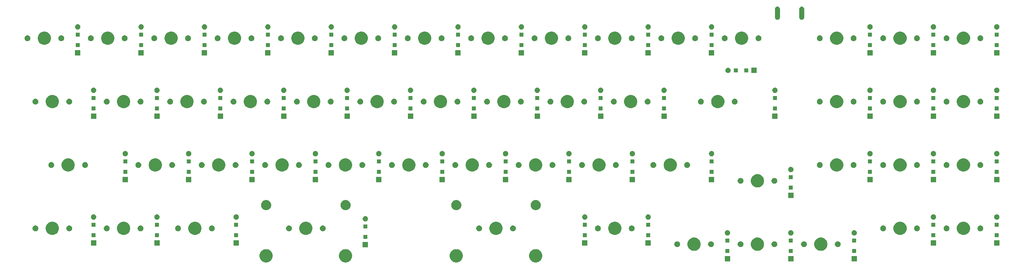
<source format=gbr>
G04 #@! TF.GenerationSoftware,KiCad,Pcbnew,(5.0.0-3-g5ebb6b6)*
G04 #@! TF.CreationDate,2019-05-05T10:35:57-03:00*
G04 #@! TF.ProjectId,elongate,656C6F6E676174652E6B696361645F70,rev?*
G04 #@! TF.SameCoordinates,Original*
G04 #@! TF.FileFunction,Soldermask,Top*
G04 #@! TF.FilePolarity,Negative*
%FSLAX46Y46*%
G04 Gerber Fmt 4.6, Leading zero omitted, Abs format (unit mm)*
G04 Created by KiCad (PCBNEW (5.0.0-3-g5ebb6b6)) date 2019 May 05, Sunday 10:35:57*
%MOMM*%
%LPD*%
G01*
G04 APERTURE LIST*
%ADD10C,0.100000*%
G04 APERTURE END LIST*
D10*
G36*
X157775849Y-73012724D02*
X158138716Y-73163028D01*
X158465287Y-73381236D01*
X158743014Y-73658963D01*
X158961222Y-73985534D01*
X159111526Y-74348401D01*
X159188150Y-74733618D01*
X159188150Y-75126382D01*
X159111526Y-75511599D01*
X158961222Y-75874466D01*
X158743014Y-76201037D01*
X158465287Y-76478764D01*
X158138716Y-76696972D01*
X157775849Y-76847276D01*
X157390632Y-76923900D01*
X156997868Y-76923900D01*
X156612651Y-76847276D01*
X156249784Y-76696972D01*
X155923213Y-76478764D01*
X155645486Y-76201037D01*
X155427278Y-75874466D01*
X155276974Y-75511599D01*
X155200350Y-75126382D01*
X155200350Y-74733618D01*
X155276974Y-74348401D01*
X155427278Y-73985534D01*
X155645486Y-73658963D01*
X155923213Y-73381236D01*
X156249784Y-73163028D01*
X156612651Y-73012724D01*
X156997868Y-72936100D01*
X157390632Y-72936100D01*
X157775849Y-73012724D01*
X157775849Y-73012724D01*
G37*
G36*
X133899849Y-73012724D02*
X134262716Y-73163028D01*
X134589287Y-73381236D01*
X134867014Y-73658963D01*
X135085222Y-73985534D01*
X135235526Y-74348401D01*
X135312150Y-74733618D01*
X135312150Y-75126382D01*
X135235526Y-75511599D01*
X135085222Y-75874466D01*
X134867014Y-76201037D01*
X134589287Y-76478764D01*
X134262716Y-76696972D01*
X133899849Y-76847276D01*
X133514632Y-76923900D01*
X133121868Y-76923900D01*
X132736651Y-76847276D01*
X132373784Y-76696972D01*
X132047213Y-76478764D01*
X131769486Y-76201037D01*
X131551278Y-75874466D01*
X131400974Y-75511599D01*
X131324350Y-75126382D01*
X131324350Y-74733618D01*
X131400974Y-74348401D01*
X131551278Y-73985534D01*
X131769486Y-73658963D01*
X132047213Y-73381236D01*
X132373784Y-73163028D01*
X132736651Y-73012724D01*
X133121868Y-72936100D01*
X133514632Y-72936100D01*
X133899849Y-73012724D01*
X133899849Y-73012724D01*
G37*
G36*
X100625849Y-73012724D02*
X100988716Y-73163028D01*
X101315287Y-73381236D01*
X101593014Y-73658963D01*
X101811222Y-73985534D01*
X101961526Y-74348401D01*
X102038150Y-74733618D01*
X102038150Y-75126382D01*
X101961526Y-75511599D01*
X101811222Y-75874466D01*
X101593014Y-76201037D01*
X101315287Y-76478764D01*
X100988716Y-76696972D01*
X100625849Y-76847276D01*
X100240632Y-76923900D01*
X99847868Y-76923900D01*
X99462651Y-76847276D01*
X99099784Y-76696972D01*
X98773213Y-76478764D01*
X98495486Y-76201037D01*
X98277278Y-75874466D01*
X98126974Y-75511599D01*
X98050350Y-75126382D01*
X98050350Y-74733618D01*
X98126974Y-74348401D01*
X98277278Y-73985534D01*
X98495486Y-73658963D01*
X98773213Y-73381236D01*
X99099784Y-73163028D01*
X99462651Y-73012724D01*
X99847868Y-72936100D01*
X100240632Y-72936100D01*
X100625849Y-73012724D01*
X100625849Y-73012724D01*
G37*
G36*
X76749849Y-73012724D02*
X77112716Y-73163028D01*
X77439287Y-73381236D01*
X77717014Y-73658963D01*
X77935222Y-73985534D01*
X78085526Y-74348401D01*
X78162150Y-74733618D01*
X78162150Y-75126382D01*
X78085526Y-75511599D01*
X77935222Y-75874466D01*
X77717014Y-76201037D01*
X77439287Y-76478764D01*
X77112716Y-76696972D01*
X76749849Y-76847276D01*
X76364632Y-76923900D01*
X75971868Y-76923900D01*
X75586651Y-76847276D01*
X75223784Y-76696972D01*
X74897213Y-76478764D01*
X74619486Y-76201037D01*
X74401278Y-75874466D01*
X74250974Y-75511599D01*
X74174350Y-75126382D01*
X74174350Y-74733618D01*
X74250974Y-74348401D01*
X74401278Y-73985534D01*
X74619486Y-73658963D01*
X74897213Y-73381236D01*
X75223784Y-73163028D01*
X75586651Y-73012724D01*
X75971868Y-72936100D01*
X76364632Y-72936100D01*
X76749849Y-73012724D01*
X76749849Y-73012724D01*
G37*
G36*
X253712500Y-76637500D02*
X252112500Y-76637500D01*
X252112500Y-75037500D01*
X253712500Y-75037500D01*
X253712500Y-76637500D01*
X253712500Y-76637500D01*
G37*
G36*
X234662500Y-76637500D02*
X233062500Y-76637500D01*
X233062500Y-75037500D01*
X234662500Y-75037500D01*
X234662500Y-76637500D01*
X234662500Y-76637500D01*
G37*
G36*
X215612500Y-76637500D02*
X214012500Y-76637500D01*
X214012500Y-75037500D01*
X215612500Y-75037500D01*
X215612500Y-76637500D01*
X215612500Y-76637500D01*
G37*
G36*
X253512500Y-74112500D02*
X252312500Y-74112500D01*
X252312500Y-72912500D01*
X253512500Y-72912500D01*
X253512500Y-74112500D01*
X253512500Y-74112500D01*
G37*
G36*
X215412500Y-74112500D02*
X214212500Y-74112500D01*
X214212500Y-72912500D01*
X215412500Y-72912500D01*
X215412500Y-74112500D01*
X215412500Y-74112500D01*
G37*
G36*
X234462500Y-74112500D02*
X233262500Y-74112500D01*
X233262500Y-72912500D01*
X234462500Y-72912500D01*
X234462500Y-74112500D01*
X234462500Y-74112500D01*
G37*
G36*
X205369099Y-69520224D02*
X205731966Y-69670528D01*
X206058537Y-69888736D01*
X206336264Y-70166463D01*
X206554472Y-70493034D01*
X206704776Y-70855901D01*
X206781400Y-71241118D01*
X206781400Y-71633882D01*
X206704776Y-72019099D01*
X206554472Y-72381966D01*
X206336264Y-72708537D01*
X206058537Y-72986264D01*
X205731966Y-73204472D01*
X205369099Y-73354776D01*
X204983882Y-73431400D01*
X204591118Y-73431400D01*
X204205901Y-73354776D01*
X203843034Y-73204472D01*
X203516463Y-72986264D01*
X203238736Y-72708537D01*
X203020528Y-72381966D01*
X202870224Y-72019099D01*
X202793600Y-71633882D01*
X202793600Y-71241118D01*
X202870224Y-70855901D01*
X203020528Y-70493034D01*
X203238736Y-70166463D01*
X203516463Y-69888736D01*
X203843034Y-69670528D01*
X204205901Y-69520224D01*
X204591118Y-69443600D01*
X204983882Y-69443600D01*
X205369099Y-69520224D01*
X205369099Y-69520224D01*
G37*
G36*
X224419099Y-69520224D02*
X224781966Y-69670528D01*
X225108537Y-69888736D01*
X225386264Y-70166463D01*
X225604472Y-70493034D01*
X225754776Y-70855901D01*
X225831400Y-71241118D01*
X225831400Y-71633882D01*
X225754776Y-72019099D01*
X225604472Y-72381966D01*
X225386264Y-72708537D01*
X225108537Y-72986264D01*
X224781966Y-73204472D01*
X224419099Y-73354776D01*
X224033882Y-73431400D01*
X223641118Y-73431400D01*
X223255901Y-73354776D01*
X222893034Y-73204472D01*
X222566463Y-72986264D01*
X222288736Y-72708537D01*
X222070528Y-72381966D01*
X221920224Y-72019099D01*
X221843600Y-71633882D01*
X221843600Y-71241118D01*
X221920224Y-70855901D01*
X222070528Y-70493034D01*
X222288736Y-70166463D01*
X222566463Y-69888736D01*
X222893034Y-69670528D01*
X223255901Y-69520224D01*
X223641118Y-69443600D01*
X224033882Y-69443600D01*
X224419099Y-69520224D01*
X224419099Y-69520224D01*
G37*
G36*
X243469099Y-69520224D02*
X243831966Y-69670528D01*
X244158537Y-69888736D01*
X244436264Y-70166463D01*
X244654472Y-70493034D01*
X244804776Y-70855901D01*
X244881400Y-71241118D01*
X244881400Y-71633882D01*
X244804776Y-72019099D01*
X244654472Y-72381966D01*
X244436264Y-72708537D01*
X244158537Y-72986264D01*
X243831966Y-73204472D01*
X243469099Y-73354776D01*
X243083882Y-73431400D01*
X242691118Y-73431400D01*
X242305901Y-73354776D01*
X241943034Y-73204472D01*
X241616463Y-72986264D01*
X241338736Y-72708537D01*
X241120528Y-72381966D01*
X240970224Y-72019099D01*
X240893600Y-71633882D01*
X240893600Y-71241118D01*
X240970224Y-70855901D01*
X241120528Y-70493034D01*
X241338736Y-70166463D01*
X241616463Y-69888736D01*
X241943034Y-69670528D01*
X242305901Y-69520224D01*
X242691118Y-69443600D01*
X243083882Y-69443600D01*
X243469099Y-69520224D01*
X243469099Y-69520224D01*
G37*
G36*
X106800000Y-72400000D02*
X105200000Y-72400000D01*
X105200000Y-70800000D01*
X106800000Y-70800000D01*
X106800000Y-72400000D01*
X106800000Y-72400000D01*
G37*
G36*
X238062728Y-70596125D02*
X238221967Y-70662084D01*
X238365283Y-70757845D01*
X238487155Y-70879717D01*
X238582916Y-71023033D01*
X238648875Y-71182272D01*
X238682500Y-71351319D01*
X238682500Y-71523681D01*
X238648875Y-71692728D01*
X238582916Y-71851967D01*
X238487155Y-71995283D01*
X238365283Y-72117155D01*
X238221967Y-72212916D01*
X238062728Y-72278875D01*
X237893681Y-72312500D01*
X237721319Y-72312500D01*
X237552272Y-72278875D01*
X237393033Y-72212916D01*
X237249717Y-72117155D01*
X237127845Y-71995283D01*
X237032084Y-71851967D01*
X236966125Y-71692728D01*
X236932500Y-71523681D01*
X236932500Y-71351319D01*
X236966125Y-71182272D01*
X237032084Y-71023033D01*
X237127845Y-70879717D01*
X237249717Y-70757845D01*
X237393033Y-70662084D01*
X237552272Y-70596125D01*
X237721319Y-70562500D01*
X237893681Y-70562500D01*
X238062728Y-70596125D01*
X238062728Y-70596125D01*
G37*
G36*
X229172728Y-70596125D02*
X229331967Y-70662084D01*
X229475283Y-70757845D01*
X229597155Y-70879717D01*
X229692916Y-71023033D01*
X229758875Y-71182272D01*
X229792500Y-71351319D01*
X229792500Y-71523681D01*
X229758875Y-71692728D01*
X229692916Y-71851967D01*
X229597155Y-71995283D01*
X229475283Y-72117155D01*
X229331967Y-72212916D01*
X229172728Y-72278875D01*
X229003681Y-72312500D01*
X228831319Y-72312500D01*
X228662272Y-72278875D01*
X228503033Y-72212916D01*
X228359717Y-72117155D01*
X228237845Y-71995283D01*
X228142084Y-71851967D01*
X228076125Y-71692728D01*
X228042500Y-71523681D01*
X228042500Y-71351319D01*
X228076125Y-71182272D01*
X228142084Y-71023033D01*
X228237845Y-70879717D01*
X228359717Y-70757845D01*
X228503033Y-70662084D01*
X228662272Y-70596125D01*
X228831319Y-70562500D01*
X229003681Y-70562500D01*
X229172728Y-70596125D01*
X229172728Y-70596125D01*
G37*
G36*
X219012728Y-70596125D02*
X219171967Y-70662084D01*
X219315283Y-70757845D01*
X219437155Y-70879717D01*
X219532916Y-71023033D01*
X219598875Y-71182272D01*
X219632500Y-71351319D01*
X219632500Y-71523681D01*
X219598875Y-71692728D01*
X219532916Y-71851967D01*
X219437155Y-71995283D01*
X219315283Y-72117155D01*
X219171967Y-72212916D01*
X219012728Y-72278875D01*
X218843681Y-72312500D01*
X218671319Y-72312500D01*
X218502272Y-72278875D01*
X218343033Y-72212916D01*
X218199717Y-72117155D01*
X218077845Y-71995283D01*
X217982084Y-71851967D01*
X217916125Y-71692728D01*
X217882500Y-71523681D01*
X217882500Y-71351319D01*
X217916125Y-71182272D01*
X217982084Y-71023033D01*
X218077845Y-70879717D01*
X218199717Y-70757845D01*
X218343033Y-70662084D01*
X218502272Y-70596125D01*
X218671319Y-70562500D01*
X218843681Y-70562500D01*
X219012728Y-70596125D01*
X219012728Y-70596125D01*
G37*
G36*
X210122728Y-70596125D02*
X210281967Y-70662084D01*
X210425283Y-70757845D01*
X210547155Y-70879717D01*
X210642916Y-71023033D01*
X210708875Y-71182272D01*
X210742500Y-71351319D01*
X210742500Y-71523681D01*
X210708875Y-71692728D01*
X210642916Y-71851967D01*
X210547155Y-71995283D01*
X210425283Y-72117155D01*
X210281967Y-72212916D01*
X210122728Y-72278875D01*
X209953681Y-72312500D01*
X209781319Y-72312500D01*
X209612272Y-72278875D01*
X209453033Y-72212916D01*
X209309717Y-72117155D01*
X209187845Y-71995283D01*
X209092084Y-71851967D01*
X209026125Y-71692728D01*
X208992500Y-71523681D01*
X208992500Y-71351319D01*
X209026125Y-71182272D01*
X209092084Y-71023033D01*
X209187845Y-70879717D01*
X209309717Y-70757845D01*
X209453033Y-70662084D01*
X209612272Y-70596125D01*
X209781319Y-70562500D01*
X209953681Y-70562500D01*
X210122728Y-70596125D01*
X210122728Y-70596125D01*
G37*
G36*
X199962728Y-70596125D02*
X200121967Y-70662084D01*
X200265283Y-70757845D01*
X200387155Y-70879717D01*
X200482916Y-71023033D01*
X200548875Y-71182272D01*
X200582500Y-71351319D01*
X200582500Y-71523681D01*
X200548875Y-71692728D01*
X200482916Y-71851967D01*
X200387155Y-71995283D01*
X200265283Y-72117155D01*
X200121967Y-72212916D01*
X199962728Y-72278875D01*
X199793681Y-72312500D01*
X199621319Y-72312500D01*
X199452272Y-72278875D01*
X199293033Y-72212916D01*
X199149717Y-72117155D01*
X199027845Y-71995283D01*
X198932084Y-71851967D01*
X198866125Y-71692728D01*
X198832500Y-71523681D01*
X198832500Y-71351319D01*
X198866125Y-71182272D01*
X198932084Y-71023033D01*
X199027845Y-70879717D01*
X199149717Y-70757845D01*
X199293033Y-70662084D01*
X199452272Y-70596125D01*
X199621319Y-70562500D01*
X199793681Y-70562500D01*
X199962728Y-70596125D01*
X199962728Y-70596125D01*
G37*
G36*
X248222728Y-70596125D02*
X248381967Y-70662084D01*
X248525283Y-70757845D01*
X248647155Y-70879717D01*
X248742916Y-71023033D01*
X248808875Y-71182272D01*
X248842500Y-71351319D01*
X248842500Y-71523681D01*
X248808875Y-71692728D01*
X248742916Y-71851967D01*
X248647155Y-71995283D01*
X248525283Y-72117155D01*
X248381967Y-72212916D01*
X248222728Y-72278875D01*
X248053681Y-72312500D01*
X247881319Y-72312500D01*
X247712272Y-72278875D01*
X247553033Y-72212916D01*
X247409717Y-72117155D01*
X247287845Y-71995283D01*
X247192084Y-71851967D01*
X247126125Y-71692728D01*
X247092500Y-71523681D01*
X247092500Y-71351319D01*
X247126125Y-71182272D01*
X247192084Y-71023033D01*
X247287845Y-70879717D01*
X247409717Y-70757845D01*
X247553033Y-70662084D01*
X247712272Y-70596125D01*
X247881319Y-70562500D01*
X248053681Y-70562500D01*
X248222728Y-70596125D01*
X248222728Y-70596125D01*
G37*
G36*
X296575000Y-71875000D02*
X294975000Y-71875000D01*
X294975000Y-70275000D01*
X296575000Y-70275000D01*
X296575000Y-71875000D01*
X296575000Y-71875000D01*
G37*
G36*
X67975000Y-71875000D02*
X66375000Y-71875000D01*
X66375000Y-70275000D01*
X67975000Y-70275000D01*
X67975000Y-71875000D01*
X67975000Y-71875000D01*
G37*
G36*
X277525000Y-71875000D02*
X275925000Y-71875000D01*
X275925000Y-70275000D01*
X277525000Y-70275000D01*
X277525000Y-71875000D01*
X277525000Y-71875000D01*
G37*
G36*
X191800000Y-71875000D02*
X190200000Y-71875000D01*
X190200000Y-70275000D01*
X191800000Y-70275000D01*
X191800000Y-71875000D01*
X191800000Y-71875000D01*
G37*
G36*
X172750000Y-71875000D02*
X171150000Y-71875000D01*
X171150000Y-70275000D01*
X172750000Y-70275000D01*
X172750000Y-71875000D01*
X172750000Y-71875000D01*
G37*
G36*
X44162500Y-71875000D02*
X42562500Y-71875000D01*
X42562500Y-70275000D01*
X44162500Y-70275000D01*
X44162500Y-71875000D01*
X44162500Y-71875000D01*
G37*
G36*
X25112500Y-71875000D02*
X23512500Y-71875000D01*
X23512500Y-70275000D01*
X25112500Y-70275000D01*
X25112500Y-71875000D01*
X25112500Y-71875000D01*
G37*
G36*
X215412500Y-70962500D02*
X214212500Y-70962500D01*
X214212500Y-69762500D01*
X215412500Y-69762500D01*
X215412500Y-70962500D01*
X215412500Y-70962500D01*
G37*
G36*
X234462500Y-70962500D02*
X233262500Y-70962500D01*
X233262500Y-69762500D01*
X234462500Y-69762500D01*
X234462500Y-70962500D01*
X234462500Y-70962500D01*
G37*
G36*
X253512500Y-70962500D02*
X252312500Y-70962500D01*
X252312500Y-69762500D01*
X253512500Y-69762500D01*
X253512500Y-70962500D01*
X253512500Y-70962500D01*
G37*
G36*
X106600000Y-69875000D02*
X105400000Y-69875000D01*
X105400000Y-68675000D01*
X106600000Y-68675000D01*
X106600000Y-69875000D01*
X106600000Y-69875000D01*
G37*
G36*
X277325000Y-69350000D02*
X276125000Y-69350000D01*
X276125000Y-68150000D01*
X277325000Y-68150000D01*
X277325000Y-69350000D01*
X277325000Y-69350000D01*
G37*
G36*
X296375000Y-69350000D02*
X295175000Y-69350000D01*
X295175000Y-68150000D01*
X296375000Y-68150000D01*
X296375000Y-69350000D01*
X296375000Y-69350000D01*
G37*
G36*
X191600000Y-69350000D02*
X190400000Y-69350000D01*
X190400000Y-68150000D01*
X191600000Y-68150000D01*
X191600000Y-69350000D01*
X191600000Y-69350000D01*
G37*
G36*
X43962500Y-69350000D02*
X42762500Y-69350000D01*
X42762500Y-68150000D01*
X43962500Y-68150000D01*
X43962500Y-69350000D01*
X43962500Y-69350000D01*
G37*
G36*
X172550000Y-69350000D02*
X171350000Y-69350000D01*
X171350000Y-68150000D01*
X172550000Y-68150000D01*
X172550000Y-69350000D01*
X172550000Y-69350000D01*
G37*
G36*
X67775000Y-69350000D02*
X66575000Y-69350000D01*
X66575000Y-68150000D01*
X67775000Y-68150000D01*
X67775000Y-69350000D01*
X67775000Y-69350000D01*
G37*
G36*
X24912500Y-69350000D02*
X23712500Y-69350000D01*
X23712500Y-68150000D01*
X24912500Y-68150000D01*
X24912500Y-69350000D01*
X24912500Y-69350000D01*
G37*
G36*
X234095852Y-67268243D02*
X234241441Y-67328548D01*
X234372473Y-67416101D01*
X234483899Y-67527527D01*
X234571452Y-67658559D01*
X234631757Y-67804148D01*
X234662500Y-67958705D01*
X234662500Y-68116295D01*
X234631757Y-68270852D01*
X234571452Y-68416441D01*
X234483899Y-68547473D01*
X234372473Y-68658899D01*
X234241441Y-68746452D01*
X234095852Y-68806757D01*
X233941295Y-68837500D01*
X233783705Y-68837500D01*
X233629148Y-68806757D01*
X233483559Y-68746452D01*
X233352527Y-68658899D01*
X233241101Y-68547473D01*
X233153548Y-68416441D01*
X233093243Y-68270852D01*
X233062500Y-68116295D01*
X233062500Y-67958705D01*
X233093243Y-67804148D01*
X233153548Y-67658559D01*
X233241101Y-67527527D01*
X233352527Y-67416101D01*
X233483559Y-67328548D01*
X233629148Y-67268243D01*
X233783705Y-67237500D01*
X233941295Y-67237500D01*
X234095852Y-67268243D01*
X234095852Y-67268243D01*
G37*
G36*
X215045852Y-67268243D02*
X215191441Y-67328548D01*
X215322473Y-67416101D01*
X215433899Y-67527527D01*
X215521452Y-67658559D01*
X215581757Y-67804148D01*
X215612500Y-67958705D01*
X215612500Y-68116295D01*
X215581757Y-68270852D01*
X215521452Y-68416441D01*
X215433899Y-68547473D01*
X215322473Y-68658899D01*
X215191441Y-68746452D01*
X215045852Y-68806757D01*
X214891295Y-68837500D01*
X214733705Y-68837500D01*
X214579148Y-68806757D01*
X214433559Y-68746452D01*
X214302527Y-68658899D01*
X214191101Y-68547473D01*
X214103548Y-68416441D01*
X214043243Y-68270852D01*
X214012500Y-68116295D01*
X214012500Y-67958705D01*
X214043243Y-67804148D01*
X214103548Y-67658559D01*
X214191101Y-67527527D01*
X214302527Y-67416101D01*
X214433559Y-67328548D01*
X214579148Y-67268243D01*
X214733705Y-67237500D01*
X214891295Y-67237500D01*
X215045852Y-67268243D01*
X215045852Y-67268243D01*
G37*
G36*
X253145852Y-67268243D02*
X253291441Y-67328548D01*
X253422473Y-67416101D01*
X253533899Y-67527527D01*
X253621452Y-67658559D01*
X253681757Y-67804148D01*
X253712500Y-67958705D01*
X253712500Y-68116295D01*
X253681757Y-68270852D01*
X253621452Y-68416441D01*
X253533899Y-68547473D01*
X253422473Y-68658899D01*
X253291441Y-68746452D01*
X253145852Y-68806757D01*
X252991295Y-68837500D01*
X252833705Y-68837500D01*
X252679148Y-68806757D01*
X252533559Y-68746452D01*
X252402527Y-68658899D01*
X252291101Y-68547473D01*
X252203548Y-68416441D01*
X252143243Y-68270852D01*
X252112500Y-68116295D01*
X252112500Y-67958705D01*
X252143243Y-67804148D01*
X252203548Y-67658559D01*
X252291101Y-67527527D01*
X252402527Y-67416101D01*
X252533559Y-67328548D01*
X252679148Y-67268243D01*
X252833705Y-67237500D01*
X252991295Y-67237500D01*
X253145852Y-67268243D01*
X253145852Y-67268243D01*
G37*
G36*
X145837849Y-64757724D02*
X146200716Y-64908028D01*
X146527287Y-65126236D01*
X146805014Y-65403963D01*
X147023222Y-65730534D01*
X147173526Y-66093401D01*
X147250150Y-66478618D01*
X147250150Y-66871382D01*
X147173526Y-67256599D01*
X147023222Y-67619466D01*
X146805014Y-67946037D01*
X146527287Y-68223764D01*
X146200716Y-68441972D01*
X145837849Y-68592276D01*
X145452632Y-68668900D01*
X145059868Y-68668900D01*
X144674651Y-68592276D01*
X144311784Y-68441972D01*
X143985213Y-68223764D01*
X143707486Y-67946037D01*
X143489278Y-67619466D01*
X143338974Y-67256599D01*
X143262350Y-66871382D01*
X143262350Y-66478618D01*
X143338974Y-66093401D01*
X143489278Y-65730534D01*
X143707486Y-65403963D01*
X143985213Y-65126236D01*
X144311784Y-64908028D01*
X144674651Y-64757724D01*
X145059868Y-64681100D01*
X145452632Y-64681100D01*
X145837849Y-64757724D01*
X145837849Y-64757724D01*
G37*
G36*
X181556599Y-64757724D02*
X181919466Y-64908028D01*
X182246037Y-65126236D01*
X182523764Y-65403963D01*
X182741972Y-65730534D01*
X182892276Y-66093401D01*
X182968900Y-66478618D01*
X182968900Y-66871382D01*
X182892276Y-67256599D01*
X182741972Y-67619466D01*
X182523764Y-67946037D01*
X182246037Y-68223764D01*
X181919466Y-68441972D01*
X181556599Y-68592276D01*
X181171382Y-68668900D01*
X180778618Y-68668900D01*
X180393401Y-68592276D01*
X180030534Y-68441972D01*
X179703963Y-68223764D01*
X179426236Y-67946037D01*
X179208028Y-67619466D01*
X179057724Y-67256599D01*
X178981100Y-66871382D01*
X178981100Y-66478618D01*
X179057724Y-66093401D01*
X179208028Y-65730534D01*
X179426236Y-65403963D01*
X179703963Y-65126236D01*
X180030534Y-64908028D01*
X180393401Y-64757724D01*
X180778618Y-64681100D01*
X181171382Y-64681100D01*
X181556599Y-64757724D01*
X181556599Y-64757724D01*
G37*
G36*
X286331599Y-64757724D02*
X286694466Y-64908028D01*
X287021037Y-65126236D01*
X287298764Y-65403963D01*
X287516972Y-65730534D01*
X287667276Y-66093401D01*
X287743900Y-66478618D01*
X287743900Y-66871382D01*
X287667276Y-67256599D01*
X287516972Y-67619466D01*
X287298764Y-67946037D01*
X287021037Y-68223764D01*
X286694466Y-68441972D01*
X286331599Y-68592276D01*
X285946382Y-68668900D01*
X285553618Y-68668900D01*
X285168401Y-68592276D01*
X284805534Y-68441972D01*
X284478963Y-68223764D01*
X284201236Y-67946037D01*
X283983028Y-67619466D01*
X283832724Y-67256599D01*
X283756100Y-66871382D01*
X283756100Y-66478618D01*
X283832724Y-66093401D01*
X283983028Y-65730534D01*
X284201236Y-65403963D01*
X284478963Y-65126236D01*
X284805534Y-64908028D01*
X285168401Y-64757724D01*
X285553618Y-64681100D01*
X285946382Y-64681100D01*
X286331599Y-64757724D01*
X286331599Y-64757724D01*
G37*
G36*
X267281599Y-64757724D02*
X267644466Y-64908028D01*
X267971037Y-65126236D01*
X268248764Y-65403963D01*
X268466972Y-65730534D01*
X268617276Y-66093401D01*
X268693900Y-66478618D01*
X268693900Y-66871382D01*
X268617276Y-67256599D01*
X268466972Y-67619466D01*
X268248764Y-67946037D01*
X267971037Y-68223764D01*
X267644466Y-68441972D01*
X267281599Y-68592276D01*
X266896382Y-68668900D01*
X266503618Y-68668900D01*
X266118401Y-68592276D01*
X265755534Y-68441972D01*
X265428963Y-68223764D01*
X265151236Y-67946037D01*
X264933028Y-67619466D01*
X264782724Y-67256599D01*
X264706100Y-66871382D01*
X264706100Y-66478618D01*
X264782724Y-66093401D01*
X264933028Y-65730534D01*
X265151236Y-65403963D01*
X265428963Y-65126236D01*
X265755534Y-64908028D01*
X266118401Y-64757724D01*
X266503618Y-64681100D01*
X266896382Y-64681100D01*
X267281599Y-64757724D01*
X267281599Y-64757724D01*
G37*
G36*
X12487849Y-64757724D02*
X12850716Y-64908028D01*
X13177287Y-65126236D01*
X13455014Y-65403963D01*
X13673222Y-65730534D01*
X13823526Y-66093401D01*
X13900150Y-66478618D01*
X13900150Y-66871382D01*
X13823526Y-67256599D01*
X13673222Y-67619466D01*
X13455014Y-67946037D01*
X13177287Y-68223764D01*
X12850716Y-68441972D01*
X12487849Y-68592276D01*
X12102632Y-68668900D01*
X11709868Y-68668900D01*
X11324651Y-68592276D01*
X10961784Y-68441972D01*
X10635213Y-68223764D01*
X10357486Y-67946037D01*
X10139278Y-67619466D01*
X9988974Y-67256599D01*
X9912350Y-66871382D01*
X9912350Y-66478618D01*
X9988974Y-66093401D01*
X10139278Y-65730534D01*
X10357486Y-65403963D01*
X10635213Y-65126236D01*
X10961784Y-64908028D01*
X11324651Y-64757724D01*
X11709868Y-64681100D01*
X12102632Y-64681100D01*
X12487849Y-64757724D01*
X12487849Y-64757724D01*
G37*
G36*
X88687849Y-64757724D02*
X89050716Y-64908028D01*
X89377287Y-65126236D01*
X89655014Y-65403963D01*
X89873222Y-65730534D01*
X90023526Y-66093401D01*
X90100150Y-66478618D01*
X90100150Y-66871382D01*
X90023526Y-67256599D01*
X89873222Y-67619466D01*
X89655014Y-67946037D01*
X89377287Y-68223764D01*
X89050716Y-68441972D01*
X88687849Y-68592276D01*
X88302632Y-68668900D01*
X87909868Y-68668900D01*
X87524651Y-68592276D01*
X87161784Y-68441972D01*
X86835213Y-68223764D01*
X86557486Y-67946037D01*
X86339278Y-67619466D01*
X86188974Y-67256599D01*
X86112350Y-66871382D01*
X86112350Y-66478618D01*
X86188974Y-66093401D01*
X86339278Y-65730534D01*
X86557486Y-65403963D01*
X86835213Y-65126236D01*
X87161784Y-64908028D01*
X87524651Y-64757724D01*
X87909868Y-64681100D01*
X88302632Y-64681100D01*
X88687849Y-64757724D01*
X88687849Y-64757724D01*
G37*
G36*
X55350349Y-64757724D02*
X55713216Y-64908028D01*
X56039787Y-65126236D01*
X56317514Y-65403963D01*
X56535722Y-65730534D01*
X56686026Y-66093401D01*
X56762650Y-66478618D01*
X56762650Y-66871382D01*
X56686026Y-67256599D01*
X56535722Y-67619466D01*
X56317514Y-67946037D01*
X56039787Y-68223764D01*
X55713216Y-68441972D01*
X55350349Y-68592276D01*
X54965132Y-68668900D01*
X54572368Y-68668900D01*
X54187151Y-68592276D01*
X53824284Y-68441972D01*
X53497713Y-68223764D01*
X53219986Y-67946037D01*
X53001778Y-67619466D01*
X52851474Y-67256599D01*
X52774850Y-66871382D01*
X52774850Y-66478618D01*
X52851474Y-66093401D01*
X53001778Y-65730534D01*
X53219986Y-65403963D01*
X53497713Y-65126236D01*
X53824284Y-64908028D01*
X54187151Y-64757724D01*
X54572368Y-64681100D01*
X54965132Y-64681100D01*
X55350349Y-64757724D01*
X55350349Y-64757724D01*
G37*
G36*
X33919099Y-64757724D02*
X34281966Y-64908028D01*
X34608537Y-65126236D01*
X34886264Y-65403963D01*
X35104472Y-65730534D01*
X35254776Y-66093401D01*
X35331400Y-66478618D01*
X35331400Y-66871382D01*
X35254776Y-67256599D01*
X35104472Y-67619466D01*
X34886264Y-67946037D01*
X34608537Y-68223764D01*
X34281966Y-68441972D01*
X33919099Y-68592276D01*
X33533882Y-68668900D01*
X33141118Y-68668900D01*
X32755901Y-68592276D01*
X32393034Y-68441972D01*
X32066463Y-68223764D01*
X31788736Y-67946037D01*
X31570528Y-67619466D01*
X31420224Y-67256599D01*
X31343600Y-66871382D01*
X31343600Y-66478618D01*
X31420224Y-66093401D01*
X31570528Y-65730534D01*
X31788736Y-65403963D01*
X32066463Y-65126236D01*
X32393034Y-64908028D01*
X32755901Y-64757724D01*
X33141118Y-64681100D01*
X33533882Y-64681100D01*
X33919099Y-64757724D01*
X33919099Y-64757724D01*
G37*
G36*
X186310228Y-65833625D02*
X186469467Y-65899584D01*
X186612783Y-65995345D01*
X186734655Y-66117217D01*
X186830416Y-66260533D01*
X186896375Y-66419772D01*
X186930000Y-66588819D01*
X186930000Y-66761181D01*
X186896375Y-66930228D01*
X186830416Y-67089467D01*
X186734655Y-67232783D01*
X186612783Y-67354655D01*
X186469467Y-67450416D01*
X186310228Y-67516375D01*
X186141181Y-67550000D01*
X185968819Y-67550000D01*
X185799772Y-67516375D01*
X185640533Y-67450416D01*
X185497217Y-67354655D01*
X185375345Y-67232783D01*
X185279584Y-67089467D01*
X185213625Y-66930228D01*
X185180000Y-66761181D01*
X185180000Y-66588819D01*
X185213625Y-66419772D01*
X185279584Y-66260533D01*
X185375345Y-66117217D01*
X185497217Y-65995345D01*
X185640533Y-65899584D01*
X185799772Y-65833625D01*
X185968819Y-65800000D01*
X186141181Y-65800000D01*
X186310228Y-65833625D01*
X186310228Y-65833625D01*
G37*
G36*
X28512728Y-65833625D02*
X28671967Y-65899584D01*
X28815283Y-65995345D01*
X28937155Y-66117217D01*
X29032916Y-66260533D01*
X29098875Y-66419772D01*
X29132500Y-66588819D01*
X29132500Y-66761181D01*
X29098875Y-66930228D01*
X29032916Y-67089467D01*
X28937155Y-67232783D01*
X28815283Y-67354655D01*
X28671967Y-67450416D01*
X28512728Y-67516375D01*
X28343681Y-67550000D01*
X28171319Y-67550000D01*
X28002272Y-67516375D01*
X27843033Y-67450416D01*
X27699717Y-67354655D01*
X27577845Y-67232783D01*
X27482084Y-67089467D01*
X27416125Y-66930228D01*
X27382500Y-66761181D01*
X27382500Y-66588819D01*
X27416125Y-66419772D01*
X27482084Y-66260533D01*
X27577845Y-66117217D01*
X27699717Y-65995345D01*
X27843033Y-65899584D01*
X28002272Y-65833625D01*
X28171319Y-65800000D01*
X28343681Y-65800000D01*
X28512728Y-65833625D01*
X28512728Y-65833625D01*
G37*
G36*
X17241478Y-65833625D02*
X17400717Y-65899584D01*
X17544033Y-65995345D01*
X17665905Y-66117217D01*
X17761666Y-66260533D01*
X17827625Y-66419772D01*
X17861250Y-66588819D01*
X17861250Y-66761181D01*
X17827625Y-66930228D01*
X17761666Y-67089467D01*
X17665905Y-67232783D01*
X17544033Y-67354655D01*
X17400717Y-67450416D01*
X17241478Y-67516375D01*
X17072431Y-67550000D01*
X16900069Y-67550000D01*
X16731022Y-67516375D01*
X16571783Y-67450416D01*
X16428467Y-67354655D01*
X16306595Y-67232783D01*
X16210834Y-67089467D01*
X16144875Y-66930228D01*
X16111250Y-66761181D01*
X16111250Y-66588819D01*
X16144875Y-66419772D01*
X16210834Y-66260533D01*
X16306595Y-66117217D01*
X16428467Y-65995345D01*
X16571783Y-65899584D01*
X16731022Y-65833625D01*
X16900069Y-65800000D01*
X17072431Y-65800000D01*
X17241478Y-65833625D01*
X17241478Y-65833625D01*
G37*
G36*
X7081478Y-65833625D02*
X7240717Y-65899584D01*
X7384033Y-65995345D01*
X7505905Y-66117217D01*
X7601666Y-66260533D01*
X7667625Y-66419772D01*
X7701250Y-66588819D01*
X7701250Y-66761181D01*
X7667625Y-66930228D01*
X7601666Y-67089467D01*
X7505905Y-67232783D01*
X7384033Y-67354655D01*
X7240717Y-67450416D01*
X7081478Y-67516375D01*
X6912431Y-67550000D01*
X6740069Y-67550000D01*
X6571022Y-67516375D01*
X6411783Y-67450416D01*
X6268467Y-67354655D01*
X6146595Y-67232783D01*
X6050834Y-67089467D01*
X5984875Y-66930228D01*
X5951250Y-66761181D01*
X5951250Y-66588819D01*
X5984875Y-66419772D01*
X6050834Y-66260533D01*
X6146595Y-66117217D01*
X6268467Y-65995345D01*
X6411783Y-65899584D01*
X6571022Y-65833625D01*
X6740069Y-65800000D01*
X6912431Y-65800000D01*
X7081478Y-65833625D01*
X7081478Y-65833625D01*
G37*
G36*
X49943978Y-65833625D02*
X50103217Y-65899584D01*
X50246533Y-65995345D01*
X50368405Y-66117217D01*
X50464166Y-66260533D01*
X50530125Y-66419772D01*
X50563750Y-66588819D01*
X50563750Y-66761181D01*
X50530125Y-66930228D01*
X50464166Y-67089467D01*
X50368405Y-67232783D01*
X50246533Y-67354655D01*
X50103217Y-67450416D01*
X49943978Y-67516375D01*
X49774931Y-67550000D01*
X49602569Y-67550000D01*
X49433522Y-67516375D01*
X49274283Y-67450416D01*
X49130967Y-67354655D01*
X49009095Y-67232783D01*
X48913334Y-67089467D01*
X48847375Y-66930228D01*
X48813750Y-66761181D01*
X48813750Y-66588819D01*
X48847375Y-66419772D01*
X48913334Y-66260533D01*
X49009095Y-66117217D01*
X49130967Y-65995345D01*
X49274283Y-65899584D01*
X49433522Y-65833625D01*
X49602569Y-65800000D01*
X49774931Y-65800000D01*
X49943978Y-65833625D01*
X49943978Y-65833625D01*
G37*
G36*
X60103978Y-65833625D02*
X60263217Y-65899584D01*
X60406533Y-65995345D01*
X60528405Y-66117217D01*
X60624166Y-66260533D01*
X60690125Y-66419772D01*
X60723750Y-66588819D01*
X60723750Y-66761181D01*
X60690125Y-66930228D01*
X60624166Y-67089467D01*
X60528405Y-67232783D01*
X60406533Y-67354655D01*
X60263217Y-67450416D01*
X60103978Y-67516375D01*
X59934931Y-67550000D01*
X59762569Y-67550000D01*
X59593522Y-67516375D01*
X59434283Y-67450416D01*
X59290967Y-67354655D01*
X59169095Y-67232783D01*
X59073334Y-67089467D01*
X59007375Y-66930228D01*
X58973750Y-66761181D01*
X58973750Y-66588819D01*
X59007375Y-66419772D01*
X59073334Y-66260533D01*
X59169095Y-66117217D01*
X59290967Y-65995345D01*
X59434283Y-65899584D01*
X59593522Y-65833625D01*
X59762569Y-65800000D01*
X59934931Y-65800000D01*
X60103978Y-65833625D01*
X60103978Y-65833625D01*
G37*
G36*
X291085228Y-65833625D02*
X291244467Y-65899584D01*
X291387783Y-65995345D01*
X291509655Y-66117217D01*
X291605416Y-66260533D01*
X291671375Y-66419772D01*
X291705000Y-66588819D01*
X291705000Y-66761181D01*
X291671375Y-66930228D01*
X291605416Y-67089467D01*
X291509655Y-67232783D01*
X291387783Y-67354655D01*
X291244467Y-67450416D01*
X291085228Y-67516375D01*
X290916181Y-67550000D01*
X290743819Y-67550000D01*
X290574772Y-67516375D01*
X290415533Y-67450416D01*
X290272217Y-67354655D01*
X290150345Y-67232783D01*
X290054584Y-67089467D01*
X289988625Y-66930228D01*
X289955000Y-66761181D01*
X289955000Y-66588819D01*
X289988625Y-66419772D01*
X290054584Y-66260533D01*
X290150345Y-66117217D01*
X290272217Y-65995345D01*
X290415533Y-65899584D01*
X290574772Y-65833625D01*
X290743819Y-65800000D01*
X290916181Y-65800000D01*
X291085228Y-65833625D01*
X291085228Y-65833625D01*
G37*
G36*
X280925228Y-65833625D02*
X281084467Y-65899584D01*
X281227783Y-65995345D01*
X281349655Y-66117217D01*
X281445416Y-66260533D01*
X281511375Y-66419772D01*
X281545000Y-66588819D01*
X281545000Y-66761181D01*
X281511375Y-66930228D01*
X281445416Y-67089467D01*
X281349655Y-67232783D01*
X281227783Y-67354655D01*
X281084467Y-67450416D01*
X280925228Y-67516375D01*
X280756181Y-67550000D01*
X280583819Y-67550000D01*
X280414772Y-67516375D01*
X280255533Y-67450416D01*
X280112217Y-67354655D01*
X279990345Y-67232783D01*
X279894584Y-67089467D01*
X279828625Y-66930228D01*
X279795000Y-66761181D01*
X279795000Y-66588819D01*
X279828625Y-66419772D01*
X279894584Y-66260533D01*
X279990345Y-66117217D01*
X280112217Y-65995345D01*
X280255533Y-65899584D01*
X280414772Y-65833625D01*
X280583819Y-65800000D01*
X280756181Y-65800000D01*
X280925228Y-65833625D01*
X280925228Y-65833625D01*
G37*
G36*
X150591478Y-65833625D02*
X150750717Y-65899584D01*
X150894033Y-65995345D01*
X151015905Y-66117217D01*
X151111666Y-66260533D01*
X151177625Y-66419772D01*
X151211250Y-66588819D01*
X151211250Y-66761181D01*
X151177625Y-66930228D01*
X151111666Y-67089467D01*
X151015905Y-67232783D01*
X150894033Y-67354655D01*
X150750717Y-67450416D01*
X150591478Y-67516375D01*
X150422431Y-67550000D01*
X150250069Y-67550000D01*
X150081022Y-67516375D01*
X149921783Y-67450416D01*
X149778467Y-67354655D01*
X149656595Y-67232783D01*
X149560834Y-67089467D01*
X149494875Y-66930228D01*
X149461250Y-66761181D01*
X149461250Y-66588819D01*
X149494875Y-66419772D01*
X149560834Y-66260533D01*
X149656595Y-66117217D01*
X149778467Y-65995345D01*
X149921783Y-65899584D01*
X150081022Y-65833625D01*
X150250069Y-65800000D01*
X150422431Y-65800000D01*
X150591478Y-65833625D01*
X150591478Y-65833625D01*
G37*
G36*
X140431478Y-65833625D02*
X140590717Y-65899584D01*
X140734033Y-65995345D01*
X140855905Y-66117217D01*
X140951666Y-66260533D01*
X141017625Y-66419772D01*
X141051250Y-66588819D01*
X141051250Y-66761181D01*
X141017625Y-66930228D01*
X140951666Y-67089467D01*
X140855905Y-67232783D01*
X140734033Y-67354655D01*
X140590717Y-67450416D01*
X140431478Y-67516375D01*
X140262431Y-67550000D01*
X140090069Y-67550000D01*
X139921022Y-67516375D01*
X139761783Y-67450416D01*
X139618467Y-67354655D01*
X139496595Y-67232783D01*
X139400834Y-67089467D01*
X139334875Y-66930228D01*
X139301250Y-66761181D01*
X139301250Y-66588819D01*
X139334875Y-66419772D01*
X139400834Y-66260533D01*
X139496595Y-66117217D01*
X139618467Y-65995345D01*
X139761783Y-65899584D01*
X139921022Y-65833625D01*
X140090069Y-65800000D01*
X140262431Y-65800000D01*
X140431478Y-65833625D01*
X140431478Y-65833625D01*
G37*
G36*
X38672728Y-65833625D02*
X38831967Y-65899584D01*
X38975283Y-65995345D01*
X39097155Y-66117217D01*
X39192916Y-66260533D01*
X39258875Y-66419772D01*
X39292500Y-66588819D01*
X39292500Y-66761181D01*
X39258875Y-66930228D01*
X39192916Y-67089467D01*
X39097155Y-67232783D01*
X38975283Y-67354655D01*
X38831967Y-67450416D01*
X38672728Y-67516375D01*
X38503681Y-67550000D01*
X38331319Y-67550000D01*
X38162272Y-67516375D01*
X38003033Y-67450416D01*
X37859717Y-67354655D01*
X37737845Y-67232783D01*
X37642084Y-67089467D01*
X37576125Y-66930228D01*
X37542500Y-66761181D01*
X37542500Y-66588819D01*
X37576125Y-66419772D01*
X37642084Y-66260533D01*
X37737845Y-66117217D01*
X37859717Y-65995345D01*
X38003033Y-65899584D01*
X38162272Y-65833625D01*
X38331319Y-65800000D01*
X38503681Y-65800000D01*
X38672728Y-65833625D01*
X38672728Y-65833625D01*
G37*
G36*
X83281478Y-65833625D02*
X83440717Y-65899584D01*
X83584033Y-65995345D01*
X83705905Y-66117217D01*
X83801666Y-66260533D01*
X83867625Y-66419772D01*
X83901250Y-66588819D01*
X83901250Y-66761181D01*
X83867625Y-66930228D01*
X83801666Y-67089467D01*
X83705905Y-67232783D01*
X83584033Y-67354655D01*
X83440717Y-67450416D01*
X83281478Y-67516375D01*
X83112431Y-67550000D01*
X82940069Y-67550000D01*
X82771022Y-67516375D01*
X82611783Y-67450416D01*
X82468467Y-67354655D01*
X82346595Y-67232783D01*
X82250834Y-67089467D01*
X82184875Y-66930228D01*
X82151250Y-66761181D01*
X82151250Y-66588819D01*
X82184875Y-66419772D01*
X82250834Y-66260533D01*
X82346595Y-66117217D01*
X82468467Y-65995345D01*
X82611783Y-65899584D01*
X82771022Y-65833625D01*
X82940069Y-65800000D01*
X83112431Y-65800000D01*
X83281478Y-65833625D01*
X83281478Y-65833625D01*
G37*
G36*
X93441478Y-65833625D02*
X93600717Y-65899584D01*
X93744033Y-65995345D01*
X93865905Y-66117217D01*
X93961666Y-66260533D01*
X94027625Y-66419772D01*
X94061250Y-66588819D01*
X94061250Y-66761181D01*
X94027625Y-66930228D01*
X93961666Y-67089467D01*
X93865905Y-67232783D01*
X93744033Y-67354655D01*
X93600717Y-67450416D01*
X93441478Y-67516375D01*
X93272431Y-67550000D01*
X93100069Y-67550000D01*
X92931022Y-67516375D01*
X92771783Y-67450416D01*
X92628467Y-67354655D01*
X92506595Y-67232783D01*
X92410834Y-67089467D01*
X92344875Y-66930228D01*
X92311250Y-66761181D01*
X92311250Y-66588819D01*
X92344875Y-66419772D01*
X92410834Y-66260533D01*
X92506595Y-66117217D01*
X92628467Y-65995345D01*
X92771783Y-65899584D01*
X92931022Y-65833625D01*
X93100069Y-65800000D01*
X93272431Y-65800000D01*
X93441478Y-65833625D01*
X93441478Y-65833625D01*
G37*
G36*
X272035228Y-65833625D02*
X272194467Y-65899584D01*
X272337783Y-65995345D01*
X272459655Y-66117217D01*
X272555416Y-66260533D01*
X272621375Y-66419772D01*
X272655000Y-66588819D01*
X272655000Y-66761181D01*
X272621375Y-66930228D01*
X272555416Y-67089467D01*
X272459655Y-67232783D01*
X272337783Y-67354655D01*
X272194467Y-67450416D01*
X272035228Y-67516375D01*
X271866181Y-67550000D01*
X271693819Y-67550000D01*
X271524772Y-67516375D01*
X271365533Y-67450416D01*
X271222217Y-67354655D01*
X271100345Y-67232783D01*
X271004584Y-67089467D01*
X270938625Y-66930228D01*
X270905000Y-66761181D01*
X270905000Y-66588819D01*
X270938625Y-66419772D01*
X271004584Y-66260533D01*
X271100345Y-66117217D01*
X271222217Y-65995345D01*
X271365533Y-65899584D01*
X271524772Y-65833625D01*
X271693819Y-65800000D01*
X271866181Y-65800000D01*
X272035228Y-65833625D01*
X272035228Y-65833625D01*
G37*
G36*
X261875228Y-65833625D02*
X262034467Y-65899584D01*
X262177783Y-65995345D01*
X262299655Y-66117217D01*
X262395416Y-66260533D01*
X262461375Y-66419772D01*
X262495000Y-66588819D01*
X262495000Y-66761181D01*
X262461375Y-66930228D01*
X262395416Y-67089467D01*
X262299655Y-67232783D01*
X262177783Y-67354655D01*
X262034467Y-67450416D01*
X261875228Y-67516375D01*
X261706181Y-67550000D01*
X261533819Y-67550000D01*
X261364772Y-67516375D01*
X261205533Y-67450416D01*
X261062217Y-67354655D01*
X260940345Y-67232783D01*
X260844584Y-67089467D01*
X260778625Y-66930228D01*
X260745000Y-66761181D01*
X260745000Y-66588819D01*
X260778625Y-66419772D01*
X260844584Y-66260533D01*
X260940345Y-66117217D01*
X261062217Y-65995345D01*
X261205533Y-65899584D01*
X261364772Y-65833625D01*
X261533819Y-65800000D01*
X261706181Y-65800000D01*
X261875228Y-65833625D01*
X261875228Y-65833625D01*
G37*
G36*
X176150228Y-65833625D02*
X176309467Y-65899584D01*
X176452783Y-65995345D01*
X176574655Y-66117217D01*
X176670416Y-66260533D01*
X176736375Y-66419772D01*
X176770000Y-66588819D01*
X176770000Y-66761181D01*
X176736375Y-66930228D01*
X176670416Y-67089467D01*
X176574655Y-67232783D01*
X176452783Y-67354655D01*
X176309467Y-67450416D01*
X176150228Y-67516375D01*
X175981181Y-67550000D01*
X175808819Y-67550000D01*
X175639772Y-67516375D01*
X175480533Y-67450416D01*
X175337217Y-67354655D01*
X175215345Y-67232783D01*
X175119584Y-67089467D01*
X175053625Y-66930228D01*
X175020000Y-66761181D01*
X175020000Y-66588819D01*
X175053625Y-66419772D01*
X175119584Y-66260533D01*
X175215345Y-66117217D01*
X175337217Y-65995345D01*
X175480533Y-65899584D01*
X175639772Y-65833625D01*
X175808819Y-65800000D01*
X175981181Y-65800000D01*
X176150228Y-65833625D01*
X176150228Y-65833625D01*
G37*
G36*
X106600000Y-66725000D02*
X105400000Y-66725000D01*
X105400000Y-65525000D01*
X106600000Y-65525000D01*
X106600000Y-66725000D01*
X106600000Y-66725000D01*
G37*
G36*
X43962500Y-66200000D02*
X42762500Y-66200000D01*
X42762500Y-65000000D01*
X43962500Y-65000000D01*
X43962500Y-66200000D01*
X43962500Y-66200000D01*
G37*
G36*
X191600000Y-66200000D02*
X190400000Y-66200000D01*
X190400000Y-65000000D01*
X191600000Y-65000000D01*
X191600000Y-66200000D01*
X191600000Y-66200000D01*
G37*
G36*
X296375000Y-66200000D02*
X295175000Y-66200000D01*
X295175000Y-65000000D01*
X296375000Y-65000000D01*
X296375000Y-66200000D01*
X296375000Y-66200000D01*
G37*
G36*
X277325000Y-66200000D02*
X276125000Y-66200000D01*
X276125000Y-65000000D01*
X277325000Y-65000000D01*
X277325000Y-66200000D01*
X277325000Y-66200000D01*
G37*
G36*
X172550000Y-66200000D02*
X171350000Y-66200000D01*
X171350000Y-65000000D01*
X172550000Y-65000000D01*
X172550000Y-66200000D01*
X172550000Y-66200000D01*
G37*
G36*
X67775000Y-66200000D02*
X66575000Y-66200000D01*
X66575000Y-65000000D01*
X67775000Y-65000000D01*
X67775000Y-66200000D01*
X67775000Y-66200000D01*
G37*
G36*
X24912500Y-66200000D02*
X23712500Y-66200000D01*
X23712500Y-65000000D01*
X24912500Y-65000000D01*
X24912500Y-66200000D01*
X24912500Y-66200000D01*
G37*
G36*
X106233352Y-63030743D02*
X106378941Y-63091048D01*
X106509973Y-63178601D01*
X106621399Y-63290027D01*
X106708952Y-63421059D01*
X106769257Y-63566648D01*
X106800000Y-63721205D01*
X106800000Y-63878795D01*
X106769257Y-64033352D01*
X106708952Y-64178941D01*
X106621399Y-64309973D01*
X106509973Y-64421399D01*
X106378941Y-64508952D01*
X106233352Y-64569257D01*
X106078795Y-64600000D01*
X105921205Y-64600000D01*
X105766648Y-64569257D01*
X105621059Y-64508952D01*
X105490027Y-64421399D01*
X105378601Y-64309973D01*
X105291048Y-64178941D01*
X105230743Y-64033352D01*
X105200000Y-63878795D01*
X105200000Y-63721205D01*
X105230743Y-63566648D01*
X105291048Y-63421059D01*
X105378601Y-63290027D01*
X105490027Y-63178601D01*
X105621059Y-63091048D01*
X105766648Y-63030743D01*
X105921205Y-63000000D01*
X106078795Y-63000000D01*
X106233352Y-63030743D01*
X106233352Y-63030743D01*
G37*
G36*
X191233352Y-62505743D02*
X191378941Y-62566048D01*
X191509973Y-62653601D01*
X191621399Y-62765027D01*
X191708952Y-62896059D01*
X191769257Y-63041648D01*
X191800000Y-63196205D01*
X191800000Y-63353795D01*
X191769257Y-63508352D01*
X191708952Y-63653941D01*
X191621399Y-63784973D01*
X191509973Y-63896399D01*
X191378941Y-63983952D01*
X191233352Y-64044257D01*
X191078795Y-64075000D01*
X190921205Y-64075000D01*
X190766648Y-64044257D01*
X190621059Y-63983952D01*
X190490027Y-63896399D01*
X190378601Y-63784973D01*
X190291048Y-63653941D01*
X190230743Y-63508352D01*
X190200000Y-63353795D01*
X190200000Y-63196205D01*
X190230743Y-63041648D01*
X190291048Y-62896059D01*
X190378601Y-62765027D01*
X190490027Y-62653601D01*
X190621059Y-62566048D01*
X190766648Y-62505743D01*
X190921205Y-62475000D01*
X191078795Y-62475000D01*
X191233352Y-62505743D01*
X191233352Y-62505743D01*
G37*
G36*
X172183352Y-62505743D02*
X172328941Y-62566048D01*
X172459973Y-62653601D01*
X172571399Y-62765027D01*
X172658952Y-62896059D01*
X172719257Y-63041648D01*
X172750000Y-63196205D01*
X172750000Y-63353795D01*
X172719257Y-63508352D01*
X172658952Y-63653941D01*
X172571399Y-63784973D01*
X172459973Y-63896399D01*
X172328941Y-63983952D01*
X172183352Y-64044257D01*
X172028795Y-64075000D01*
X171871205Y-64075000D01*
X171716648Y-64044257D01*
X171571059Y-63983952D01*
X171440027Y-63896399D01*
X171328601Y-63784973D01*
X171241048Y-63653941D01*
X171180743Y-63508352D01*
X171150000Y-63353795D01*
X171150000Y-63196205D01*
X171180743Y-63041648D01*
X171241048Y-62896059D01*
X171328601Y-62765027D01*
X171440027Y-62653601D01*
X171571059Y-62566048D01*
X171716648Y-62505743D01*
X171871205Y-62475000D01*
X172028795Y-62475000D01*
X172183352Y-62505743D01*
X172183352Y-62505743D01*
G37*
G36*
X24545852Y-62505743D02*
X24691441Y-62566048D01*
X24822473Y-62653601D01*
X24933899Y-62765027D01*
X25021452Y-62896059D01*
X25081757Y-63041648D01*
X25112500Y-63196205D01*
X25112500Y-63353795D01*
X25081757Y-63508352D01*
X25021452Y-63653941D01*
X24933899Y-63784973D01*
X24822473Y-63896399D01*
X24691441Y-63983952D01*
X24545852Y-64044257D01*
X24391295Y-64075000D01*
X24233705Y-64075000D01*
X24079148Y-64044257D01*
X23933559Y-63983952D01*
X23802527Y-63896399D01*
X23691101Y-63784973D01*
X23603548Y-63653941D01*
X23543243Y-63508352D01*
X23512500Y-63353795D01*
X23512500Y-63196205D01*
X23543243Y-63041648D01*
X23603548Y-62896059D01*
X23691101Y-62765027D01*
X23802527Y-62653601D01*
X23933559Y-62566048D01*
X24079148Y-62505743D01*
X24233705Y-62475000D01*
X24391295Y-62475000D01*
X24545852Y-62505743D01*
X24545852Y-62505743D01*
G37*
G36*
X67408352Y-62505743D02*
X67553941Y-62566048D01*
X67684973Y-62653601D01*
X67796399Y-62765027D01*
X67883952Y-62896059D01*
X67944257Y-63041648D01*
X67975000Y-63196205D01*
X67975000Y-63353795D01*
X67944257Y-63508352D01*
X67883952Y-63653941D01*
X67796399Y-63784973D01*
X67684973Y-63896399D01*
X67553941Y-63983952D01*
X67408352Y-64044257D01*
X67253795Y-64075000D01*
X67096205Y-64075000D01*
X66941648Y-64044257D01*
X66796059Y-63983952D01*
X66665027Y-63896399D01*
X66553601Y-63784973D01*
X66466048Y-63653941D01*
X66405743Y-63508352D01*
X66375000Y-63353795D01*
X66375000Y-63196205D01*
X66405743Y-63041648D01*
X66466048Y-62896059D01*
X66553601Y-62765027D01*
X66665027Y-62653601D01*
X66796059Y-62566048D01*
X66941648Y-62505743D01*
X67096205Y-62475000D01*
X67253795Y-62475000D01*
X67408352Y-62505743D01*
X67408352Y-62505743D01*
G37*
G36*
X43595852Y-62505743D02*
X43741441Y-62566048D01*
X43872473Y-62653601D01*
X43983899Y-62765027D01*
X44071452Y-62896059D01*
X44131757Y-63041648D01*
X44162500Y-63196205D01*
X44162500Y-63353795D01*
X44131757Y-63508352D01*
X44071452Y-63653941D01*
X43983899Y-63784973D01*
X43872473Y-63896399D01*
X43741441Y-63983952D01*
X43595852Y-64044257D01*
X43441295Y-64075000D01*
X43283705Y-64075000D01*
X43129148Y-64044257D01*
X42983559Y-63983952D01*
X42852527Y-63896399D01*
X42741101Y-63784973D01*
X42653548Y-63653941D01*
X42593243Y-63508352D01*
X42562500Y-63353795D01*
X42562500Y-63196205D01*
X42593243Y-63041648D01*
X42653548Y-62896059D01*
X42741101Y-62765027D01*
X42852527Y-62653601D01*
X42983559Y-62566048D01*
X43129148Y-62505743D01*
X43283705Y-62475000D01*
X43441295Y-62475000D01*
X43595852Y-62505743D01*
X43595852Y-62505743D01*
G37*
G36*
X276958352Y-62505743D02*
X277103941Y-62566048D01*
X277234973Y-62653601D01*
X277346399Y-62765027D01*
X277433952Y-62896059D01*
X277494257Y-63041648D01*
X277525000Y-63196205D01*
X277525000Y-63353795D01*
X277494257Y-63508352D01*
X277433952Y-63653941D01*
X277346399Y-63784973D01*
X277234973Y-63896399D01*
X277103941Y-63983952D01*
X276958352Y-64044257D01*
X276803795Y-64075000D01*
X276646205Y-64075000D01*
X276491648Y-64044257D01*
X276346059Y-63983952D01*
X276215027Y-63896399D01*
X276103601Y-63784973D01*
X276016048Y-63653941D01*
X275955743Y-63508352D01*
X275925000Y-63353795D01*
X275925000Y-63196205D01*
X275955743Y-63041648D01*
X276016048Y-62896059D01*
X276103601Y-62765027D01*
X276215027Y-62653601D01*
X276346059Y-62566048D01*
X276491648Y-62505743D01*
X276646205Y-62475000D01*
X276803795Y-62475000D01*
X276958352Y-62505743D01*
X276958352Y-62505743D01*
G37*
G36*
X296008352Y-62505743D02*
X296153941Y-62566048D01*
X296284973Y-62653601D01*
X296396399Y-62765027D01*
X296483952Y-62896059D01*
X296544257Y-63041648D01*
X296575000Y-63196205D01*
X296575000Y-63353795D01*
X296544257Y-63508352D01*
X296483952Y-63653941D01*
X296396399Y-63784973D01*
X296284973Y-63896399D01*
X296153941Y-63983952D01*
X296008352Y-64044257D01*
X295853795Y-64075000D01*
X295696205Y-64075000D01*
X295541648Y-64044257D01*
X295396059Y-63983952D01*
X295265027Y-63896399D01*
X295153601Y-63784973D01*
X295066048Y-63653941D01*
X295005743Y-63508352D01*
X294975000Y-63353795D01*
X294975000Y-63196205D01*
X295005743Y-63041648D01*
X295066048Y-62896059D01*
X295153601Y-62765027D01*
X295265027Y-62653601D01*
X295396059Y-62566048D01*
X295541648Y-62505743D01*
X295696205Y-62475000D01*
X295853795Y-62475000D01*
X296008352Y-62505743D01*
X296008352Y-62505743D01*
G37*
G36*
X100292495Y-58185522D02*
X100488784Y-58224566D01*
X100766135Y-58339449D01*
X101015746Y-58506234D01*
X101228016Y-58718504D01*
X101228018Y-58718507D01*
X101394801Y-58968115D01*
X101509684Y-59245466D01*
X101568250Y-59539899D01*
X101568250Y-59840101D01*
X101509684Y-60134534D01*
X101394801Y-60411885D01*
X101228016Y-60661496D01*
X101015746Y-60873766D01*
X101015743Y-60873768D01*
X100766135Y-61040551D01*
X100488784Y-61155434D01*
X100292495Y-61194478D01*
X100194352Y-61214000D01*
X99894148Y-61214000D01*
X99796005Y-61194478D01*
X99599716Y-61155434D01*
X99322365Y-61040551D01*
X99072757Y-60873768D01*
X99072754Y-60873766D01*
X98860484Y-60661496D01*
X98693699Y-60411885D01*
X98578816Y-60134534D01*
X98520250Y-59840101D01*
X98520250Y-59539899D01*
X98578816Y-59245466D01*
X98693699Y-58968115D01*
X98860482Y-58718507D01*
X98860484Y-58718504D01*
X99072754Y-58506234D01*
X99322365Y-58339449D01*
X99599716Y-58224566D01*
X99796005Y-58185522D01*
X99894148Y-58166000D01*
X100194352Y-58166000D01*
X100292495Y-58185522D01*
X100292495Y-58185522D01*
G37*
G36*
X76416495Y-58185522D02*
X76612784Y-58224566D01*
X76890135Y-58339449D01*
X77139746Y-58506234D01*
X77352016Y-58718504D01*
X77352018Y-58718507D01*
X77518801Y-58968115D01*
X77633684Y-59245466D01*
X77692250Y-59539899D01*
X77692250Y-59840101D01*
X77633684Y-60134534D01*
X77518801Y-60411885D01*
X77352016Y-60661496D01*
X77139746Y-60873766D01*
X77139743Y-60873768D01*
X76890135Y-61040551D01*
X76612784Y-61155434D01*
X76416495Y-61194478D01*
X76318352Y-61214000D01*
X76018148Y-61214000D01*
X75920005Y-61194478D01*
X75723716Y-61155434D01*
X75446365Y-61040551D01*
X75196757Y-60873768D01*
X75196754Y-60873766D01*
X74984484Y-60661496D01*
X74817699Y-60411885D01*
X74702816Y-60134534D01*
X74644250Y-59840101D01*
X74644250Y-59539899D01*
X74702816Y-59245466D01*
X74817699Y-58968115D01*
X74984482Y-58718507D01*
X74984484Y-58718504D01*
X75196754Y-58506234D01*
X75446365Y-58339449D01*
X75723716Y-58224566D01*
X75920005Y-58185522D01*
X76018148Y-58166000D01*
X76318352Y-58166000D01*
X76416495Y-58185522D01*
X76416495Y-58185522D01*
G37*
G36*
X133566495Y-58185522D02*
X133762784Y-58224566D01*
X134040135Y-58339449D01*
X134289746Y-58506234D01*
X134502016Y-58718504D01*
X134502018Y-58718507D01*
X134668801Y-58968115D01*
X134783684Y-59245466D01*
X134842250Y-59539899D01*
X134842250Y-59840101D01*
X134783684Y-60134534D01*
X134668801Y-60411885D01*
X134502016Y-60661496D01*
X134289746Y-60873766D01*
X134289743Y-60873768D01*
X134040135Y-61040551D01*
X133762784Y-61155434D01*
X133566495Y-61194478D01*
X133468352Y-61214000D01*
X133168148Y-61214000D01*
X133070005Y-61194478D01*
X132873716Y-61155434D01*
X132596365Y-61040551D01*
X132346757Y-60873768D01*
X132346754Y-60873766D01*
X132134484Y-60661496D01*
X131967699Y-60411885D01*
X131852816Y-60134534D01*
X131794250Y-59840101D01*
X131794250Y-59539899D01*
X131852816Y-59245466D01*
X131967699Y-58968115D01*
X132134482Y-58718507D01*
X132134484Y-58718504D01*
X132346754Y-58506234D01*
X132596365Y-58339449D01*
X132873716Y-58224566D01*
X133070005Y-58185522D01*
X133168148Y-58166000D01*
X133468352Y-58166000D01*
X133566495Y-58185522D01*
X133566495Y-58185522D01*
G37*
G36*
X157442495Y-58185522D02*
X157638784Y-58224566D01*
X157916135Y-58339449D01*
X158165746Y-58506234D01*
X158378016Y-58718504D01*
X158378018Y-58718507D01*
X158544801Y-58968115D01*
X158659684Y-59245466D01*
X158718250Y-59539899D01*
X158718250Y-59840101D01*
X158659684Y-60134534D01*
X158544801Y-60411885D01*
X158378016Y-60661496D01*
X158165746Y-60873766D01*
X158165743Y-60873768D01*
X157916135Y-61040551D01*
X157638784Y-61155434D01*
X157442495Y-61194478D01*
X157344352Y-61214000D01*
X157044148Y-61214000D01*
X156946005Y-61194478D01*
X156749716Y-61155434D01*
X156472365Y-61040551D01*
X156222757Y-60873768D01*
X156222754Y-60873766D01*
X156010484Y-60661496D01*
X155843699Y-60411885D01*
X155728816Y-60134534D01*
X155670250Y-59840101D01*
X155670250Y-59539899D01*
X155728816Y-59245466D01*
X155843699Y-58968115D01*
X156010482Y-58718507D01*
X156010484Y-58718504D01*
X156222754Y-58506234D01*
X156472365Y-58339449D01*
X156749716Y-58224566D01*
X156946005Y-58185522D01*
X157044148Y-58166000D01*
X157344352Y-58166000D01*
X157442495Y-58185522D01*
X157442495Y-58185522D01*
G37*
G36*
X234662500Y-57587500D02*
X233062500Y-57587500D01*
X233062500Y-55987500D01*
X234662500Y-55987500D01*
X234662500Y-57587500D01*
X234662500Y-57587500D01*
G37*
G36*
X234462500Y-55062500D02*
X233262500Y-55062500D01*
X233262500Y-53862500D01*
X234462500Y-53862500D01*
X234462500Y-55062500D01*
X234462500Y-55062500D01*
G37*
G36*
X224419099Y-50470224D02*
X224781966Y-50620528D01*
X225108537Y-50838736D01*
X225386264Y-51116463D01*
X225604472Y-51443034D01*
X225754776Y-51805901D01*
X225831400Y-52191118D01*
X225831400Y-52583882D01*
X225754776Y-52969099D01*
X225604472Y-53331966D01*
X225386264Y-53658537D01*
X225108537Y-53936264D01*
X224781966Y-54154472D01*
X224419099Y-54304776D01*
X224033882Y-54381400D01*
X223641118Y-54381400D01*
X223255901Y-54304776D01*
X222893034Y-54154472D01*
X222566463Y-53936264D01*
X222288736Y-53658537D01*
X222070528Y-53331966D01*
X221920224Y-52969099D01*
X221843600Y-52583882D01*
X221843600Y-52191118D01*
X221920224Y-51805901D01*
X222070528Y-51443034D01*
X222288736Y-51116463D01*
X222566463Y-50838736D01*
X222893034Y-50620528D01*
X223255901Y-50470224D01*
X223641118Y-50393600D01*
X224033882Y-50393600D01*
X224419099Y-50470224D01*
X224419099Y-50470224D01*
G37*
G36*
X229172728Y-51546125D02*
X229331967Y-51612084D01*
X229475283Y-51707845D01*
X229597155Y-51829717D01*
X229692916Y-51973033D01*
X229758875Y-52132272D01*
X229792500Y-52301319D01*
X229792500Y-52473681D01*
X229758875Y-52642728D01*
X229692916Y-52801967D01*
X229597155Y-52945283D01*
X229475283Y-53067155D01*
X229331967Y-53162916D01*
X229172728Y-53228875D01*
X229003681Y-53262500D01*
X228831319Y-53262500D01*
X228662272Y-53228875D01*
X228503033Y-53162916D01*
X228359717Y-53067155D01*
X228237845Y-52945283D01*
X228142084Y-52801967D01*
X228076125Y-52642728D01*
X228042500Y-52473681D01*
X228042500Y-52301319D01*
X228076125Y-52132272D01*
X228142084Y-51973033D01*
X228237845Y-51829717D01*
X228359717Y-51707845D01*
X228503033Y-51612084D01*
X228662272Y-51546125D01*
X228831319Y-51512500D01*
X229003681Y-51512500D01*
X229172728Y-51546125D01*
X229172728Y-51546125D01*
G37*
G36*
X219012728Y-51546125D02*
X219171967Y-51612084D01*
X219315283Y-51707845D01*
X219437155Y-51829717D01*
X219532916Y-51973033D01*
X219598875Y-52132272D01*
X219632500Y-52301319D01*
X219632500Y-52473681D01*
X219598875Y-52642728D01*
X219532916Y-52801967D01*
X219437155Y-52945283D01*
X219315283Y-53067155D01*
X219171967Y-53162916D01*
X219012728Y-53228875D01*
X218843681Y-53262500D01*
X218671319Y-53262500D01*
X218502272Y-53228875D01*
X218343033Y-53162916D01*
X218199717Y-53067155D01*
X218077845Y-52945283D01*
X217982084Y-52801967D01*
X217916125Y-52642728D01*
X217882500Y-52473681D01*
X217882500Y-52301319D01*
X217916125Y-52132272D01*
X217982084Y-51973033D01*
X218077845Y-51829717D01*
X218199717Y-51707845D01*
X218343033Y-51612084D01*
X218502272Y-51546125D01*
X218671319Y-51512500D01*
X218843681Y-51512500D01*
X219012728Y-51546125D01*
X219012728Y-51546125D01*
G37*
G36*
X258475000Y-52825000D02*
X256875000Y-52825000D01*
X256875000Y-51225000D01*
X258475000Y-51225000D01*
X258475000Y-52825000D01*
X258475000Y-52825000D01*
G37*
G36*
X277525000Y-52825000D02*
X275925000Y-52825000D01*
X275925000Y-51225000D01*
X277525000Y-51225000D01*
X277525000Y-52825000D01*
X277525000Y-52825000D01*
G37*
G36*
X296575000Y-52825000D02*
X294975000Y-52825000D01*
X294975000Y-51225000D01*
X296575000Y-51225000D01*
X296575000Y-52825000D01*
X296575000Y-52825000D01*
G37*
G36*
X148937500Y-52825000D02*
X147337500Y-52825000D01*
X147337500Y-51225000D01*
X148937500Y-51225000D01*
X148937500Y-52825000D01*
X148937500Y-52825000D01*
G37*
G36*
X129887500Y-52825000D02*
X128287500Y-52825000D01*
X128287500Y-51225000D01*
X129887500Y-51225000D01*
X129887500Y-52825000D01*
X129887500Y-52825000D01*
G37*
G36*
X187037500Y-52825000D02*
X185437500Y-52825000D01*
X185437500Y-51225000D01*
X187037500Y-51225000D01*
X187037500Y-52825000D01*
X187037500Y-52825000D01*
G37*
G36*
X110837500Y-52825000D02*
X109237500Y-52825000D01*
X109237500Y-51225000D01*
X110837500Y-51225000D01*
X110837500Y-52825000D01*
X110837500Y-52825000D01*
G37*
G36*
X91787500Y-52825000D02*
X90187500Y-52825000D01*
X90187500Y-51225000D01*
X91787500Y-51225000D01*
X91787500Y-52825000D01*
X91787500Y-52825000D01*
G37*
G36*
X34637500Y-52825000D02*
X33037500Y-52825000D01*
X33037500Y-51225000D01*
X34637500Y-51225000D01*
X34637500Y-52825000D01*
X34637500Y-52825000D01*
G37*
G36*
X167987500Y-52825000D02*
X166387500Y-52825000D01*
X166387500Y-51225000D01*
X167987500Y-51225000D01*
X167987500Y-52825000D01*
X167987500Y-52825000D01*
G37*
G36*
X53687500Y-52825000D02*
X52087500Y-52825000D01*
X52087500Y-51225000D01*
X53687500Y-51225000D01*
X53687500Y-52825000D01*
X53687500Y-52825000D01*
G37*
G36*
X210850000Y-52825000D02*
X209250000Y-52825000D01*
X209250000Y-51225000D01*
X210850000Y-51225000D01*
X210850000Y-52825000D01*
X210850000Y-52825000D01*
G37*
G36*
X72737500Y-52825000D02*
X71137500Y-52825000D01*
X71137500Y-51225000D01*
X72737500Y-51225000D01*
X72737500Y-52825000D01*
X72737500Y-52825000D01*
G37*
G36*
X234462500Y-51912500D02*
X233262500Y-51912500D01*
X233262500Y-50712500D01*
X234462500Y-50712500D01*
X234462500Y-51912500D01*
X234462500Y-51912500D01*
G37*
G36*
X91587500Y-50300000D02*
X90387500Y-50300000D01*
X90387500Y-49100000D01*
X91587500Y-49100000D01*
X91587500Y-50300000D01*
X91587500Y-50300000D01*
G37*
G36*
X296375000Y-50300000D02*
X295175000Y-50300000D01*
X295175000Y-49100000D01*
X296375000Y-49100000D01*
X296375000Y-50300000D01*
X296375000Y-50300000D01*
G37*
G36*
X258275000Y-50300000D02*
X257075000Y-50300000D01*
X257075000Y-49100000D01*
X258275000Y-49100000D01*
X258275000Y-50300000D01*
X258275000Y-50300000D01*
G37*
G36*
X210650000Y-50300000D02*
X209450000Y-50300000D01*
X209450000Y-49100000D01*
X210650000Y-49100000D01*
X210650000Y-50300000D01*
X210650000Y-50300000D01*
G37*
G36*
X72537500Y-50300000D02*
X71337500Y-50300000D01*
X71337500Y-49100000D01*
X72537500Y-49100000D01*
X72537500Y-50300000D01*
X72537500Y-50300000D01*
G37*
G36*
X186837500Y-50300000D02*
X185637500Y-50300000D01*
X185637500Y-49100000D01*
X186837500Y-49100000D01*
X186837500Y-50300000D01*
X186837500Y-50300000D01*
G37*
G36*
X167787500Y-50300000D02*
X166587500Y-50300000D01*
X166587500Y-49100000D01*
X167787500Y-49100000D01*
X167787500Y-50300000D01*
X167787500Y-50300000D01*
G37*
G36*
X277325000Y-50300000D02*
X276125000Y-50300000D01*
X276125000Y-49100000D01*
X277325000Y-49100000D01*
X277325000Y-50300000D01*
X277325000Y-50300000D01*
G37*
G36*
X53487500Y-50300000D02*
X52287500Y-50300000D01*
X52287500Y-49100000D01*
X53487500Y-49100000D01*
X53487500Y-50300000D01*
X53487500Y-50300000D01*
G37*
G36*
X148737500Y-50300000D02*
X147537500Y-50300000D01*
X147537500Y-49100000D01*
X148737500Y-49100000D01*
X148737500Y-50300000D01*
X148737500Y-50300000D01*
G37*
G36*
X129687500Y-50300000D02*
X128487500Y-50300000D01*
X128487500Y-49100000D01*
X129687500Y-49100000D01*
X129687500Y-50300000D01*
X129687500Y-50300000D01*
G37*
G36*
X34437500Y-50300000D02*
X33237500Y-50300000D01*
X33237500Y-49100000D01*
X34437500Y-49100000D01*
X34437500Y-50300000D01*
X34437500Y-50300000D01*
G37*
G36*
X110637500Y-50300000D02*
X109437500Y-50300000D01*
X109437500Y-49100000D01*
X110637500Y-49100000D01*
X110637500Y-50300000D01*
X110637500Y-50300000D01*
G37*
G36*
X234095852Y-48218243D02*
X234241441Y-48278548D01*
X234372473Y-48366101D01*
X234483899Y-48477527D01*
X234571452Y-48608559D01*
X234631757Y-48754148D01*
X234662500Y-48908705D01*
X234662500Y-49066295D01*
X234631757Y-49220852D01*
X234571452Y-49366441D01*
X234483899Y-49497473D01*
X234372473Y-49608899D01*
X234241441Y-49696452D01*
X234095852Y-49756757D01*
X233941295Y-49787500D01*
X233783705Y-49787500D01*
X233629148Y-49756757D01*
X233483559Y-49696452D01*
X233352527Y-49608899D01*
X233241101Y-49497473D01*
X233153548Y-49366441D01*
X233093243Y-49220852D01*
X233062500Y-49066295D01*
X233062500Y-48908705D01*
X233093243Y-48754148D01*
X233153548Y-48608559D01*
X233241101Y-48477527D01*
X233352527Y-48366101D01*
X233483559Y-48278548D01*
X233629148Y-48218243D01*
X233783705Y-48187500D01*
X233941295Y-48187500D01*
X234095852Y-48218243D01*
X234095852Y-48218243D01*
G37*
G36*
X157744099Y-45707724D02*
X158106966Y-45858028D01*
X158433537Y-46076236D01*
X158711264Y-46353963D01*
X158929472Y-46680534D01*
X159079776Y-47043401D01*
X159156400Y-47428618D01*
X159156400Y-47821382D01*
X159079776Y-48206599D01*
X158929472Y-48569466D01*
X158711264Y-48896037D01*
X158433537Y-49173764D01*
X158106966Y-49391972D01*
X157744099Y-49542276D01*
X157358882Y-49618900D01*
X156966118Y-49618900D01*
X156580901Y-49542276D01*
X156218034Y-49391972D01*
X155891463Y-49173764D01*
X155613736Y-48896037D01*
X155395528Y-48569466D01*
X155245224Y-48206599D01*
X155168600Y-47821382D01*
X155168600Y-47428618D01*
X155245224Y-47043401D01*
X155395528Y-46680534D01*
X155613736Y-46353963D01*
X155891463Y-46076236D01*
X156218034Y-45858028D01*
X156580901Y-45707724D01*
X156966118Y-45631100D01*
X157358882Y-45631100D01*
X157744099Y-45707724D01*
X157744099Y-45707724D01*
G37*
G36*
X267281599Y-45707724D02*
X267644466Y-45858028D01*
X267971037Y-46076236D01*
X268248764Y-46353963D01*
X268466972Y-46680534D01*
X268617276Y-47043401D01*
X268693900Y-47428618D01*
X268693900Y-47821382D01*
X268617276Y-48206599D01*
X268466972Y-48569466D01*
X268248764Y-48896037D01*
X267971037Y-49173764D01*
X267644466Y-49391972D01*
X267281599Y-49542276D01*
X266896382Y-49618900D01*
X266503618Y-49618900D01*
X266118401Y-49542276D01*
X265755534Y-49391972D01*
X265428963Y-49173764D01*
X265151236Y-48896037D01*
X264933028Y-48569466D01*
X264782724Y-48206599D01*
X264706100Y-47821382D01*
X264706100Y-47428618D01*
X264782724Y-47043401D01*
X264933028Y-46680534D01*
X265151236Y-46353963D01*
X265428963Y-46076236D01*
X265755534Y-45858028D01*
X266118401Y-45707724D01*
X266503618Y-45631100D01*
X266896382Y-45631100D01*
X267281599Y-45707724D01*
X267281599Y-45707724D01*
G37*
G36*
X248231599Y-45707724D02*
X248594466Y-45858028D01*
X248921037Y-46076236D01*
X249198764Y-46353963D01*
X249416972Y-46680534D01*
X249567276Y-47043401D01*
X249643900Y-47428618D01*
X249643900Y-47821382D01*
X249567276Y-48206599D01*
X249416972Y-48569466D01*
X249198764Y-48896037D01*
X248921037Y-49173764D01*
X248594466Y-49391972D01*
X248231599Y-49542276D01*
X247846382Y-49618900D01*
X247453618Y-49618900D01*
X247068401Y-49542276D01*
X246705534Y-49391972D01*
X246378963Y-49173764D01*
X246101236Y-48896037D01*
X245883028Y-48569466D01*
X245732724Y-48206599D01*
X245656100Y-47821382D01*
X245656100Y-47428618D01*
X245732724Y-47043401D01*
X245883028Y-46680534D01*
X246101236Y-46353963D01*
X246378963Y-46076236D01*
X246705534Y-45858028D01*
X247068401Y-45707724D01*
X247453618Y-45631100D01*
X247846382Y-45631100D01*
X248231599Y-45707724D01*
X248231599Y-45707724D01*
G37*
G36*
X176794099Y-45707724D02*
X177156966Y-45858028D01*
X177483537Y-46076236D01*
X177761264Y-46353963D01*
X177979472Y-46680534D01*
X178129776Y-47043401D01*
X178206400Y-47428618D01*
X178206400Y-47821382D01*
X178129776Y-48206599D01*
X177979472Y-48569466D01*
X177761264Y-48896037D01*
X177483537Y-49173764D01*
X177156966Y-49391972D01*
X176794099Y-49542276D01*
X176408882Y-49618900D01*
X176016118Y-49618900D01*
X175630901Y-49542276D01*
X175268034Y-49391972D01*
X174941463Y-49173764D01*
X174663736Y-48896037D01*
X174445528Y-48569466D01*
X174295224Y-48206599D01*
X174218600Y-47821382D01*
X174218600Y-47428618D01*
X174295224Y-47043401D01*
X174445528Y-46680534D01*
X174663736Y-46353963D01*
X174941463Y-46076236D01*
X175268034Y-45858028D01*
X175630901Y-45707724D01*
X176016118Y-45631100D01*
X176408882Y-45631100D01*
X176794099Y-45707724D01*
X176794099Y-45707724D01*
G37*
G36*
X138694099Y-45707724D02*
X139056966Y-45858028D01*
X139383537Y-46076236D01*
X139661264Y-46353963D01*
X139879472Y-46680534D01*
X140029776Y-47043401D01*
X140106400Y-47428618D01*
X140106400Y-47821382D01*
X140029776Y-48206599D01*
X139879472Y-48569466D01*
X139661264Y-48896037D01*
X139383537Y-49173764D01*
X139056966Y-49391972D01*
X138694099Y-49542276D01*
X138308882Y-49618900D01*
X137916118Y-49618900D01*
X137530901Y-49542276D01*
X137168034Y-49391972D01*
X136841463Y-49173764D01*
X136563736Y-48896037D01*
X136345528Y-48569466D01*
X136195224Y-48206599D01*
X136118600Y-47821382D01*
X136118600Y-47428618D01*
X136195224Y-47043401D01*
X136345528Y-46680534D01*
X136563736Y-46353963D01*
X136841463Y-46076236D01*
X137168034Y-45858028D01*
X137530901Y-45707724D01*
X137916118Y-45631100D01*
X138308882Y-45631100D01*
X138694099Y-45707724D01*
X138694099Y-45707724D01*
G37*
G36*
X198225349Y-45707724D02*
X198588216Y-45858028D01*
X198914787Y-46076236D01*
X199192514Y-46353963D01*
X199410722Y-46680534D01*
X199561026Y-47043401D01*
X199637650Y-47428618D01*
X199637650Y-47821382D01*
X199561026Y-48206599D01*
X199410722Y-48569466D01*
X199192514Y-48896037D01*
X198914787Y-49173764D01*
X198588216Y-49391972D01*
X198225349Y-49542276D01*
X197840132Y-49618900D01*
X197447368Y-49618900D01*
X197062151Y-49542276D01*
X196699284Y-49391972D01*
X196372713Y-49173764D01*
X196094986Y-48896037D01*
X195876778Y-48569466D01*
X195726474Y-48206599D01*
X195649850Y-47821382D01*
X195649850Y-47428618D01*
X195726474Y-47043401D01*
X195876778Y-46680534D01*
X196094986Y-46353963D01*
X196372713Y-46076236D01*
X196699284Y-45858028D01*
X197062151Y-45707724D01*
X197447368Y-45631100D01*
X197840132Y-45631100D01*
X198225349Y-45707724D01*
X198225349Y-45707724D01*
G37*
G36*
X119644099Y-45707724D02*
X120006966Y-45858028D01*
X120333537Y-46076236D01*
X120611264Y-46353963D01*
X120829472Y-46680534D01*
X120979776Y-47043401D01*
X121056400Y-47428618D01*
X121056400Y-47821382D01*
X120979776Y-48206599D01*
X120829472Y-48569466D01*
X120611264Y-48896037D01*
X120333537Y-49173764D01*
X120006966Y-49391972D01*
X119644099Y-49542276D01*
X119258882Y-49618900D01*
X118866118Y-49618900D01*
X118480901Y-49542276D01*
X118118034Y-49391972D01*
X117791463Y-49173764D01*
X117513736Y-48896037D01*
X117295528Y-48569466D01*
X117145224Y-48206599D01*
X117068600Y-47821382D01*
X117068600Y-47428618D01*
X117145224Y-47043401D01*
X117295528Y-46680534D01*
X117513736Y-46353963D01*
X117791463Y-46076236D01*
X118118034Y-45858028D01*
X118480901Y-45707724D01*
X118866118Y-45631100D01*
X119258882Y-45631100D01*
X119644099Y-45707724D01*
X119644099Y-45707724D01*
G37*
G36*
X100594099Y-45707724D02*
X100956966Y-45858028D01*
X101283537Y-46076236D01*
X101561264Y-46353963D01*
X101779472Y-46680534D01*
X101929776Y-47043401D01*
X102006400Y-47428618D01*
X102006400Y-47821382D01*
X101929776Y-48206599D01*
X101779472Y-48569466D01*
X101561264Y-48896037D01*
X101283537Y-49173764D01*
X100956966Y-49391972D01*
X100594099Y-49542276D01*
X100208882Y-49618900D01*
X99816118Y-49618900D01*
X99430901Y-49542276D01*
X99068034Y-49391972D01*
X98741463Y-49173764D01*
X98463736Y-48896037D01*
X98245528Y-48569466D01*
X98095224Y-48206599D01*
X98018600Y-47821382D01*
X98018600Y-47428618D01*
X98095224Y-47043401D01*
X98245528Y-46680534D01*
X98463736Y-46353963D01*
X98741463Y-46076236D01*
X99068034Y-45858028D01*
X99430901Y-45707724D01*
X99816118Y-45631100D01*
X100208882Y-45631100D01*
X100594099Y-45707724D01*
X100594099Y-45707724D01*
G37*
G36*
X43444099Y-45707724D02*
X43806966Y-45858028D01*
X44133537Y-46076236D01*
X44411264Y-46353963D01*
X44629472Y-46680534D01*
X44779776Y-47043401D01*
X44856400Y-47428618D01*
X44856400Y-47821382D01*
X44779776Y-48206599D01*
X44629472Y-48569466D01*
X44411264Y-48896037D01*
X44133537Y-49173764D01*
X43806966Y-49391972D01*
X43444099Y-49542276D01*
X43058882Y-49618900D01*
X42666118Y-49618900D01*
X42280901Y-49542276D01*
X41918034Y-49391972D01*
X41591463Y-49173764D01*
X41313736Y-48896037D01*
X41095528Y-48569466D01*
X40945224Y-48206599D01*
X40868600Y-47821382D01*
X40868600Y-47428618D01*
X40945224Y-47043401D01*
X41095528Y-46680534D01*
X41313736Y-46353963D01*
X41591463Y-46076236D01*
X41918034Y-45858028D01*
X42280901Y-45707724D01*
X42666118Y-45631100D01*
X43058882Y-45631100D01*
X43444099Y-45707724D01*
X43444099Y-45707724D01*
G37*
G36*
X62494099Y-45707724D02*
X62856966Y-45858028D01*
X63183537Y-46076236D01*
X63461264Y-46353963D01*
X63679472Y-46680534D01*
X63829776Y-47043401D01*
X63906400Y-47428618D01*
X63906400Y-47821382D01*
X63829776Y-48206599D01*
X63679472Y-48569466D01*
X63461264Y-48896037D01*
X63183537Y-49173764D01*
X62856966Y-49391972D01*
X62494099Y-49542276D01*
X62108882Y-49618900D01*
X61716118Y-49618900D01*
X61330901Y-49542276D01*
X60968034Y-49391972D01*
X60641463Y-49173764D01*
X60363736Y-48896037D01*
X60145528Y-48569466D01*
X59995224Y-48206599D01*
X59918600Y-47821382D01*
X59918600Y-47428618D01*
X59995224Y-47043401D01*
X60145528Y-46680534D01*
X60363736Y-46353963D01*
X60641463Y-46076236D01*
X60968034Y-45858028D01*
X61330901Y-45707724D01*
X61716118Y-45631100D01*
X62108882Y-45631100D01*
X62494099Y-45707724D01*
X62494099Y-45707724D01*
G37*
G36*
X286331599Y-45707724D02*
X286694466Y-45858028D01*
X287021037Y-46076236D01*
X287298764Y-46353963D01*
X287516972Y-46680534D01*
X287667276Y-47043401D01*
X287743900Y-47428618D01*
X287743900Y-47821382D01*
X287667276Y-48206599D01*
X287516972Y-48569466D01*
X287298764Y-48896037D01*
X287021037Y-49173764D01*
X286694466Y-49391972D01*
X286331599Y-49542276D01*
X285946382Y-49618900D01*
X285553618Y-49618900D01*
X285168401Y-49542276D01*
X284805534Y-49391972D01*
X284478963Y-49173764D01*
X284201236Y-48896037D01*
X283983028Y-48569466D01*
X283832724Y-48206599D01*
X283756100Y-47821382D01*
X283756100Y-47428618D01*
X283832724Y-47043401D01*
X283983028Y-46680534D01*
X284201236Y-46353963D01*
X284478963Y-46076236D01*
X284805534Y-45858028D01*
X285168401Y-45707724D01*
X285553618Y-45631100D01*
X285946382Y-45631100D01*
X286331599Y-45707724D01*
X286331599Y-45707724D01*
G37*
G36*
X81544099Y-45707724D02*
X81906966Y-45858028D01*
X82233537Y-46076236D01*
X82511264Y-46353963D01*
X82729472Y-46680534D01*
X82879776Y-47043401D01*
X82956400Y-47428618D01*
X82956400Y-47821382D01*
X82879776Y-48206599D01*
X82729472Y-48569466D01*
X82511264Y-48896037D01*
X82233537Y-49173764D01*
X81906966Y-49391972D01*
X81544099Y-49542276D01*
X81158882Y-49618900D01*
X80766118Y-49618900D01*
X80380901Y-49542276D01*
X80018034Y-49391972D01*
X79691463Y-49173764D01*
X79413736Y-48896037D01*
X79195528Y-48569466D01*
X79045224Y-48206599D01*
X78968600Y-47821382D01*
X78968600Y-47428618D01*
X79045224Y-47043401D01*
X79195528Y-46680534D01*
X79413736Y-46353963D01*
X79691463Y-46076236D01*
X80018034Y-45858028D01*
X80380901Y-45707724D01*
X80766118Y-45631100D01*
X81158882Y-45631100D01*
X81544099Y-45707724D01*
X81544099Y-45707724D01*
G37*
G36*
X17250349Y-45707724D02*
X17613216Y-45858028D01*
X17939787Y-46076236D01*
X18217514Y-46353963D01*
X18435722Y-46680534D01*
X18586026Y-47043401D01*
X18662650Y-47428618D01*
X18662650Y-47821382D01*
X18586026Y-48206599D01*
X18435722Y-48569466D01*
X18217514Y-48896037D01*
X17939787Y-49173764D01*
X17613216Y-49391972D01*
X17250349Y-49542276D01*
X16865132Y-49618900D01*
X16472368Y-49618900D01*
X16087151Y-49542276D01*
X15724284Y-49391972D01*
X15397713Y-49173764D01*
X15119986Y-48896037D01*
X14901778Y-48569466D01*
X14751474Y-48206599D01*
X14674850Y-47821382D01*
X14674850Y-47428618D01*
X14751474Y-47043401D01*
X14901778Y-46680534D01*
X15119986Y-46353963D01*
X15397713Y-46076236D01*
X15724284Y-45858028D01*
X16087151Y-45707724D01*
X16472368Y-45631100D01*
X16865132Y-45631100D01*
X17250349Y-45707724D01*
X17250349Y-45707724D01*
G37*
G36*
X261875228Y-46783625D02*
X262034467Y-46849584D01*
X262177783Y-46945345D01*
X262299655Y-47067217D01*
X262395416Y-47210533D01*
X262461375Y-47369772D01*
X262495000Y-47538819D01*
X262495000Y-47711181D01*
X262461375Y-47880228D01*
X262395416Y-48039467D01*
X262299655Y-48182783D01*
X262177783Y-48304655D01*
X262034467Y-48400416D01*
X261875228Y-48466375D01*
X261706181Y-48500000D01*
X261533819Y-48500000D01*
X261364772Y-48466375D01*
X261205533Y-48400416D01*
X261062217Y-48304655D01*
X260940345Y-48182783D01*
X260844584Y-48039467D01*
X260778625Y-47880228D01*
X260745000Y-47711181D01*
X260745000Y-47538819D01*
X260778625Y-47369772D01*
X260844584Y-47210533D01*
X260940345Y-47067217D01*
X261062217Y-46945345D01*
X261205533Y-46849584D01*
X261364772Y-46783625D01*
X261533819Y-46750000D01*
X261706181Y-46750000D01*
X261875228Y-46783625D01*
X261875228Y-46783625D01*
G37*
G36*
X11843978Y-46783625D02*
X12003217Y-46849584D01*
X12146533Y-46945345D01*
X12268405Y-47067217D01*
X12364166Y-47210533D01*
X12430125Y-47369772D01*
X12463750Y-47538819D01*
X12463750Y-47711181D01*
X12430125Y-47880228D01*
X12364166Y-48039467D01*
X12268405Y-48182783D01*
X12146533Y-48304655D01*
X12003217Y-48400416D01*
X11843978Y-48466375D01*
X11674931Y-48500000D01*
X11502569Y-48500000D01*
X11333522Y-48466375D01*
X11174283Y-48400416D01*
X11030967Y-48304655D01*
X10909095Y-48182783D01*
X10813334Y-48039467D01*
X10747375Y-47880228D01*
X10713750Y-47711181D01*
X10713750Y-47538819D01*
X10747375Y-47369772D01*
X10813334Y-47210533D01*
X10909095Y-47067217D01*
X11030967Y-46945345D01*
X11174283Y-46849584D01*
X11333522Y-46783625D01*
X11502569Y-46750000D01*
X11674931Y-46750000D01*
X11843978Y-46783625D01*
X11843978Y-46783625D01*
G37*
G36*
X22003978Y-46783625D02*
X22163217Y-46849584D01*
X22306533Y-46945345D01*
X22428405Y-47067217D01*
X22524166Y-47210533D01*
X22590125Y-47369772D01*
X22623750Y-47538819D01*
X22623750Y-47711181D01*
X22590125Y-47880228D01*
X22524166Y-48039467D01*
X22428405Y-48182783D01*
X22306533Y-48304655D01*
X22163217Y-48400416D01*
X22003978Y-48466375D01*
X21834931Y-48500000D01*
X21662569Y-48500000D01*
X21493522Y-48466375D01*
X21334283Y-48400416D01*
X21190967Y-48304655D01*
X21069095Y-48182783D01*
X20973334Y-48039467D01*
X20907375Y-47880228D01*
X20873750Y-47711181D01*
X20873750Y-47538819D01*
X20907375Y-47369772D01*
X20973334Y-47210533D01*
X21069095Y-47067217D01*
X21190967Y-46945345D01*
X21334283Y-46849584D01*
X21493522Y-46783625D01*
X21662569Y-46750000D01*
X21834931Y-46750000D01*
X22003978Y-46783625D01*
X22003978Y-46783625D01*
G37*
G36*
X291085228Y-46783625D02*
X291244467Y-46849584D01*
X291387783Y-46945345D01*
X291509655Y-47067217D01*
X291605416Y-47210533D01*
X291671375Y-47369772D01*
X291705000Y-47538819D01*
X291705000Y-47711181D01*
X291671375Y-47880228D01*
X291605416Y-48039467D01*
X291509655Y-48182783D01*
X291387783Y-48304655D01*
X291244467Y-48400416D01*
X291085228Y-48466375D01*
X290916181Y-48500000D01*
X290743819Y-48500000D01*
X290574772Y-48466375D01*
X290415533Y-48400416D01*
X290272217Y-48304655D01*
X290150345Y-48182783D01*
X290054584Y-48039467D01*
X289988625Y-47880228D01*
X289955000Y-47711181D01*
X289955000Y-47538819D01*
X289988625Y-47369772D01*
X290054584Y-47210533D01*
X290150345Y-47067217D01*
X290272217Y-46945345D01*
X290415533Y-46849584D01*
X290574772Y-46783625D01*
X290743819Y-46750000D01*
X290916181Y-46750000D01*
X291085228Y-46783625D01*
X291085228Y-46783625D01*
G37*
G36*
X280925228Y-46783625D02*
X281084467Y-46849584D01*
X281227783Y-46945345D01*
X281349655Y-47067217D01*
X281445416Y-47210533D01*
X281511375Y-47369772D01*
X281545000Y-47538819D01*
X281545000Y-47711181D01*
X281511375Y-47880228D01*
X281445416Y-48039467D01*
X281349655Y-48182783D01*
X281227783Y-48304655D01*
X281084467Y-48400416D01*
X280925228Y-48466375D01*
X280756181Y-48500000D01*
X280583819Y-48500000D01*
X280414772Y-48466375D01*
X280255533Y-48400416D01*
X280112217Y-48304655D01*
X279990345Y-48182783D01*
X279894584Y-48039467D01*
X279828625Y-47880228D01*
X279795000Y-47711181D01*
X279795000Y-47538819D01*
X279828625Y-47369772D01*
X279894584Y-47210533D01*
X279990345Y-47067217D01*
X280112217Y-46945345D01*
X280255533Y-46849584D01*
X280414772Y-46783625D01*
X280583819Y-46750000D01*
X280756181Y-46750000D01*
X280925228Y-46783625D01*
X280925228Y-46783625D01*
G37*
G36*
X272035228Y-46783625D02*
X272194467Y-46849584D01*
X272337783Y-46945345D01*
X272459655Y-47067217D01*
X272555416Y-47210533D01*
X272621375Y-47369772D01*
X272655000Y-47538819D01*
X272655000Y-47711181D01*
X272621375Y-47880228D01*
X272555416Y-48039467D01*
X272459655Y-48182783D01*
X272337783Y-48304655D01*
X272194467Y-48400416D01*
X272035228Y-48466375D01*
X271866181Y-48500000D01*
X271693819Y-48500000D01*
X271524772Y-48466375D01*
X271365533Y-48400416D01*
X271222217Y-48304655D01*
X271100345Y-48182783D01*
X271004584Y-48039467D01*
X270938625Y-47880228D01*
X270905000Y-47711181D01*
X270905000Y-47538819D01*
X270938625Y-47369772D01*
X271004584Y-47210533D01*
X271100345Y-47067217D01*
X271222217Y-46945345D01*
X271365533Y-46849584D01*
X271524772Y-46783625D01*
X271693819Y-46750000D01*
X271866181Y-46750000D01*
X272035228Y-46783625D01*
X272035228Y-46783625D01*
G37*
G36*
X252985228Y-46783625D02*
X253144467Y-46849584D01*
X253287783Y-46945345D01*
X253409655Y-47067217D01*
X253505416Y-47210533D01*
X253571375Y-47369772D01*
X253605000Y-47538819D01*
X253605000Y-47711181D01*
X253571375Y-47880228D01*
X253505416Y-48039467D01*
X253409655Y-48182783D01*
X253287783Y-48304655D01*
X253144467Y-48400416D01*
X252985228Y-48466375D01*
X252816181Y-48500000D01*
X252643819Y-48500000D01*
X252474772Y-48466375D01*
X252315533Y-48400416D01*
X252172217Y-48304655D01*
X252050345Y-48182783D01*
X251954584Y-48039467D01*
X251888625Y-47880228D01*
X251855000Y-47711181D01*
X251855000Y-47538819D01*
X251888625Y-47369772D01*
X251954584Y-47210533D01*
X252050345Y-47067217D01*
X252172217Y-46945345D01*
X252315533Y-46849584D01*
X252474772Y-46783625D01*
X252643819Y-46750000D01*
X252816181Y-46750000D01*
X252985228Y-46783625D01*
X252985228Y-46783625D01*
G37*
G36*
X242825228Y-46783625D02*
X242984467Y-46849584D01*
X243127783Y-46945345D01*
X243249655Y-47067217D01*
X243345416Y-47210533D01*
X243411375Y-47369772D01*
X243445000Y-47538819D01*
X243445000Y-47711181D01*
X243411375Y-47880228D01*
X243345416Y-48039467D01*
X243249655Y-48182783D01*
X243127783Y-48304655D01*
X242984467Y-48400416D01*
X242825228Y-48466375D01*
X242656181Y-48500000D01*
X242483819Y-48500000D01*
X242314772Y-48466375D01*
X242155533Y-48400416D01*
X242012217Y-48304655D01*
X241890345Y-48182783D01*
X241794584Y-48039467D01*
X241728625Y-47880228D01*
X241695000Y-47711181D01*
X241695000Y-47538819D01*
X241728625Y-47369772D01*
X241794584Y-47210533D01*
X241890345Y-47067217D01*
X242012217Y-46945345D01*
X242155533Y-46849584D01*
X242314772Y-46783625D01*
X242483819Y-46750000D01*
X242656181Y-46750000D01*
X242825228Y-46783625D01*
X242825228Y-46783625D01*
G37*
G36*
X202978978Y-46783625D02*
X203138217Y-46849584D01*
X203281533Y-46945345D01*
X203403405Y-47067217D01*
X203499166Y-47210533D01*
X203565125Y-47369772D01*
X203598750Y-47538819D01*
X203598750Y-47711181D01*
X203565125Y-47880228D01*
X203499166Y-48039467D01*
X203403405Y-48182783D01*
X203281533Y-48304655D01*
X203138217Y-48400416D01*
X202978978Y-48466375D01*
X202809931Y-48500000D01*
X202637569Y-48500000D01*
X202468522Y-48466375D01*
X202309283Y-48400416D01*
X202165967Y-48304655D01*
X202044095Y-48182783D01*
X201948334Y-48039467D01*
X201882375Y-47880228D01*
X201848750Y-47711181D01*
X201848750Y-47538819D01*
X201882375Y-47369772D01*
X201948334Y-47210533D01*
X202044095Y-47067217D01*
X202165967Y-46945345D01*
X202309283Y-46849584D01*
X202468522Y-46783625D01*
X202637569Y-46750000D01*
X202809931Y-46750000D01*
X202978978Y-46783625D01*
X202978978Y-46783625D01*
G37*
G36*
X192818978Y-46783625D02*
X192978217Y-46849584D01*
X193121533Y-46945345D01*
X193243405Y-47067217D01*
X193339166Y-47210533D01*
X193405125Y-47369772D01*
X193438750Y-47538819D01*
X193438750Y-47711181D01*
X193405125Y-47880228D01*
X193339166Y-48039467D01*
X193243405Y-48182783D01*
X193121533Y-48304655D01*
X192978217Y-48400416D01*
X192818978Y-48466375D01*
X192649931Y-48500000D01*
X192477569Y-48500000D01*
X192308522Y-48466375D01*
X192149283Y-48400416D01*
X192005967Y-48304655D01*
X191884095Y-48182783D01*
X191788334Y-48039467D01*
X191722375Y-47880228D01*
X191688750Y-47711181D01*
X191688750Y-47538819D01*
X191722375Y-47369772D01*
X191788334Y-47210533D01*
X191884095Y-47067217D01*
X192005967Y-46945345D01*
X192149283Y-46849584D01*
X192308522Y-46783625D01*
X192477569Y-46750000D01*
X192649931Y-46750000D01*
X192818978Y-46783625D01*
X192818978Y-46783625D01*
G37*
G36*
X181547728Y-46783625D02*
X181706967Y-46849584D01*
X181850283Y-46945345D01*
X181972155Y-47067217D01*
X182067916Y-47210533D01*
X182133875Y-47369772D01*
X182167500Y-47538819D01*
X182167500Y-47711181D01*
X182133875Y-47880228D01*
X182067916Y-48039467D01*
X181972155Y-48182783D01*
X181850283Y-48304655D01*
X181706967Y-48400416D01*
X181547728Y-48466375D01*
X181378681Y-48500000D01*
X181206319Y-48500000D01*
X181037272Y-48466375D01*
X180878033Y-48400416D01*
X180734717Y-48304655D01*
X180612845Y-48182783D01*
X180517084Y-48039467D01*
X180451125Y-47880228D01*
X180417500Y-47711181D01*
X180417500Y-47538819D01*
X180451125Y-47369772D01*
X180517084Y-47210533D01*
X180612845Y-47067217D01*
X180734717Y-46945345D01*
X180878033Y-46849584D01*
X181037272Y-46783625D01*
X181206319Y-46750000D01*
X181378681Y-46750000D01*
X181547728Y-46783625D01*
X181547728Y-46783625D01*
G37*
G36*
X171387728Y-46783625D02*
X171546967Y-46849584D01*
X171690283Y-46945345D01*
X171812155Y-47067217D01*
X171907916Y-47210533D01*
X171973875Y-47369772D01*
X172007500Y-47538819D01*
X172007500Y-47711181D01*
X171973875Y-47880228D01*
X171907916Y-48039467D01*
X171812155Y-48182783D01*
X171690283Y-48304655D01*
X171546967Y-48400416D01*
X171387728Y-48466375D01*
X171218681Y-48500000D01*
X171046319Y-48500000D01*
X170877272Y-48466375D01*
X170718033Y-48400416D01*
X170574717Y-48304655D01*
X170452845Y-48182783D01*
X170357084Y-48039467D01*
X170291125Y-47880228D01*
X170257500Y-47711181D01*
X170257500Y-47538819D01*
X170291125Y-47369772D01*
X170357084Y-47210533D01*
X170452845Y-47067217D01*
X170574717Y-46945345D01*
X170718033Y-46849584D01*
X170877272Y-46783625D01*
X171046319Y-46750000D01*
X171218681Y-46750000D01*
X171387728Y-46783625D01*
X171387728Y-46783625D01*
G37*
G36*
X162497728Y-46783625D02*
X162656967Y-46849584D01*
X162800283Y-46945345D01*
X162922155Y-47067217D01*
X163017916Y-47210533D01*
X163083875Y-47369772D01*
X163117500Y-47538819D01*
X163117500Y-47711181D01*
X163083875Y-47880228D01*
X163017916Y-48039467D01*
X162922155Y-48182783D01*
X162800283Y-48304655D01*
X162656967Y-48400416D01*
X162497728Y-48466375D01*
X162328681Y-48500000D01*
X162156319Y-48500000D01*
X161987272Y-48466375D01*
X161828033Y-48400416D01*
X161684717Y-48304655D01*
X161562845Y-48182783D01*
X161467084Y-48039467D01*
X161401125Y-47880228D01*
X161367500Y-47711181D01*
X161367500Y-47538819D01*
X161401125Y-47369772D01*
X161467084Y-47210533D01*
X161562845Y-47067217D01*
X161684717Y-46945345D01*
X161828033Y-46849584D01*
X161987272Y-46783625D01*
X162156319Y-46750000D01*
X162328681Y-46750000D01*
X162497728Y-46783625D01*
X162497728Y-46783625D01*
G37*
G36*
X152337728Y-46783625D02*
X152496967Y-46849584D01*
X152640283Y-46945345D01*
X152762155Y-47067217D01*
X152857916Y-47210533D01*
X152923875Y-47369772D01*
X152957500Y-47538819D01*
X152957500Y-47711181D01*
X152923875Y-47880228D01*
X152857916Y-48039467D01*
X152762155Y-48182783D01*
X152640283Y-48304655D01*
X152496967Y-48400416D01*
X152337728Y-48466375D01*
X152168681Y-48500000D01*
X151996319Y-48500000D01*
X151827272Y-48466375D01*
X151668033Y-48400416D01*
X151524717Y-48304655D01*
X151402845Y-48182783D01*
X151307084Y-48039467D01*
X151241125Y-47880228D01*
X151207500Y-47711181D01*
X151207500Y-47538819D01*
X151241125Y-47369772D01*
X151307084Y-47210533D01*
X151402845Y-47067217D01*
X151524717Y-46945345D01*
X151668033Y-46849584D01*
X151827272Y-46783625D01*
X151996319Y-46750000D01*
X152168681Y-46750000D01*
X152337728Y-46783625D01*
X152337728Y-46783625D01*
G37*
G36*
X143447728Y-46783625D02*
X143606967Y-46849584D01*
X143750283Y-46945345D01*
X143872155Y-47067217D01*
X143967916Y-47210533D01*
X144033875Y-47369772D01*
X144067500Y-47538819D01*
X144067500Y-47711181D01*
X144033875Y-47880228D01*
X143967916Y-48039467D01*
X143872155Y-48182783D01*
X143750283Y-48304655D01*
X143606967Y-48400416D01*
X143447728Y-48466375D01*
X143278681Y-48500000D01*
X143106319Y-48500000D01*
X142937272Y-48466375D01*
X142778033Y-48400416D01*
X142634717Y-48304655D01*
X142512845Y-48182783D01*
X142417084Y-48039467D01*
X142351125Y-47880228D01*
X142317500Y-47711181D01*
X142317500Y-47538819D01*
X142351125Y-47369772D01*
X142417084Y-47210533D01*
X142512845Y-47067217D01*
X142634717Y-46945345D01*
X142778033Y-46849584D01*
X142937272Y-46783625D01*
X143106319Y-46750000D01*
X143278681Y-46750000D01*
X143447728Y-46783625D01*
X143447728Y-46783625D01*
G37*
G36*
X133287728Y-46783625D02*
X133446967Y-46849584D01*
X133590283Y-46945345D01*
X133712155Y-47067217D01*
X133807916Y-47210533D01*
X133873875Y-47369772D01*
X133907500Y-47538819D01*
X133907500Y-47711181D01*
X133873875Y-47880228D01*
X133807916Y-48039467D01*
X133712155Y-48182783D01*
X133590283Y-48304655D01*
X133446967Y-48400416D01*
X133287728Y-48466375D01*
X133118681Y-48500000D01*
X132946319Y-48500000D01*
X132777272Y-48466375D01*
X132618033Y-48400416D01*
X132474717Y-48304655D01*
X132352845Y-48182783D01*
X132257084Y-48039467D01*
X132191125Y-47880228D01*
X132157500Y-47711181D01*
X132157500Y-47538819D01*
X132191125Y-47369772D01*
X132257084Y-47210533D01*
X132352845Y-47067217D01*
X132474717Y-46945345D01*
X132618033Y-46849584D01*
X132777272Y-46783625D01*
X132946319Y-46750000D01*
X133118681Y-46750000D01*
X133287728Y-46783625D01*
X133287728Y-46783625D01*
G37*
G36*
X124397728Y-46783625D02*
X124556967Y-46849584D01*
X124700283Y-46945345D01*
X124822155Y-47067217D01*
X124917916Y-47210533D01*
X124983875Y-47369772D01*
X125017500Y-47538819D01*
X125017500Y-47711181D01*
X124983875Y-47880228D01*
X124917916Y-48039467D01*
X124822155Y-48182783D01*
X124700283Y-48304655D01*
X124556967Y-48400416D01*
X124397728Y-48466375D01*
X124228681Y-48500000D01*
X124056319Y-48500000D01*
X123887272Y-48466375D01*
X123728033Y-48400416D01*
X123584717Y-48304655D01*
X123462845Y-48182783D01*
X123367084Y-48039467D01*
X123301125Y-47880228D01*
X123267500Y-47711181D01*
X123267500Y-47538819D01*
X123301125Y-47369772D01*
X123367084Y-47210533D01*
X123462845Y-47067217D01*
X123584717Y-46945345D01*
X123728033Y-46849584D01*
X123887272Y-46783625D01*
X124056319Y-46750000D01*
X124228681Y-46750000D01*
X124397728Y-46783625D01*
X124397728Y-46783625D01*
G37*
G36*
X114237728Y-46783625D02*
X114396967Y-46849584D01*
X114540283Y-46945345D01*
X114662155Y-47067217D01*
X114757916Y-47210533D01*
X114823875Y-47369772D01*
X114857500Y-47538819D01*
X114857500Y-47711181D01*
X114823875Y-47880228D01*
X114757916Y-48039467D01*
X114662155Y-48182783D01*
X114540283Y-48304655D01*
X114396967Y-48400416D01*
X114237728Y-48466375D01*
X114068681Y-48500000D01*
X113896319Y-48500000D01*
X113727272Y-48466375D01*
X113568033Y-48400416D01*
X113424717Y-48304655D01*
X113302845Y-48182783D01*
X113207084Y-48039467D01*
X113141125Y-47880228D01*
X113107500Y-47711181D01*
X113107500Y-47538819D01*
X113141125Y-47369772D01*
X113207084Y-47210533D01*
X113302845Y-47067217D01*
X113424717Y-46945345D01*
X113568033Y-46849584D01*
X113727272Y-46783625D01*
X113896319Y-46750000D01*
X114068681Y-46750000D01*
X114237728Y-46783625D01*
X114237728Y-46783625D01*
G37*
G36*
X105347728Y-46783625D02*
X105506967Y-46849584D01*
X105650283Y-46945345D01*
X105772155Y-47067217D01*
X105867916Y-47210533D01*
X105933875Y-47369772D01*
X105967500Y-47538819D01*
X105967500Y-47711181D01*
X105933875Y-47880228D01*
X105867916Y-48039467D01*
X105772155Y-48182783D01*
X105650283Y-48304655D01*
X105506967Y-48400416D01*
X105347728Y-48466375D01*
X105178681Y-48500000D01*
X105006319Y-48500000D01*
X104837272Y-48466375D01*
X104678033Y-48400416D01*
X104534717Y-48304655D01*
X104412845Y-48182783D01*
X104317084Y-48039467D01*
X104251125Y-47880228D01*
X104217500Y-47711181D01*
X104217500Y-47538819D01*
X104251125Y-47369772D01*
X104317084Y-47210533D01*
X104412845Y-47067217D01*
X104534717Y-46945345D01*
X104678033Y-46849584D01*
X104837272Y-46783625D01*
X105006319Y-46750000D01*
X105178681Y-46750000D01*
X105347728Y-46783625D01*
X105347728Y-46783625D01*
G37*
G36*
X95187728Y-46783625D02*
X95346967Y-46849584D01*
X95490283Y-46945345D01*
X95612155Y-47067217D01*
X95707916Y-47210533D01*
X95773875Y-47369772D01*
X95807500Y-47538819D01*
X95807500Y-47711181D01*
X95773875Y-47880228D01*
X95707916Y-48039467D01*
X95612155Y-48182783D01*
X95490283Y-48304655D01*
X95346967Y-48400416D01*
X95187728Y-48466375D01*
X95018681Y-48500000D01*
X94846319Y-48500000D01*
X94677272Y-48466375D01*
X94518033Y-48400416D01*
X94374717Y-48304655D01*
X94252845Y-48182783D01*
X94157084Y-48039467D01*
X94091125Y-47880228D01*
X94057500Y-47711181D01*
X94057500Y-47538819D01*
X94091125Y-47369772D01*
X94157084Y-47210533D01*
X94252845Y-47067217D01*
X94374717Y-46945345D01*
X94518033Y-46849584D01*
X94677272Y-46783625D01*
X94846319Y-46750000D01*
X95018681Y-46750000D01*
X95187728Y-46783625D01*
X95187728Y-46783625D01*
G37*
G36*
X38037728Y-46783625D02*
X38196967Y-46849584D01*
X38340283Y-46945345D01*
X38462155Y-47067217D01*
X38557916Y-47210533D01*
X38623875Y-47369772D01*
X38657500Y-47538819D01*
X38657500Y-47711181D01*
X38623875Y-47880228D01*
X38557916Y-48039467D01*
X38462155Y-48182783D01*
X38340283Y-48304655D01*
X38196967Y-48400416D01*
X38037728Y-48466375D01*
X37868681Y-48500000D01*
X37696319Y-48500000D01*
X37527272Y-48466375D01*
X37368033Y-48400416D01*
X37224717Y-48304655D01*
X37102845Y-48182783D01*
X37007084Y-48039467D01*
X36941125Y-47880228D01*
X36907500Y-47711181D01*
X36907500Y-47538819D01*
X36941125Y-47369772D01*
X37007084Y-47210533D01*
X37102845Y-47067217D01*
X37224717Y-46945345D01*
X37368033Y-46849584D01*
X37527272Y-46783625D01*
X37696319Y-46750000D01*
X37868681Y-46750000D01*
X38037728Y-46783625D01*
X38037728Y-46783625D01*
G37*
G36*
X48197728Y-46783625D02*
X48356967Y-46849584D01*
X48500283Y-46945345D01*
X48622155Y-47067217D01*
X48717916Y-47210533D01*
X48783875Y-47369772D01*
X48817500Y-47538819D01*
X48817500Y-47711181D01*
X48783875Y-47880228D01*
X48717916Y-48039467D01*
X48622155Y-48182783D01*
X48500283Y-48304655D01*
X48356967Y-48400416D01*
X48197728Y-48466375D01*
X48028681Y-48500000D01*
X47856319Y-48500000D01*
X47687272Y-48466375D01*
X47528033Y-48400416D01*
X47384717Y-48304655D01*
X47262845Y-48182783D01*
X47167084Y-48039467D01*
X47101125Y-47880228D01*
X47067500Y-47711181D01*
X47067500Y-47538819D01*
X47101125Y-47369772D01*
X47167084Y-47210533D01*
X47262845Y-47067217D01*
X47384717Y-46945345D01*
X47528033Y-46849584D01*
X47687272Y-46783625D01*
X47856319Y-46750000D01*
X48028681Y-46750000D01*
X48197728Y-46783625D01*
X48197728Y-46783625D01*
G37*
G36*
X57087728Y-46783625D02*
X57246967Y-46849584D01*
X57390283Y-46945345D01*
X57512155Y-47067217D01*
X57607916Y-47210533D01*
X57673875Y-47369772D01*
X57707500Y-47538819D01*
X57707500Y-47711181D01*
X57673875Y-47880228D01*
X57607916Y-48039467D01*
X57512155Y-48182783D01*
X57390283Y-48304655D01*
X57246967Y-48400416D01*
X57087728Y-48466375D01*
X56918681Y-48500000D01*
X56746319Y-48500000D01*
X56577272Y-48466375D01*
X56418033Y-48400416D01*
X56274717Y-48304655D01*
X56152845Y-48182783D01*
X56057084Y-48039467D01*
X55991125Y-47880228D01*
X55957500Y-47711181D01*
X55957500Y-47538819D01*
X55991125Y-47369772D01*
X56057084Y-47210533D01*
X56152845Y-47067217D01*
X56274717Y-46945345D01*
X56418033Y-46849584D01*
X56577272Y-46783625D01*
X56746319Y-46750000D01*
X56918681Y-46750000D01*
X57087728Y-46783625D01*
X57087728Y-46783625D01*
G37*
G36*
X67247728Y-46783625D02*
X67406967Y-46849584D01*
X67550283Y-46945345D01*
X67672155Y-47067217D01*
X67767916Y-47210533D01*
X67833875Y-47369772D01*
X67867500Y-47538819D01*
X67867500Y-47711181D01*
X67833875Y-47880228D01*
X67767916Y-48039467D01*
X67672155Y-48182783D01*
X67550283Y-48304655D01*
X67406967Y-48400416D01*
X67247728Y-48466375D01*
X67078681Y-48500000D01*
X66906319Y-48500000D01*
X66737272Y-48466375D01*
X66578033Y-48400416D01*
X66434717Y-48304655D01*
X66312845Y-48182783D01*
X66217084Y-48039467D01*
X66151125Y-47880228D01*
X66117500Y-47711181D01*
X66117500Y-47538819D01*
X66151125Y-47369772D01*
X66217084Y-47210533D01*
X66312845Y-47067217D01*
X66434717Y-46945345D01*
X66578033Y-46849584D01*
X66737272Y-46783625D01*
X66906319Y-46750000D01*
X67078681Y-46750000D01*
X67247728Y-46783625D01*
X67247728Y-46783625D01*
G37*
G36*
X76137728Y-46783625D02*
X76296967Y-46849584D01*
X76440283Y-46945345D01*
X76562155Y-47067217D01*
X76657916Y-47210533D01*
X76723875Y-47369772D01*
X76757500Y-47538819D01*
X76757500Y-47711181D01*
X76723875Y-47880228D01*
X76657916Y-48039467D01*
X76562155Y-48182783D01*
X76440283Y-48304655D01*
X76296967Y-48400416D01*
X76137728Y-48466375D01*
X75968681Y-48500000D01*
X75796319Y-48500000D01*
X75627272Y-48466375D01*
X75468033Y-48400416D01*
X75324717Y-48304655D01*
X75202845Y-48182783D01*
X75107084Y-48039467D01*
X75041125Y-47880228D01*
X75007500Y-47711181D01*
X75007500Y-47538819D01*
X75041125Y-47369772D01*
X75107084Y-47210533D01*
X75202845Y-47067217D01*
X75324717Y-46945345D01*
X75468033Y-46849584D01*
X75627272Y-46783625D01*
X75796319Y-46750000D01*
X75968681Y-46750000D01*
X76137728Y-46783625D01*
X76137728Y-46783625D01*
G37*
G36*
X86297728Y-46783625D02*
X86456967Y-46849584D01*
X86600283Y-46945345D01*
X86722155Y-47067217D01*
X86817916Y-47210533D01*
X86883875Y-47369772D01*
X86917500Y-47538819D01*
X86917500Y-47711181D01*
X86883875Y-47880228D01*
X86817916Y-48039467D01*
X86722155Y-48182783D01*
X86600283Y-48304655D01*
X86456967Y-48400416D01*
X86297728Y-48466375D01*
X86128681Y-48500000D01*
X85956319Y-48500000D01*
X85787272Y-48466375D01*
X85628033Y-48400416D01*
X85484717Y-48304655D01*
X85362845Y-48182783D01*
X85267084Y-48039467D01*
X85201125Y-47880228D01*
X85167500Y-47711181D01*
X85167500Y-47538819D01*
X85201125Y-47369772D01*
X85267084Y-47210533D01*
X85362845Y-47067217D01*
X85484717Y-46945345D01*
X85628033Y-46849584D01*
X85787272Y-46783625D01*
X85956319Y-46750000D01*
X86128681Y-46750000D01*
X86297728Y-46783625D01*
X86297728Y-46783625D01*
G37*
G36*
X210650000Y-47150000D02*
X209450000Y-47150000D01*
X209450000Y-45950000D01*
X210650000Y-45950000D01*
X210650000Y-47150000D01*
X210650000Y-47150000D01*
G37*
G36*
X258275000Y-47150000D02*
X257075000Y-47150000D01*
X257075000Y-45950000D01*
X258275000Y-45950000D01*
X258275000Y-47150000D01*
X258275000Y-47150000D01*
G37*
G36*
X277325000Y-47150000D02*
X276125000Y-47150000D01*
X276125000Y-45950000D01*
X277325000Y-45950000D01*
X277325000Y-47150000D01*
X277325000Y-47150000D01*
G37*
G36*
X296375000Y-47150000D02*
X295175000Y-47150000D01*
X295175000Y-45950000D01*
X296375000Y-45950000D01*
X296375000Y-47150000D01*
X296375000Y-47150000D01*
G37*
G36*
X186837500Y-47150000D02*
X185637500Y-47150000D01*
X185637500Y-45950000D01*
X186837500Y-45950000D01*
X186837500Y-47150000D01*
X186837500Y-47150000D01*
G37*
G36*
X72537500Y-47150000D02*
X71337500Y-47150000D01*
X71337500Y-45950000D01*
X72537500Y-45950000D01*
X72537500Y-47150000D01*
X72537500Y-47150000D01*
G37*
G36*
X129687500Y-47150000D02*
X128487500Y-47150000D01*
X128487500Y-45950000D01*
X129687500Y-45950000D01*
X129687500Y-47150000D01*
X129687500Y-47150000D01*
G37*
G36*
X53487500Y-47150000D02*
X52287500Y-47150000D01*
X52287500Y-45950000D01*
X53487500Y-45950000D01*
X53487500Y-47150000D01*
X53487500Y-47150000D01*
G37*
G36*
X110637500Y-47150000D02*
X109437500Y-47150000D01*
X109437500Y-45950000D01*
X110637500Y-45950000D01*
X110637500Y-47150000D01*
X110637500Y-47150000D01*
G37*
G36*
X34437500Y-47150000D02*
X33237500Y-47150000D01*
X33237500Y-45950000D01*
X34437500Y-45950000D01*
X34437500Y-47150000D01*
X34437500Y-47150000D01*
G37*
G36*
X91587500Y-47150000D02*
X90387500Y-47150000D01*
X90387500Y-45950000D01*
X91587500Y-45950000D01*
X91587500Y-47150000D01*
X91587500Y-47150000D01*
G37*
G36*
X148737500Y-47150000D02*
X147537500Y-47150000D01*
X147537500Y-45950000D01*
X148737500Y-45950000D01*
X148737500Y-47150000D01*
X148737500Y-47150000D01*
G37*
G36*
X167787500Y-47150000D02*
X166587500Y-47150000D01*
X166587500Y-45950000D01*
X167787500Y-45950000D01*
X167787500Y-47150000D01*
X167787500Y-47150000D01*
G37*
G36*
X148370852Y-43455743D02*
X148516441Y-43516048D01*
X148647473Y-43603601D01*
X148758899Y-43715027D01*
X148846452Y-43846059D01*
X148906757Y-43991648D01*
X148937500Y-44146205D01*
X148937500Y-44303795D01*
X148906757Y-44458352D01*
X148846452Y-44603941D01*
X148758899Y-44734973D01*
X148647473Y-44846399D01*
X148516441Y-44933952D01*
X148370852Y-44994257D01*
X148216295Y-45025000D01*
X148058705Y-45025000D01*
X147904148Y-44994257D01*
X147758559Y-44933952D01*
X147627527Y-44846399D01*
X147516101Y-44734973D01*
X147428548Y-44603941D01*
X147368243Y-44458352D01*
X147337500Y-44303795D01*
X147337500Y-44146205D01*
X147368243Y-43991648D01*
X147428548Y-43846059D01*
X147516101Y-43715027D01*
X147627527Y-43603601D01*
X147758559Y-43516048D01*
X147904148Y-43455743D01*
X148058705Y-43425000D01*
X148216295Y-43425000D01*
X148370852Y-43455743D01*
X148370852Y-43455743D01*
G37*
G36*
X296008352Y-43455743D02*
X296153941Y-43516048D01*
X296284973Y-43603601D01*
X296396399Y-43715027D01*
X296483952Y-43846059D01*
X296544257Y-43991648D01*
X296575000Y-44146205D01*
X296575000Y-44303795D01*
X296544257Y-44458352D01*
X296483952Y-44603941D01*
X296396399Y-44734973D01*
X296284973Y-44846399D01*
X296153941Y-44933952D01*
X296008352Y-44994257D01*
X295853795Y-45025000D01*
X295696205Y-45025000D01*
X295541648Y-44994257D01*
X295396059Y-44933952D01*
X295265027Y-44846399D01*
X295153601Y-44734973D01*
X295066048Y-44603941D01*
X295005743Y-44458352D01*
X294975000Y-44303795D01*
X294975000Y-44146205D01*
X295005743Y-43991648D01*
X295066048Y-43846059D01*
X295153601Y-43715027D01*
X295265027Y-43603601D01*
X295396059Y-43516048D01*
X295541648Y-43455743D01*
X295696205Y-43425000D01*
X295853795Y-43425000D01*
X296008352Y-43455743D01*
X296008352Y-43455743D01*
G37*
G36*
X53120852Y-43455743D02*
X53266441Y-43516048D01*
X53397473Y-43603601D01*
X53508899Y-43715027D01*
X53596452Y-43846059D01*
X53656757Y-43991648D01*
X53687500Y-44146205D01*
X53687500Y-44303795D01*
X53656757Y-44458352D01*
X53596452Y-44603941D01*
X53508899Y-44734973D01*
X53397473Y-44846399D01*
X53266441Y-44933952D01*
X53120852Y-44994257D01*
X52966295Y-45025000D01*
X52808705Y-45025000D01*
X52654148Y-44994257D01*
X52508559Y-44933952D01*
X52377527Y-44846399D01*
X52266101Y-44734973D01*
X52178548Y-44603941D01*
X52118243Y-44458352D01*
X52087500Y-44303795D01*
X52087500Y-44146205D01*
X52118243Y-43991648D01*
X52178548Y-43846059D01*
X52266101Y-43715027D01*
X52377527Y-43603601D01*
X52508559Y-43516048D01*
X52654148Y-43455743D01*
X52808705Y-43425000D01*
X52966295Y-43425000D01*
X53120852Y-43455743D01*
X53120852Y-43455743D01*
G37*
G36*
X34070852Y-43455743D02*
X34216441Y-43516048D01*
X34347473Y-43603601D01*
X34458899Y-43715027D01*
X34546452Y-43846059D01*
X34606757Y-43991648D01*
X34637500Y-44146205D01*
X34637500Y-44303795D01*
X34606757Y-44458352D01*
X34546452Y-44603941D01*
X34458899Y-44734973D01*
X34347473Y-44846399D01*
X34216441Y-44933952D01*
X34070852Y-44994257D01*
X33916295Y-45025000D01*
X33758705Y-45025000D01*
X33604148Y-44994257D01*
X33458559Y-44933952D01*
X33327527Y-44846399D01*
X33216101Y-44734973D01*
X33128548Y-44603941D01*
X33068243Y-44458352D01*
X33037500Y-44303795D01*
X33037500Y-44146205D01*
X33068243Y-43991648D01*
X33128548Y-43846059D01*
X33216101Y-43715027D01*
X33327527Y-43603601D01*
X33458559Y-43516048D01*
X33604148Y-43455743D01*
X33758705Y-43425000D01*
X33916295Y-43425000D01*
X34070852Y-43455743D01*
X34070852Y-43455743D01*
G37*
G36*
X72170852Y-43455743D02*
X72316441Y-43516048D01*
X72447473Y-43603601D01*
X72558899Y-43715027D01*
X72646452Y-43846059D01*
X72706757Y-43991648D01*
X72737500Y-44146205D01*
X72737500Y-44303795D01*
X72706757Y-44458352D01*
X72646452Y-44603941D01*
X72558899Y-44734973D01*
X72447473Y-44846399D01*
X72316441Y-44933952D01*
X72170852Y-44994257D01*
X72016295Y-45025000D01*
X71858705Y-45025000D01*
X71704148Y-44994257D01*
X71558559Y-44933952D01*
X71427527Y-44846399D01*
X71316101Y-44734973D01*
X71228548Y-44603941D01*
X71168243Y-44458352D01*
X71137500Y-44303795D01*
X71137500Y-44146205D01*
X71168243Y-43991648D01*
X71228548Y-43846059D01*
X71316101Y-43715027D01*
X71427527Y-43603601D01*
X71558559Y-43516048D01*
X71704148Y-43455743D01*
X71858705Y-43425000D01*
X72016295Y-43425000D01*
X72170852Y-43455743D01*
X72170852Y-43455743D01*
G37*
G36*
X276958352Y-43455743D02*
X277103941Y-43516048D01*
X277234973Y-43603601D01*
X277346399Y-43715027D01*
X277433952Y-43846059D01*
X277494257Y-43991648D01*
X277525000Y-44146205D01*
X277525000Y-44303795D01*
X277494257Y-44458352D01*
X277433952Y-44603941D01*
X277346399Y-44734973D01*
X277234973Y-44846399D01*
X277103941Y-44933952D01*
X276958352Y-44994257D01*
X276803795Y-45025000D01*
X276646205Y-45025000D01*
X276491648Y-44994257D01*
X276346059Y-44933952D01*
X276215027Y-44846399D01*
X276103601Y-44734973D01*
X276016048Y-44603941D01*
X275955743Y-44458352D01*
X275925000Y-44303795D01*
X275925000Y-44146205D01*
X275955743Y-43991648D01*
X276016048Y-43846059D01*
X276103601Y-43715027D01*
X276215027Y-43603601D01*
X276346059Y-43516048D01*
X276491648Y-43455743D01*
X276646205Y-43425000D01*
X276803795Y-43425000D01*
X276958352Y-43455743D01*
X276958352Y-43455743D01*
G37*
G36*
X257908352Y-43455743D02*
X258053941Y-43516048D01*
X258184973Y-43603601D01*
X258296399Y-43715027D01*
X258383952Y-43846059D01*
X258444257Y-43991648D01*
X258475000Y-44146205D01*
X258475000Y-44303795D01*
X258444257Y-44458352D01*
X258383952Y-44603941D01*
X258296399Y-44734973D01*
X258184973Y-44846399D01*
X258053941Y-44933952D01*
X257908352Y-44994257D01*
X257753795Y-45025000D01*
X257596205Y-45025000D01*
X257441648Y-44994257D01*
X257296059Y-44933952D01*
X257165027Y-44846399D01*
X257053601Y-44734973D01*
X256966048Y-44603941D01*
X256905743Y-44458352D01*
X256875000Y-44303795D01*
X256875000Y-44146205D01*
X256905743Y-43991648D01*
X256966048Y-43846059D01*
X257053601Y-43715027D01*
X257165027Y-43603601D01*
X257296059Y-43516048D01*
X257441648Y-43455743D01*
X257596205Y-43425000D01*
X257753795Y-43425000D01*
X257908352Y-43455743D01*
X257908352Y-43455743D01*
G37*
G36*
X91220852Y-43455743D02*
X91366441Y-43516048D01*
X91497473Y-43603601D01*
X91608899Y-43715027D01*
X91696452Y-43846059D01*
X91756757Y-43991648D01*
X91787500Y-44146205D01*
X91787500Y-44303795D01*
X91756757Y-44458352D01*
X91696452Y-44603941D01*
X91608899Y-44734973D01*
X91497473Y-44846399D01*
X91366441Y-44933952D01*
X91220852Y-44994257D01*
X91066295Y-45025000D01*
X90908705Y-45025000D01*
X90754148Y-44994257D01*
X90608559Y-44933952D01*
X90477527Y-44846399D01*
X90366101Y-44734973D01*
X90278548Y-44603941D01*
X90218243Y-44458352D01*
X90187500Y-44303795D01*
X90187500Y-44146205D01*
X90218243Y-43991648D01*
X90278548Y-43846059D01*
X90366101Y-43715027D01*
X90477527Y-43603601D01*
X90608559Y-43516048D01*
X90754148Y-43455743D01*
X90908705Y-43425000D01*
X91066295Y-43425000D01*
X91220852Y-43455743D01*
X91220852Y-43455743D01*
G37*
G36*
X110270852Y-43455743D02*
X110416441Y-43516048D01*
X110547473Y-43603601D01*
X110658899Y-43715027D01*
X110746452Y-43846059D01*
X110806757Y-43991648D01*
X110837500Y-44146205D01*
X110837500Y-44303795D01*
X110806757Y-44458352D01*
X110746452Y-44603941D01*
X110658899Y-44734973D01*
X110547473Y-44846399D01*
X110416441Y-44933952D01*
X110270852Y-44994257D01*
X110116295Y-45025000D01*
X109958705Y-45025000D01*
X109804148Y-44994257D01*
X109658559Y-44933952D01*
X109527527Y-44846399D01*
X109416101Y-44734973D01*
X109328548Y-44603941D01*
X109268243Y-44458352D01*
X109237500Y-44303795D01*
X109237500Y-44146205D01*
X109268243Y-43991648D01*
X109328548Y-43846059D01*
X109416101Y-43715027D01*
X109527527Y-43603601D01*
X109658559Y-43516048D01*
X109804148Y-43455743D01*
X109958705Y-43425000D01*
X110116295Y-43425000D01*
X110270852Y-43455743D01*
X110270852Y-43455743D01*
G37*
G36*
X129320852Y-43455743D02*
X129466441Y-43516048D01*
X129597473Y-43603601D01*
X129708899Y-43715027D01*
X129796452Y-43846059D01*
X129856757Y-43991648D01*
X129887500Y-44146205D01*
X129887500Y-44303795D01*
X129856757Y-44458352D01*
X129796452Y-44603941D01*
X129708899Y-44734973D01*
X129597473Y-44846399D01*
X129466441Y-44933952D01*
X129320852Y-44994257D01*
X129166295Y-45025000D01*
X129008705Y-45025000D01*
X128854148Y-44994257D01*
X128708559Y-44933952D01*
X128577527Y-44846399D01*
X128466101Y-44734973D01*
X128378548Y-44603941D01*
X128318243Y-44458352D01*
X128287500Y-44303795D01*
X128287500Y-44146205D01*
X128318243Y-43991648D01*
X128378548Y-43846059D01*
X128466101Y-43715027D01*
X128577527Y-43603601D01*
X128708559Y-43516048D01*
X128854148Y-43455743D01*
X129008705Y-43425000D01*
X129166295Y-43425000D01*
X129320852Y-43455743D01*
X129320852Y-43455743D01*
G37*
G36*
X167420852Y-43455743D02*
X167566441Y-43516048D01*
X167697473Y-43603601D01*
X167808899Y-43715027D01*
X167896452Y-43846059D01*
X167956757Y-43991648D01*
X167987500Y-44146205D01*
X167987500Y-44303795D01*
X167956757Y-44458352D01*
X167896452Y-44603941D01*
X167808899Y-44734973D01*
X167697473Y-44846399D01*
X167566441Y-44933952D01*
X167420852Y-44994257D01*
X167266295Y-45025000D01*
X167108705Y-45025000D01*
X166954148Y-44994257D01*
X166808559Y-44933952D01*
X166677527Y-44846399D01*
X166566101Y-44734973D01*
X166478548Y-44603941D01*
X166418243Y-44458352D01*
X166387500Y-44303795D01*
X166387500Y-44146205D01*
X166418243Y-43991648D01*
X166478548Y-43846059D01*
X166566101Y-43715027D01*
X166677527Y-43603601D01*
X166808559Y-43516048D01*
X166954148Y-43455743D01*
X167108705Y-43425000D01*
X167266295Y-43425000D01*
X167420852Y-43455743D01*
X167420852Y-43455743D01*
G37*
G36*
X186470852Y-43455743D02*
X186616441Y-43516048D01*
X186747473Y-43603601D01*
X186858899Y-43715027D01*
X186946452Y-43846059D01*
X187006757Y-43991648D01*
X187037500Y-44146205D01*
X187037500Y-44303795D01*
X187006757Y-44458352D01*
X186946452Y-44603941D01*
X186858899Y-44734973D01*
X186747473Y-44846399D01*
X186616441Y-44933952D01*
X186470852Y-44994257D01*
X186316295Y-45025000D01*
X186158705Y-45025000D01*
X186004148Y-44994257D01*
X185858559Y-44933952D01*
X185727527Y-44846399D01*
X185616101Y-44734973D01*
X185528548Y-44603941D01*
X185468243Y-44458352D01*
X185437500Y-44303795D01*
X185437500Y-44146205D01*
X185468243Y-43991648D01*
X185528548Y-43846059D01*
X185616101Y-43715027D01*
X185727527Y-43603601D01*
X185858559Y-43516048D01*
X186004148Y-43455743D01*
X186158705Y-43425000D01*
X186316295Y-43425000D01*
X186470852Y-43455743D01*
X186470852Y-43455743D01*
G37*
G36*
X210283352Y-43455743D02*
X210428941Y-43516048D01*
X210559973Y-43603601D01*
X210671399Y-43715027D01*
X210758952Y-43846059D01*
X210819257Y-43991648D01*
X210850000Y-44146205D01*
X210850000Y-44303795D01*
X210819257Y-44458352D01*
X210758952Y-44603941D01*
X210671399Y-44734973D01*
X210559973Y-44846399D01*
X210428941Y-44933952D01*
X210283352Y-44994257D01*
X210128795Y-45025000D01*
X209971205Y-45025000D01*
X209816648Y-44994257D01*
X209671059Y-44933952D01*
X209540027Y-44846399D01*
X209428601Y-44734973D01*
X209341048Y-44603941D01*
X209280743Y-44458352D01*
X209250000Y-44303795D01*
X209250000Y-44146205D01*
X209280743Y-43991648D01*
X209341048Y-43846059D01*
X209428601Y-43715027D01*
X209540027Y-43603601D01*
X209671059Y-43516048D01*
X209816648Y-43455743D01*
X209971205Y-43425000D01*
X210128795Y-43425000D01*
X210283352Y-43455743D01*
X210283352Y-43455743D01*
G37*
G36*
X277525000Y-33775000D02*
X275925000Y-33775000D01*
X275925000Y-32175000D01*
X277525000Y-32175000D01*
X277525000Y-33775000D01*
X277525000Y-33775000D01*
G37*
G36*
X158462500Y-33775000D02*
X156862500Y-33775000D01*
X156862500Y-32175000D01*
X158462500Y-32175000D01*
X158462500Y-33775000D01*
X158462500Y-33775000D01*
G37*
G36*
X258475000Y-33775000D02*
X256875000Y-33775000D01*
X256875000Y-32175000D01*
X258475000Y-32175000D01*
X258475000Y-33775000D01*
X258475000Y-33775000D01*
G37*
G36*
X229900000Y-33775000D02*
X228300000Y-33775000D01*
X228300000Y-32175000D01*
X229900000Y-32175000D01*
X229900000Y-33775000D01*
X229900000Y-33775000D01*
G37*
G36*
X196562500Y-33775000D02*
X194962500Y-33775000D01*
X194962500Y-32175000D01*
X196562500Y-32175000D01*
X196562500Y-33775000D01*
X196562500Y-33775000D01*
G37*
G36*
X177512500Y-33775000D02*
X175912500Y-33775000D01*
X175912500Y-32175000D01*
X177512500Y-32175000D01*
X177512500Y-33775000D01*
X177512500Y-33775000D01*
G37*
G36*
X296575000Y-33775000D02*
X294975000Y-33775000D01*
X294975000Y-32175000D01*
X296575000Y-32175000D01*
X296575000Y-33775000D01*
X296575000Y-33775000D01*
G37*
G36*
X25112500Y-33775000D02*
X23512500Y-33775000D01*
X23512500Y-32175000D01*
X25112500Y-32175000D01*
X25112500Y-33775000D01*
X25112500Y-33775000D01*
G37*
G36*
X44162500Y-33775000D02*
X42562500Y-33775000D01*
X42562500Y-32175000D01*
X44162500Y-32175000D01*
X44162500Y-33775000D01*
X44162500Y-33775000D01*
G37*
G36*
X63212500Y-33775000D02*
X61612500Y-33775000D01*
X61612500Y-32175000D01*
X63212500Y-32175000D01*
X63212500Y-33775000D01*
X63212500Y-33775000D01*
G37*
G36*
X82262500Y-33775000D02*
X80662500Y-33775000D01*
X80662500Y-32175000D01*
X82262500Y-32175000D01*
X82262500Y-33775000D01*
X82262500Y-33775000D01*
G37*
G36*
X101312500Y-33775000D02*
X99712500Y-33775000D01*
X99712500Y-32175000D01*
X101312500Y-32175000D01*
X101312500Y-33775000D01*
X101312500Y-33775000D01*
G37*
G36*
X120362500Y-33775000D02*
X118762500Y-33775000D01*
X118762500Y-32175000D01*
X120362500Y-32175000D01*
X120362500Y-33775000D01*
X120362500Y-33775000D01*
G37*
G36*
X139412500Y-33775000D02*
X137812500Y-33775000D01*
X137812500Y-32175000D01*
X139412500Y-32175000D01*
X139412500Y-33775000D01*
X139412500Y-33775000D01*
G37*
G36*
X63012500Y-31250000D02*
X61812500Y-31250000D01*
X61812500Y-30050000D01*
X63012500Y-30050000D01*
X63012500Y-31250000D01*
X63012500Y-31250000D01*
G37*
G36*
X229700000Y-31250000D02*
X228500000Y-31250000D01*
X228500000Y-30050000D01*
X229700000Y-30050000D01*
X229700000Y-31250000D01*
X229700000Y-31250000D01*
G37*
G36*
X43962500Y-31250000D02*
X42762500Y-31250000D01*
X42762500Y-30050000D01*
X43962500Y-30050000D01*
X43962500Y-31250000D01*
X43962500Y-31250000D01*
G37*
G36*
X158262500Y-31250000D02*
X157062500Y-31250000D01*
X157062500Y-30050000D01*
X158262500Y-30050000D01*
X158262500Y-31250000D01*
X158262500Y-31250000D01*
G37*
G36*
X296375000Y-31250000D02*
X295175000Y-31250000D01*
X295175000Y-30050000D01*
X296375000Y-30050000D01*
X296375000Y-31250000D01*
X296375000Y-31250000D01*
G37*
G36*
X277325000Y-31250000D02*
X276125000Y-31250000D01*
X276125000Y-30050000D01*
X277325000Y-30050000D01*
X277325000Y-31250000D01*
X277325000Y-31250000D01*
G37*
G36*
X258275000Y-31250000D02*
X257075000Y-31250000D01*
X257075000Y-30050000D01*
X258275000Y-30050000D01*
X258275000Y-31250000D01*
X258275000Y-31250000D01*
G37*
G36*
X196362500Y-31250000D02*
X195162500Y-31250000D01*
X195162500Y-30050000D01*
X196362500Y-30050000D01*
X196362500Y-31250000D01*
X196362500Y-31250000D01*
G37*
G36*
X177312500Y-31250000D02*
X176112500Y-31250000D01*
X176112500Y-30050000D01*
X177312500Y-30050000D01*
X177312500Y-31250000D01*
X177312500Y-31250000D01*
G37*
G36*
X24912500Y-31250000D02*
X23712500Y-31250000D01*
X23712500Y-30050000D01*
X24912500Y-30050000D01*
X24912500Y-31250000D01*
X24912500Y-31250000D01*
G37*
G36*
X139212500Y-31250000D02*
X138012500Y-31250000D01*
X138012500Y-30050000D01*
X139212500Y-30050000D01*
X139212500Y-31250000D01*
X139212500Y-31250000D01*
G37*
G36*
X120162500Y-31250000D02*
X118962500Y-31250000D01*
X118962500Y-30050000D01*
X120162500Y-30050000D01*
X120162500Y-31250000D01*
X120162500Y-31250000D01*
G37*
G36*
X101112500Y-31250000D02*
X99912500Y-31250000D01*
X99912500Y-30050000D01*
X101112500Y-30050000D01*
X101112500Y-31250000D01*
X101112500Y-31250000D01*
G37*
G36*
X82062500Y-31250000D02*
X80862500Y-31250000D01*
X80862500Y-30050000D01*
X82062500Y-30050000D01*
X82062500Y-31250000D01*
X82062500Y-31250000D01*
G37*
G36*
X267281599Y-26657724D02*
X267644466Y-26808028D01*
X267971037Y-27026236D01*
X268248764Y-27303963D01*
X268466972Y-27630534D01*
X268617276Y-27993401D01*
X268693900Y-28378618D01*
X268693900Y-28771382D01*
X268617276Y-29156599D01*
X268466972Y-29519466D01*
X268248764Y-29846037D01*
X267971037Y-30123764D01*
X267644466Y-30341972D01*
X267281599Y-30492276D01*
X266896382Y-30568900D01*
X266503618Y-30568900D01*
X266118401Y-30492276D01*
X265755534Y-30341972D01*
X265428963Y-30123764D01*
X265151236Y-29846037D01*
X264933028Y-29519466D01*
X264782724Y-29156599D01*
X264706100Y-28771382D01*
X264706100Y-28378618D01*
X264782724Y-27993401D01*
X264933028Y-27630534D01*
X265151236Y-27303963D01*
X265428963Y-27026236D01*
X265755534Y-26808028D01*
X266118401Y-26657724D01*
X266503618Y-26581100D01*
X266896382Y-26581100D01*
X267281599Y-26657724D01*
X267281599Y-26657724D01*
G37*
G36*
X12487849Y-26657724D02*
X12850716Y-26808028D01*
X13177287Y-27026236D01*
X13455014Y-27303963D01*
X13673222Y-27630534D01*
X13823526Y-27993401D01*
X13900150Y-28378618D01*
X13900150Y-28771382D01*
X13823526Y-29156599D01*
X13673222Y-29519466D01*
X13455014Y-29846037D01*
X13177287Y-30123764D01*
X12850716Y-30341972D01*
X12487849Y-30492276D01*
X12102632Y-30568900D01*
X11709868Y-30568900D01*
X11324651Y-30492276D01*
X10961784Y-30341972D01*
X10635213Y-30123764D01*
X10357486Y-29846037D01*
X10139278Y-29519466D01*
X9988974Y-29156599D01*
X9912350Y-28771382D01*
X9912350Y-28378618D01*
X9988974Y-27993401D01*
X10139278Y-27630534D01*
X10357486Y-27303963D01*
X10635213Y-27026236D01*
X10961784Y-26808028D01*
X11324651Y-26657724D01*
X11709868Y-26581100D01*
X12102632Y-26581100D01*
X12487849Y-26657724D01*
X12487849Y-26657724D01*
G37*
G36*
X186319099Y-26657724D02*
X186681966Y-26808028D01*
X187008537Y-27026236D01*
X187286264Y-27303963D01*
X187504472Y-27630534D01*
X187654776Y-27993401D01*
X187731400Y-28378618D01*
X187731400Y-28771382D01*
X187654776Y-29156599D01*
X187504472Y-29519466D01*
X187286264Y-29846037D01*
X187008537Y-30123764D01*
X186681966Y-30341972D01*
X186319099Y-30492276D01*
X185933882Y-30568900D01*
X185541118Y-30568900D01*
X185155901Y-30492276D01*
X184793034Y-30341972D01*
X184466463Y-30123764D01*
X184188736Y-29846037D01*
X183970528Y-29519466D01*
X183820224Y-29156599D01*
X183743600Y-28771382D01*
X183743600Y-28378618D01*
X183820224Y-27993401D01*
X183970528Y-27630534D01*
X184188736Y-27303963D01*
X184466463Y-27026236D01*
X184793034Y-26808028D01*
X185155901Y-26657724D01*
X185541118Y-26581100D01*
X185933882Y-26581100D01*
X186319099Y-26657724D01*
X186319099Y-26657724D01*
G37*
G36*
X91069099Y-26657724D02*
X91431966Y-26808028D01*
X91758537Y-27026236D01*
X92036264Y-27303963D01*
X92254472Y-27630534D01*
X92404776Y-27993401D01*
X92481400Y-28378618D01*
X92481400Y-28771382D01*
X92404776Y-29156599D01*
X92254472Y-29519466D01*
X92036264Y-29846037D01*
X91758537Y-30123764D01*
X91431966Y-30341972D01*
X91069099Y-30492276D01*
X90683882Y-30568900D01*
X90291118Y-30568900D01*
X89905901Y-30492276D01*
X89543034Y-30341972D01*
X89216463Y-30123764D01*
X88938736Y-29846037D01*
X88720528Y-29519466D01*
X88570224Y-29156599D01*
X88493600Y-28771382D01*
X88493600Y-28378618D01*
X88570224Y-27993401D01*
X88720528Y-27630534D01*
X88938736Y-27303963D01*
X89216463Y-27026236D01*
X89543034Y-26808028D01*
X89905901Y-26657724D01*
X90291118Y-26581100D01*
X90683882Y-26581100D01*
X91069099Y-26657724D01*
X91069099Y-26657724D01*
G37*
G36*
X52969099Y-26657724D02*
X53331966Y-26808028D01*
X53658537Y-27026236D01*
X53936264Y-27303963D01*
X54154472Y-27630534D01*
X54304776Y-27993401D01*
X54381400Y-28378618D01*
X54381400Y-28771382D01*
X54304776Y-29156599D01*
X54154472Y-29519466D01*
X53936264Y-29846037D01*
X53658537Y-30123764D01*
X53331966Y-30341972D01*
X52969099Y-30492276D01*
X52583882Y-30568900D01*
X52191118Y-30568900D01*
X51805901Y-30492276D01*
X51443034Y-30341972D01*
X51116463Y-30123764D01*
X50838736Y-29846037D01*
X50620528Y-29519466D01*
X50470224Y-29156599D01*
X50393600Y-28771382D01*
X50393600Y-28378618D01*
X50470224Y-27993401D01*
X50620528Y-27630534D01*
X50838736Y-27303963D01*
X51116463Y-27026236D01*
X51443034Y-26808028D01*
X51805901Y-26657724D01*
X52191118Y-26581100D01*
X52583882Y-26581100D01*
X52969099Y-26657724D01*
X52969099Y-26657724D01*
G37*
G36*
X33919099Y-26657724D02*
X34281966Y-26808028D01*
X34608537Y-27026236D01*
X34886264Y-27303963D01*
X35104472Y-27630534D01*
X35254776Y-27993401D01*
X35331400Y-28378618D01*
X35331400Y-28771382D01*
X35254776Y-29156599D01*
X35104472Y-29519466D01*
X34886264Y-29846037D01*
X34608537Y-30123764D01*
X34281966Y-30341972D01*
X33919099Y-30492276D01*
X33533882Y-30568900D01*
X33141118Y-30568900D01*
X32755901Y-30492276D01*
X32393034Y-30341972D01*
X32066463Y-30123764D01*
X31788736Y-29846037D01*
X31570528Y-29519466D01*
X31420224Y-29156599D01*
X31343600Y-28771382D01*
X31343600Y-28378618D01*
X31420224Y-27993401D01*
X31570528Y-27630534D01*
X31788736Y-27303963D01*
X32066463Y-27026236D01*
X32393034Y-26808028D01*
X32755901Y-26657724D01*
X33141118Y-26581100D01*
X33533882Y-26581100D01*
X33919099Y-26657724D01*
X33919099Y-26657724D01*
G37*
G36*
X110119099Y-26657724D02*
X110481966Y-26808028D01*
X110808537Y-27026236D01*
X111086264Y-27303963D01*
X111304472Y-27630534D01*
X111454776Y-27993401D01*
X111531400Y-28378618D01*
X111531400Y-28771382D01*
X111454776Y-29156599D01*
X111304472Y-29519466D01*
X111086264Y-29846037D01*
X110808537Y-30123764D01*
X110481966Y-30341972D01*
X110119099Y-30492276D01*
X109733882Y-30568900D01*
X109341118Y-30568900D01*
X108955901Y-30492276D01*
X108593034Y-30341972D01*
X108266463Y-30123764D01*
X107988736Y-29846037D01*
X107770528Y-29519466D01*
X107620224Y-29156599D01*
X107543600Y-28771382D01*
X107543600Y-28378618D01*
X107620224Y-27993401D01*
X107770528Y-27630534D01*
X107988736Y-27303963D01*
X108266463Y-27026236D01*
X108593034Y-26808028D01*
X108955901Y-26657724D01*
X109341118Y-26581100D01*
X109733882Y-26581100D01*
X110119099Y-26657724D01*
X110119099Y-26657724D01*
G37*
G36*
X167269099Y-26657724D02*
X167631966Y-26808028D01*
X167958537Y-27026236D01*
X168236264Y-27303963D01*
X168454472Y-27630534D01*
X168604776Y-27993401D01*
X168681400Y-28378618D01*
X168681400Y-28771382D01*
X168604776Y-29156599D01*
X168454472Y-29519466D01*
X168236264Y-29846037D01*
X167958537Y-30123764D01*
X167631966Y-30341972D01*
X167269099Y-30492276D01*
X166883882Y-30568900D01*
X166491118Y-30568900D01*
X166105901Y-30492276D01*
X165743034Y-30341972D01*
X165416463Y-30123764D01*
X165138736Y-29846037D01*
X164920528Y-29519466D01*
X164770224Y-29156599D01*
X164693600Y-28771382D01*
X164693600Y-28378618D01*
X164770224Y-27993401D01*
X164920528Y-27630534D01*
X165138736Y-27303963D01*
X165416463Y-27026236D01*
X165743034Y-26808028D01*
X166105901Y-26657724D01*
X166491118Y-26581100D01*
X166883882Y-26581100D01*
X167269099Y-26657724D01*
X167269099Y-26657724D01*
G37*
G36*
X286331599Y-26657724D02*
X286694466Y-26808028D01*
X287021037Y-27026236D01*
X287298764Y-27303963D01*
X287516972Y-27630534D01*
X287667276Y-27993401D01*
X287743900Y-28378618D01*
X287743900Y-28771382D01*
X287667276Y-29156599D01*
X287516972Y-29519466D01*
X287298764Y-29846037D01*
X287021037Y-30123764D01*
X286694466Y-30341972D01*
X286331599Y-30492276D01*
X285946382Y-30568900D01*
X285553618Y-30568900D01*
X285168401Y-30492276D01*
X284805534Y-30341972D01*
X284478963Y-30123764D01*
X284201236Y-29846037D01*
X283983028Y-29519466D01*
X283832724Y-29156599D01*
X283756100Y-28771382D01*
X283756100Y-28378618D01*
X283832724Y-27993401D01*
X283983028Y-27630534D01*
X284201236Y-27303963D01*
X284478963Y-27026236D01*
X284805534Y-26808028D01*
X285168401Y-26657724D01*
X285553618Y-26581100D01*
X285946382Y-26581100D01*
X286331599Y-26657724D01*
X286331599Y-26657724D01*
G37*
G36*
X212512849Y-26657724D02*
X212875716Y-26808028D01*
X213202287Y-27026236D01*
X213480014Y-27303963D01*
X213698222Y-27630534D01*
X213848526Y-27993401D01*
X213925150Y-28378618D01*
X213925150Y-28771382D01*
X213848526Y-29156599D01*
X213698222Y-29519466D01*
X213480014Y-29846037D01*
X213202287Y-30123764D01*
X212875716Y-30341972D01*
X212512849Y-30492276D01*
X212127632Y-30568900D01*
X211734868Y-30568900D01*
X211349651Y-30492276D01*
X210986784Y-30341972D01*
X210660213Y-30123764D01*
X210382486Y-29846037D01*
X210164278Y-29519466D01*
X210013974Y-29156599D01*
X209937350Y-28771382D01*
X209937350Y-28378618D01*
X210013974Y-27993401D01*
X210164278Y-27630534D01*
X210382486Y-27303963D01*
X210660213Y-27026236D01*
X210986784Y-26808028D01*
X211349651Y-26657724D01*
X211734868Y-26581100D01*
X212127632Y-26581100D01*
X212512849Y-26657724D01*
X212512849Y-26657724D01*
G37*
G36*
X148219099Y-26657724D02*
X148581966Y-26808028D01*
X148908537Y-27026236D01*
X149186264Y-27303963D01*
X149404472Y-27630534D01*
X149554776Y-27993401D01*
X149631400Y-28378618D01*
X149631400Y-28771382D01*
X149554776Y-29156599D01*
X149404472Y-29519466D01*
X149186264Y-29846037D01*
X148908537Y-30123764D01*
X148581966Y-30341972D01*
X148219099Y-30492276D01*
X147833882Y-30568900D01*
X147441118Y-30568900D01*
X147055901Y-30492276D01*
X146693034Y-30341972D01*
X146366463Y-30123764D01*
X146088736Y-29846037D01*
X145870528Y-29519466D01*
X145720224Y-29156599D01*
X145643600Y-28771382D01*
X145643600Y-28378618D01*
X145720224Y-27993401D01*
X145870528Y-27630534D01*
X146088736Y-27303963D01*
X146366463Y-27026236D01*
X146693034Y-26808028D01*
X147055901Y-26657724D01*
X147441118Y-26581100D01*
X147833882Y-26581100D01*
X148219099Y-26657724D01*
X148219099Y-26657724D01*
G37*
G36*
X129169099Y-26657724D02*
X129531966Y-26808028D01*
X129858537Y-27026236D01*
X130136264Y-27303963D01*
X130354472Y-27630534D01*
X130504776Y-27993401D01*
X130581400Y-28378618D01*
X130581400Y-28771382D01*
X130504776Y-29156599D01*
X130354472Y-29519466D01*
X130136264Y-29846037D01*
X129858537Y-30123764D01*
X129531966Y-30341972D01*
X129169099Y-30492276D01*
X128783882Y-30568900D01*
X128391118Y-30568900D01*
X128005901Y-30492276D01*
X127643034Y-30341972D01*
X127316463Y-30123764D01*
X127038736Y-29846037D01*
X126820528Y-29519466D01*
X126670224Y-29156599D01*
X126593600Y-28771382D01*
X126593600Y-28378618D01*
X126670224Y-27993401D01*
X126820528Y-27630534D01*
X127038736Y-27303963D01*
X127316463Y-27026236D01*
X127643034Y-26808028D01*
X128005901Y-26657724D01*
X128391118Y-26581100D01*
X128783882Y-26581100D01*
X129169099Y-26657724D01*
X129169099Y-26657724D01*
G37*
G36*
X72019099Y-26657724D02*
X72381966Y-26808028D01*
X72708537Y-27026236D01*
X72986264Y-27303963D01*
X73204472Y-27630534D01*
X73354776Y-27993401D01*
X73431400Y-28378618D01*
X73431400Y-28771382D01*
X73354776Y-29156599D01*
X73204472Y-29519466D01*
X72986264Y-29846037D01*
X72708537Y-30123764D01*
X72381966Y-30341972D01*
X72019099Y-30492276D01*
X71633882Y-30568900D01*
X71241118Y-30568900D01*
X70855901Y-30492276D01*
X70493034Y-30341972D01*
X70166463Y-30123764D01*
X69888736Y-29846037D01*
X69670528Y-29519466D01*
X69520224Y-29156599D01*
X69443600Y-28771382D01*
X69443600Y-28378618D01*
X69520224Y-27993401D01*
X69670528Y-27630534D01*
X69888736Y-27303963D01*
X70166463Y-27026236D01*
X70493034Y-26808028D01*
X70855901Y-26657724D01*
X71241118Y-26581100D01*
X71633882Y-26581100D01*
X72019099Y-26657724D01*
X72019099Y-26657724D01*
G37*
G36*
X248231599Y-26657724D02*
X248594466Y-26808028D01*
X248921037Y-27026236D01*
X249198764Y-27303963D01*
X249416972Y-27630534D01*
X249567276Y-27993401D01*
X249643900Y-28378618D01*
X249643900Y-28771382D01*
X249567276Y-29156599D01*
X249416972Y-29519466D01*
X249198764Y-29846037D01*
X248921037Y-30123764D01*
X248594466Y-30341972D01*
X248231599Y-30492276D01*
X247846382Y-30568900D01*
X247453618Y-30568900D01*
X247068401Y-30492276D01*
X246705534Y-30341972D01*
X246378963Y-30123764D01*
X246101236Y-29846037D01*
X245883028Y-29519466D01*
X245732724Y-29156599D01*
X245656100Y-28771382D01*
X245656100Y-28378618D01*
X245732724Y-27993401D01*
X245883028Y-27630534D01*
X246101236Y-27303963D01*
X246378963Y-27026236D01*
X246705534Y-26808028D01*
X247068401Y-26657724D01*
X247453618Y-26581100D01*
X247846382Y-26581100D01*
X248231599Y-26657724D01*
X248231599Y-26657724D01*
G37*
G36*
X104712728Y-27733625D02*
X104871967Y-27799584D01*
X105015283Y-27895345D01*
X105137155Y-28017217D01*
X105232916Y-28160533D01*
X105298875Y-28319772D01*
X105332500Y-28488819D01*
X105332500Y-28661181D01*
X105298875Y-28830228D01*
X105232916Y-28989467D01*
X105137155Y-29132783D01*
X105015283Y-29254655D01*
X104871967Y-29350416D01*
X104712728Y-29416375D01*
X104543681Y-29450000D01*
X104371319Y-29450000D01*
X104202272Y-29416375D01*
X104043033Y-29350416D01*
X103899717Y-29254655D01*
X103777845Y-29132783D01*
X103682084Y-28989467D01*
X103616125Y-28830228D01*
X103582500Y-28661181D01*
X103582500Y-28488819D01*
X103616125Y-28319772D01*
X103682084Y-28160533D01*
X103777845Y-28017217D01*
X103899717Y-27895345D01*
X104043033Y-27799584D01*
X104202272Y-27733625D01*
X104371319Y-27700000D01*
X104543681Y-27700000D01*
X104712728Y-27733625D01*
X104712728Y-27733625D01*
G37*
G36*
X261875228Y-27733625D02*
X262034467Y-27799584D01*
X262177783Y-27895345D01*
X262299655Y-28017217D01*
X262395416Y-28160533D01*
X262461375Y-28319772D01*
X262495000Y-28488819D01*
X262495000Y-28661181D01*
X262461375Y-28830228D01*
X262395416Y-28989467D01*
X262299655Y-29132783D01*
X262177783Y-29254655D01*
X262034467Y-29350416D01*
X261875228Y-29416375D01*
X261706181Y-29450000D01*
X261533819Y-29450000D01*
X261364772Y-29416375D01*
X261205533Y-29350416D01*
X261062217Y-29254655D01*
X260940345Y-29132783D01*
X260844584Y-28989467D01*
X260778625Y-28830228D01*
X260745000Y-28661181D01*
X260745000Y-28488819D01*
X260778625Y-28319772D01*
X260844584Y-28160533D01*
X260940345Y-28017217D01*
X261062217Y-27895345D01*
X261205533Y-27799584D01*
X261364772Y-27733625D01*
X261533819Y-27700000D01*
X261706181Y-27700000D01*
X261875228Y-27733625D01*
X261875228Y-27733625D01*
G37*
G36*
X95822728Y-27733625D02*
X95981967Y-27799584D01*
X96125283Y-27895345D01*
X96247155Y-28017217D01*
X96342916Y-28160533D01*
X96408875Y-28319772D01*
X96442500Y-28488819D01*
X96442500Y-28661181D01*
X96408875Y-28830228D01*
X96342916Y-28989467D01*
X96247155Y-29132783D01*
X96125283Y-29254655D01*
X95981967Y-29350416D01*
X95822728Y-29416375D01*
X95653681Y-29450000D01*
X95481319Y-29450000D01*
X95312272Y-29416375D01*
X95153033Y-29350416D01*
X95009717Y-29254655D01*
X94887845Y-29132783D01*
X94792084Y-28989467D01*
X94726125Y-28830228D01*
X94692500Y-28661181D01*
X94692500Y-28488819D01*
X94726125Y-28319772D01*
X94792084Y-28160533D01*
X94887845Y-28017217D01*
X95009717Y-27895345D01*
X95153033Y-27799584D01*
X95312272Y-27733625D01*
X95481319Y-27700000D01*
X95653681Y-27700000D01*
X95822728Y-27733625D01*
X95822728Y-27733625D01*
G37*
G36*
X272035228Y-27733625D02*
X272194467Y-27799584D01*
X272337783Y-27895345D01*
X272459655Y-28017217D01*
X272555416Y-28160533D01*
X272621375Y-28319772D01*
X272655000Y-28488819D01*
X272655000Y-28661181D01*
X272621375Y-28830228D01*
X272555416Y-28989467D01*
X272459655Y-29132783D01*
X272337783Y-29254655D01*
X272194467Y-29350416D01*
X272035228Y-29416375D01*
X271866181Y-29450000D01*
X271693819Y-29450000D01*
X271524772Y-29416375D01*
X271365533Y-29350416D01*
X271222217Y-29254655D01*
X271100345Y-29132783D01*
X271004584Y-28989467D01*
X270938625Y-28830228D01*
X270905000Y-28661181D01*
X270905000Y-28488819D01*
X270938625Y-28319772D01*
X271004584Y-28160533D01*
X271100345Y-28017217D01*
X271222217Y-27895345D01*
X271365533Y-27799584D01*
X271524772Y-27733625D01*
X271693819Y-27700000D01*
X271866181Y-27700000D01*
X272035228Y-27733625D01*
X272035228Y-27733625D01*
G37*
G36*
X114872728Y-27733625D02*
X115031967Y-27799584D01*
X115175283Y-27895345D01*
X115297155Y-28017217D01*
X115392916Y-28160533D01*
X115458875Y-28319772D01*
X115492500Y-28488819D01*
X115492500Y-28661181D01*
X115458875Y-28830228D01*
X115392916Y-28989467D01*
X115297155Y-29132783D01*
X115175283Y-29254655D01*
X115031967Y-29350416D01*
X114872728Y-29416375D01*
X114703681Y-29450000D01*
X114531319Y-29450000D01*
X114362272Y-29416375D01*
X114203033Y-29350416D01*
X114059717Y-29254655D01*
X113937845Y-29132783D01*
X113842084Y-28989467D01*
X113776125Y-28830228D01*
X113742500Y-28661181D01*
X113742500Y-28488819D01*
X113776125Y-28319772D01*
X113842084Y-28160533D01*
X113937845Y-28017217D01*
X114059717Y-27895345D01*
X114203033Y-27799584D01*
X114362272Y-27733625D01*
X114531319Y-27700000D01*
X114703681Y-27700000D01*
X114872728Y-27733625D01*
X114872728Y-27733625D01*
G37*
G36*
X123762728Y-27733625D02*
X123921967Y-27799584D01*
X124065283Y-27895345D01*
X124187155Y-28017217D01*
X124282916Y-28160533D01*
X124348875Y-28319772D01*
X124382500Y-28488819D01*
X124382500Y-28661181D01*
X124348875Y-28830228D01*
X124282916Y-28989467D01*
X124187155Y-29132783D01*
X124065283Y-29254655D01*
X123921967Y-29350416D01*
X123762728Y-29416375D01*
X123593681Y-29450000D01*
X123421319Y-29450000D01*
X123252272Y-29416375D01*
X123093033Y-29350416D01*
X122949717Y-29254655D01*
X122827845Y-29132783D01*
X122732084Y-28989467D01*
X122666125Y-28830228D01*
X122632500Y-28661181D01*
X122632500Y-28488819D01*
X122666125Y-28319772D01*
X122732084Y-28160533D01*
X122827845Y-28017217D01*
X122949717Y-27895345D01*
X123093033Y-27799584D01*
X123252272Y-27733625D01*
X123421319Y-27700000D01*
X123593681Y-27700000D01*
X123762728Y-27733625D01*
X123762728Y-27733625D01*
G37*
G36*
X133922728Y-27733625D02*
X134081967Y-27799584D01*
X134225283Y-27895345D01*
X134347155Y-28017217D01*
X134442916Y-28160533D01*
X134508875Y-28319772D01*
X134542500Y-28488819D01*
X134542500Y-28661181D01*
X134508875Y-28830228D01*
X134442916Y-28989467D01*
X134347155Y-29132783D01*
X134225283Y-29254655D01*
X134081967Y-29350416D01*
X133922728Y-29416375D01*
X133753681Y-29450000D01*
X133581319Y-29450000D01*
X133412272Y-29416375D01*
X133253033Y-29350416D01*
X133109717Y-29254655D01*
X132987845Y-29132783D01*
X132892084Y-28989467D01*
X132826125Y-28830228D01*
X132792500Y-28661181D01*
X132792500Y-28488819D01*
X132826125Y-28319772D01*
X132892084Y-28160533D01*
X132987845Y-28017217D01*
X133109717Y-27895345D01*
X133253033Y-27799584D01*
X133412272Y-27733625D01*
X133581319Y-27700000D01*
X133753681Y-27700000D01*
X133922728Y-27733625D01*
X133922728Y-27733625D01*
G37*
G36*
X142812728Y-27733625D02*
X142971967Y-27799584D01*
X143115283Y-27895345D01*
X143237155Y-28017217D01*
X143332916Y-28160533D01*
X143398875Y-28319772D01*
X143432500Y-28488819D01*
X143432500Y-28661181D01*
X143398875Y-28830228D01*
X143332916Y-28989467D01*
X143237155Y-29132783D01*
X143115283Y-29254655D01*
X142971967Y-29350416D01*
X142812728Y-29416375D01*
X142643681Y-29450000D01*
X142471319Y-29450000D01*
X142302272Y-29416375D01*
X142143033Y-29350416D01*
X141999717Y-29254655D01*
X141877845Y-29132783D01*
X141782084Y-28989467D01*
X141716125Y-28830228D01*
X141682500Y-28661181D01*
X141682500Y-28488819D01*
X141716125Y-28319772D01*
X141782084Y-28160533D01*
X141877845Y-28017217D01*
X141999717Y-27895345D01*
X142143033Y-27799584D01*
X142302272Y-27733625D01*
X142471319Y-27700000D01*
X142643681Y-27700000D01*
X142812728Y-27733625D01*
X142812728Y-27733625D01*
G37*
G36*
X85662728Y-27733625D02*
X85821967Y-27799584D01*
X85965283Y-27895345D01*
X86087155Y-28017217D01*
X86182916Y-28160533D01*
X86248875Y-28319772D01*
X86282500Y-28488819D01*
X86282500Y-28661181D01*
X86248875Y-28830228D01*
X86182916Y-28989467D01*
X86087155Y-29132783D01*
X85965283Y-29254655D01*
X85821967Y-29350416D01*
X85662728Y-29416375D01*
X85493681Y-29450000D01*
X85321319Y-29450000D01*
X85152272Y-29416375D01*
X84993033Y-29350416D01*
X84849717Y-29254655D01*
X84727845Y-29132783D01*
X84632084Y-28989467D01*
X84566125Y-28830228D01*
X84532500Y-28661181D01*
X84532500Y-28488819D01*
X84566125Y-28319772D01*
X84632084Y-28160533D01*
X84727845Y-28017217D01*
X84849717Y-27895345D01*
X84993033Y-27799584D01*
X85152272Y-27733625D01*
X85321319Y-27700000D01*
X85493681Y-27700000D01*
X85662728Y-27733625D01*
X85662728Y-27733625D01*
G37*
G36*
X7081478Y-27733625D02*
X7240717Y-27799584D01*
X7384033Y-27895345D01*
X7505905Y-28017217D01*
X7601666Y-28160533D01*
X7667625Y-28319772D01*
X7701250Y-28488819D01*
X7701250Y-28661181D01*
X7667625Y-28830228D01*
X7601666Y-28989467D01*
X7505905Y-29132783D01*
X7384033Y-29254655D01*
X7240717Y-29350416D01*
X7081478Y-29416375D01*
X6912431Y-29450000D01*
X6740069Y-29450000D01*
X6571022Y-29416375D01*
X6411783Y-29350416D01*
X6268467Y-29254655D01*
X6146595Y-29132783D01*
X6050834Y-28989467D01*
X5984875Y-28830228D01*
X5951250Y-28661181D01*
X5951250Y-28488819D01*
X5984875Y-28319772D01*
X6050834Y-28160533D01*
X6146595Y-28017217D01*
X6268467Y-27895345D01*
X6411783Y-27799584D01*
X6571022Y-27733625D01*
X6740069Y-27700000D01*
X6912431Y-27700000D01*
X7081478Y-27733625D01*
X7081478Y-27733625D01*
G37*
G36*
X172022728Y-27733625D02*
X172181967Y-27799584D01*
X172325283Y-27895345D01*
X172447155Y-28017217D01*
X172542916Y-28160533D01*
X172608875Y-28319772D01*
X172642500Y-28488819D01*
X172642500Y-28661181D01*
X172608875Y-28830228D01*
X172542916Y-28989467D01*
X172447155Y-29132783D01*
X172325283Y-29254655D01*
X172181967Y-29350416D01*
X172022728Y-29416375D01*
X171853681Y-29450000D01*
X171681319Y-29450000D01*
X171512272Y-29416375D01*
X171353033Y-29350416D01*
X171209717Y-29254655D01*
X171087845Y-29132783D01*
X170992084Y-28989467D01*
X170926125Y-28830228D01*
X170892500Y-28661181D01*
X170892500Y-28488819D01*
X170926125Y-28319772D01*
X170992084Y-28160533D01*
X171087845Y-28017217D01*
X171209717Y-27895345D01*
X171353033Y-27799584D01*
X171512272Y-27733625D01*
X171681319Y-27700000D01*
X171853681Y-27700000D01*
X172022728Y-27733625D01*
X172022728Y-27733625D01*
G37*
G36*
X161862728Y-27733625D02*
X162021967Y-27799584D01*
X162165283Y-27895345D01*
X162287155Y-28017217D01*
X162382916Y-28160533D01*
X162448875Y-28319772D01*
X162482500Y-28488819D01*
X162482500Y-28661181D01*
X162448875Y-28830228D01*
X162382916Y-28989467D01*
X162287155Y-29132783D01*
X162165283Y-29254655D01*
X162021967Y-29350416D01*
X161862728Y-29416375D01*
X161693681Y-29450000D01*
X161521319Y-29450000D01*
X161352272Y-29416375D01*
X161193033Y-29350416D01*
X161049717Y-29254655D01*
X160927845Y-29132783D01*
X160832084Y-28989467D01*
X160766125Y-28830228D01*
X160732500Y-28661181D01*
X160732500Y-28488819D01*
X160766125Y-28319772D01*
X160832084Y-28160533D01*
X160927845Y-28017217D01*
X161049717Y-27895345D01*
X161193033Y-27799584D01*
X161352272Y-27733625D01*
X161521319Y-27700000D01*
X161693681Y-27700000D01*
X161862728Y-27733625D01*
X161862728Y-27733625D01*
G37*
G36*
X252985228Y-27733625D02*
X253144467Y-27799584D01*
X253287783Y-27895345D01*
X253409655Y-28017217D01*
X253505416Y-28160533D01*
X253571375Y-28319772D01*
X253605000Y-28488819D01*
X253605000Y-28661181D01*
X253571375Y-28830228D01*
X253505416Y-28989467D01*
X253409655Y-29132783D01*
X253287783Y-29254655D01*
X253144467Y-29350416D01*
X252985228Y-29416375D01*
X252816181Y-29450000D01*
X252643819Y-29450000D01*
X252474772Y-29416375D01*
X252315533Y-29350416D01*
X252172217Y-29254655D01*
X252050345Y-29132783D01*
X251954584Y-28989467D01*
X251888625Y-28830228D01*
X251855000Y-28661181D01*
X251855000Y-28488819D01*
X251888625Y-28319772D01*
X251954584Y-28160533D01*
X252050345Y-28017217D01*
X252172217Y-27895345D01*
X252315533Y-27799584D01*
X252474772Y-27733625D01*
X252643819Y-27700000D01*
X252816181Y-27700000D01*
X252985228Y-27733625D01*
X252985228Y-27733625D01*
G37*
G36*
X242825228Y-27733625D02*
X242984467Y-27799584D01*
X243127783Y-27895345D01*
X243249655Y-28017217D01*
X243345416Y-28160533D01*
X243411375Y-28319772D01*
X243445000Y-28488819D01*
X243445000Y-28661181D01*
X243411375Y-28830228D01*
X243345416Y-28989467D01*
X243249655Y-29132783D01*
X243127783Y-29254655D01*
X242984467Y-29350416D01*
X242825228Y-29416375D01*
X242656181Y-29450000D01*
X242483819Y-29450000D01*
X242314772Y-29416375D01*
X242155533Y-29350416D01*
X242012217Y-29254655D01*
X241890345Y-29132783D01*
X241794584Y-28989467D01*
X241728625Y-28830228D01*
X241695000Y-28661181D01*
X241695000Y-28488819D01*
X241728625Y-28319772D01*
X241794584Y-28160533D01*
X241890345Y-28017217D01*
X242012217Y-27895345D01*
X242155533Y-27799584D01*
X242314772Y-27733625D01*
X242483819Y-27700000D01*
X242656181Y-27700000D01*
X242825228Y-27733625D01*
X242825228Y-27733625D01*
G37*
G36*
X180912728Y-27733625D02*
X181071967Y-27799584D01*
X181215283Y-27895345D01*
X181337155Y-28017217D01*
X181432916Y-28160533D01*
X181498875Y-28319772D01*
X181532500Y-28488819D01*
X181532500Y-28661181D01*
X181498875Y-28830228D01*
X181432916Y-28989467D01*
X181337155Y-29132783D01*
X181215283Y-29254655D01*
X181071967Y-29350416D01*
X180912728Y-29416375D01*
X180743681Y-29450000D01*
X180571319Y-29450000D01*
X180402272Y-29416375D01*
X180243033Y-29350416D01*
X180099717Y-29254655D01*
X179977845Y-29132783D01*
X179882084Y-28989467D01*
X179816125Y-28830228D01*
X179782500Y-28661181D01*
X179782500Y-28488819D01*
X179816125Y-28319772D01*
X179882084Y-28160533D01*
X179977845Y-28017217D01*
X180099717Y-27895345D01*
X180243033Y-27799584D01*
X180402272Y-27733625D01*
X180571319Y-27700000D01*
X180743681Y-27700000D01*
X180912728Y-27733625D01*
X180912728Y-27733625D01*
G37*
G36*
X76772728Y-27733625D02*
X76931967Y-27799584D01*
X77075283Y-27895345D01*
X77197155Y-28017217D01*
X77292916Y-28160533D01*
X77358875Y-28319772D01*
X77392500Y-28488819D01*
X77392500Y-28661181D01*
X77358875Y-28830228D01*
X77292916Y-28989467D01*
X77197155Y-29132783D01*
X77075283Y-29254655D01*
X76931967Y-29350416D01*
X76772728Y-29416375D01*
X76603681Y-29450000D01*
X76431319Y-29450000D01*
X76262272Y-29416375D01*
X76103033Y-29350416D01*
X75959717Y-29254655D01*
X75837845Y-29132783D01*
X75742084Y-28989467D01*
X75676125Y-28830228D01*
X75642500Y-28661181D01*
X75642500Y-28488819D01*
X75676125Y-28319772D01*
X75742084Y-28160533D01*
X75837845Y-28017217D01*
X75959717Y-27895345D01*
X76103033Y-27799584D01*
X76262272Y-27733625D01*
X76431319Y-27700000D01*
X76603681Y-27700000D01*
X76772728Y-27733625D01*
X76772728Y-27733625D01*
G37*
G36*
X66612728Y-27733625D02*
X66771967Y-27799584D01*
X66915283Y-27895345D01*
X67037155Y-28017217D01*
X67132916Y-28160533D01*
X67198875Y-28319772D01*
X67232500Y-28488819D01*
X67232500Y-28661181D01*
X67198875Y-28830228D01*
X67132916Y-28989467D01*
X67037155Y-29132783D01*
X66915283Y-29254655D01*
X66771967Y-29350416D01*
X66612728Y-29416375D01*
X66443681Y-29450000D01*
X66271319Y-29450000D01*
X66102272Y-29416375D01*
X65943033Y-29350416D01*
X65799717Y-29254655D01*
X65677845Y-29132783D01*
X65582084Y-28989467D01*
X65516125Y-28830228D01*
X65482500Y-28661181D01*
X65482500Y-28488819D01*
X65516125Y-28319772D01*
X65582084Y-28160533D01*
X65677845Y-28017217D01*
X65799717Y-27895345D01*
X65943033Y-27799584D01*
X66102272Y-27733625D01*
X66271319Y-27700000D01*
X66443681Y-27700000D01*
X66612728Y-27733625D01*
X66612728Y-27733625D01*
G37*
G36*
X191072728Y-27733625D02*
X191231967Y-27799584D01*
X191375283Y-27895345D01*
X191497155Y-28017217D01*
X191592916Y-28160533D01*
X191658875Y-28319772D01*
X191692500Y-28488819D01*
X191692500Y-28661181D01*
X191658875Y-28830228D01*
X191592916Y-28989467D01*
X191497155Y-29132783D01*
X191375283Y-29254655D01*
X191231967Y-29350416D01*
X191072728Y-29416375D01*
X190903681Y-29450000D01*
X190731319Y-29450000D01*
X190562272Y-29416375D01*
X190403033Y-29350416D01*
X190259717Y-29254655D01*
X190137845Y-29132783D01*
X190042084Y-28989467D01*
X189976125Y-28830228D01*
X189942500Y-28661181D01*
X189942500Y-28488819D01*
X189976125Y-28319772D01*
X190042084Y-28160533D01*
X190137845Y-28017217D01*
X190259717Y-27895345D01*
X190403033Y-27799584D01*
X190562272Y-27733625D01*
X190731319Y-27700000D01*
X190903681Y-27700000D01*
X191072728Y-27733625D01*
X191072728Y-27733625D01*
G37*
G36*
X207106478Y-27733625D02*
X207265717Y-27799584D01*
X207409033Y-27895345D01*
X207530905Y-28017217D01*
X207626666Y-28160533D01*
X207692625Y-28319772D01*
X207726250Y-28488819D01*
X207726250Y-28661181D01*
X207692625Y-28830228D01*
X207626666Y-28989467D01*
X207530905Y-29132783D01*
X207409033Y-29254655D01*
X207265717Y-29350416D01*
X207106478Y-29416375D01*
X206937431Y-29450000D01*
X206765069Y-29450000D01*
X206596022Y-29416375D01*
X206436783Y-29350416D01*
X206293467Y-29254655D01*
X206171595Y-29132783D01*
X206075834Y-28989467D01*
X206009875Y-28830228D01*
X205976250Y-28661181D01*
X205976250Y-28488819D01*
X206009875Y-28319772D01*
X206075834Y-28160533D01*
X206171595Y-28017217D01*
X206293467Y-27895345D01*
X206436783Y-27799584D01*
X206596022Y-27733625D01*
X206765069Y-27700000D01*
X206937431Y-27700000D01*
X207106478Y-27733625D01*
X207106478Y-27733625D01*
G37*
G36*
X217266478Y-27733625D02*
X217425717Y-27799584D01*
X217569033Y-27895345D01*
X217690905Y-28017217D01*
X217786666Y-28160533D01*
X217852625Y-28319772D01*
X217886250Y-28488819D01*
X217886250Y-28661181D01*
X217852625Y-28830228D01*
X217786666Y-28989467D01*
X217690905Y-29132783D01*
X217569033Y-29254655D01*
X217425717Y-29350416D01*
X217266478Y-29416375D01*
X217097431Y-29450000D01*
X216925069Y-29450000D01*
X216756022Y-29416375D01*
X216596783Y-29350416D01*
X216453467Y-29254655D01*
X216331595Y-29132783D01*
X216235834Y-28989467D01*
X216169875Y-28830228D01*
X216136250Y-28661181D01*
X216136250Y-28488819D01*
X216169875Y-28319772D01*
X216235834Y-28160533D01*
X216331595Y-28017217D01*
X216453467Y-27895345D01*
X216596783Y-27799584D01*
X216756022Y-27733625D01*
X216925069Y-27700000D01*
X217097431Y-27700000D01*
X217266478Y-27733625D01*
X217266478Y-27733625D01*
G37*
G36*
X17241478Y-27733625D02*
X17400717Y-27799584D01*
X17544033Y-27895345D01*
X17665905Y-28017217D01*
X17761666Y-28160533D01*
X17827625Y-28319772D01*
X17861250Y-28488819D01*
X17861250Y-28661181D01*
X17827625Y-28830228D01*
X17761666Y-28989467D01*
X17665905Y-29132783D01*
X17544033Y-29254655D01*
X17400717Y-29350416D01*
X17241478Y-29416375D01*
X17072431Y-29450000D01*
X16900069Y-29450000D01*
X16731022Y-29416375D01*
X16571783Y-29350416D01*
X16428467Y-29254655D01*
X16306595Y-29132783D01*
X16210834Y-28989467D01*
X16144875Y-28830228D01*
X16111250Y-28661181D01*
X16111250Y-28488819D01*
X16144875Y-28319772D01*
X16210834Y-28160533D01*
X16306595Y-28017217D01*
X16428467Y-27895345D01*
X16571783Y-27799584D01*
X16731022Y-27733625D01*
X16900069Y-27700000D01*
X17072431Y-27700000D01*
X17241478Y-27733625D01*
X17241478Y-27733625D01*
G37*
G36*
X57722728Y-27733625D02*
X57881967Y-27799584D01*
X58025283Y-27895345D01*
X58147155Y-28017217D01*
X58242916Y-28160533D01*
X58308875Y-28319772D01*
X58342500Y-28488819D01*
X58342500Y-28661181D01*
X58308875Y-28830228D01*
X58242916Y-28989467D01*
X58147155Y-29132783D01*
X58025283Y-29254655D01*
X57881967Y-29350416D01*
X57722728Y-29416375D01*
X57553681Y-29450000D01*
X57381319Y-29450000D01*
X57212272Y-29416375D01*
X57053033Y-29350416D01*
X56909717Y-29254655D01*
X56787845Y-29132783D01*
X56692084Y-28989467D01*
X56626125Y-28830228D01*
X56592500Y-28661181D01*
X56592500Y-28488819D01*
X56626125Y-28319772D01*
X56692084Y-28160533D01*
X56787845Y-28017217D01*
X56909717Y-27895345D01*
X57053033Y-27799584D01*
X57212272Y-27733625D01*
X57381319Y-27700000D01*
X57553681Y-27700000D01*
X57722728Y-27733625D01*
X57722728Y-27733625D01*
G37*
G36*
X47562728Y-27733625D02*
X47721967Y-27799584D01*
X47865283Y-27895345D01*
X47987155Y-28017217D01*
X48082916Y-28160533D01*
X48148875Y-28319772D01*
X48182500Y-28488819D01*
X48182500Y-28661181D01*
X48148875Y-28830228D01*
X48082916Y-28989467D01*
X47987155Y-29132783D01*
X47865283Y-29254655D01*
X47721967Y-29350416D01*
X47562728Y-29416375D01*
X47393681Y-29450000D01*
X47221319Y-29450000D01*
X47052272Y-29416375D01*
X46893033Y-29350416D01*
X46749717Y-29254655D01*
X46627845Y-29132783D01*
X46532084Y-28989467D01*
X46466125Y-28830228D01*
X46432500Y-28661181D01*
X46432500Y-28488819D01*
X46466125Y-28319772D01*
X46532084Y-28160533D01*
X46627845Y-28017217D01*
X46749717Y-27895345D01*
X46893033Y-27799584D01*
X47052272Y-27733625D01*
X47221319Y-27700000D01*
X47393681Y-27700000D01*
X47562728Y-27733625D01*
X47562728Y-27733625D01*
G37*
G36*
X152972728Y-27733625D02*
X153131967Y-27799584D01*
X153275283Y-27895345D01*
X153397155Y-28017217D01*
X153492916Y-28160533D01*
X153558875Y-28319772D01*
X153592500Y-28488819D01*
X153592500Y-28661181D01*
X153558875Y-28830228D01*
X153492916Y-28989467D01*
X153397155Y-29132783D01*
X153275283Y-29254655D01*
X153131967Y-29350416D01*
X152972728Y-29416375D01*
X152803681Y-29450000D01*
X152631319Y-29450000D01*
X152462272Y-29416375D01*
X152303033Y-29350416D01*
X152159717Y-29254655D01*
X152037845Y-29132783D01*
X151942084Y-28989467D01*
X151876125Y-28830228D01*
X151842500Y-28661181D01*
X151842500Y-28488819D01*
X151876125Y-28319772D01*
X151942084Y-28160533D01*
X152037845Y-28017217D01*
X152159717Y-27895345D01*
X152303033Y-27799584D01*
X152462272Y-27733625D01*
X152631319Y-27700000D01*
X152803681Y-27700000D01*
X152972728Y-27733625D01*
X152972728Y-27733625D01*
G37*
G36*
X280925228Y-27733625D02*
X281084467Y-27799584D01*
X281227783Y-27895345D01*
X281349655Y-28017217D01*
X281445416Y-28160533D01*
X281511375Y-28319772D01*
X281545000Y-28488819D01*
X281545000Y-28661181D01*
X281511375Y-28830228D01*
X281445416Y-28989467D01*
X281349655Y-29132783D01*
X281227783Y-29254655D01*
X281084467Y-29350416D01*
X280925228Y-29416375D01*
X280756181Y-29450000D01*
X280583819Y-29450000D01*
X280414772Y-29416375D01*
X280255533Y-29350416D01*
X280112217Y-29254655D01*
X279990345Y-29132783D01*
X279894584Y-28989467D01*
X279828625Y-28830228D01*
X279795000Y-28661181D01*
X279795000Y-28488819D01*
X279828625Y-28319772D01*
X279894584Y-28160533D01*
X279990345Y-28017217D01*
X280112217Y-27895345D01*
X280255533Y-27799584D01*
X280414772Y-27733625D01*
X280583819Y-27700000D01*
X280756181Y-27700000D01*
X280925228Y-27733625D01*
X280925228Y-27733625D01*
G37*
G36*
X38672728Y-27733625D02*
X38831967Y-27799584D01*
X38975283Y-27895345D01*
X39097155Y-28017217D01*
X39192916Y-28160533D01*
X39258875Y-28319772D01*
X39292500Y-28488819D01*
X39292500Y-28661181D01*
X39258875Y-28830228D01*
X39192916Y-28989467D01*
X39097155Y-29132783D01*
X38975283Y-29254655D01*
X38831967Y-29350416D01*
X38672728Y-29416375D01*
X38503681Y-29450000D01*
X38331319Y-29450000D01*
X38162272Y-29416375D01*
X38003033Y-29350416D01*
X37859717Y-29254655D01*
X37737845Y-29132783D01*
X37642084Y-28989467D01*
X37576125Y-28830228D01*
X37542500Y-28661181D01*
X37542500Y-28488819D01*
X37576125Y-28319772D01*
X37642084Y-28160533D01*
X37737845Y-28017217D01*
X37859717Y-27895345D01*
X38003033Y-27799584D01*
X38162272Y-27733625D01*
X38331319Y-27700000D01*
X38503681Y-27700000D01*
X38672728Y-27733625D01*
X38672728Y-27733625D01*
G37*
G36*
X28512728Y-27733625D02*
X28671967Y-27799584D01*
X28815283Y-27895345D01*
X28937155Y-28017217D01*
X29032916Y-28160533D01*
X29098875Y-28319772D01*
X29132500Y-28488819D01*
X29132500Y-28661181D01*
X29098875Y-28830228D01*
X29032916Y-28989467D01*
X28937155Y-29132783D01*
X28815283Y-29254655D01*
X28671967Y-29350416D01*
X28512728Y-29416375D01*
X28343681Y-29450000D01*
X28171319Y-29450000D01*
X28002272Y-29416375D01*
X27843033Y-29350416D01*
X27699717Y-29254655D01*
X27577845Y-29132783D01*
X27482084Y-28989467D01*
X27416125Y-28830228D01*
X27382500Y-28661181D01*
X27382500Y-28488819D01*
X27416125Y-28319772D01*
X27482084Y-28160533D01*
X27577845Y-28017217D01*
X27699717Y-27895345D01*
X27843033Y-27799584D01*
X28002272Y-27733625D01*
X28171319Y-27700000D01*
X28343681Y-27700000D01*
X28512728Y-27733625D01*
X28512728Y-27733625D01*
G37*
G36*
X291085228Y-27733625D02*
X291244467Y-27799584D01*
X291387783Y-27895345D01*
X291509655Y-28017217D01*
X291605416Y-28160533D01*
X291671375Y-28319772D01*
X291705000Y-28488819D01*
X291705000Y-28661181D01*
X291671375Y-28830228D01*
X291605416Y-28989467D01*
X291509655Y-29132783D01*
X291387783Y-29254655D01*
X291244467Y-29350416D01*
X291085228Y-29416375D01*
X290916181Y-29450000D01*
X290743819Y-29450000D01*
X290574772Y-29416375D01*
X290415533Y-29350416D01*
X290272217Y-29254655D01*
X290150345Y-29132783D01*
X290054584Y-28989467D01*
X289988625Y-28830228D01*
X289955000Y-28661181D01*
X289955000Y-28488819D01*
X289988625Y-28319772D01*
X290054584Y-28160533D01*
X290150345Y-28017217D01*
X290272217Y-27895345D01*
X290415533Y-27799584D01*
X290574772Y-27733625D01*
X290743819Y-27700000D01*
X290916181Y-27700000D01*
X291085228Y-27733625D01*
X291085228Y-27733625D01*
G37*
G36*
X296375000Y-28100000D02*
X295175000Y-28100000D01*
X295175000Y-26900000D01*
X296375000Y-26900000D01*
X296375000Y-28100000D01*
X296375000Y-28100000D01*
G37*
G36*
X177312500Y-28100000D02*
X176112500Y-28100000D01*
X176112500Y-26900000D01*
X177312500Y-26900000D01*
X177312500Y-28100000D01*
X177312500Y-28100000D01*
G37*
G36*
X82062500Y-28100000D02*
X80862500Y-28100000D01*
X80862500Y-26900000D01*
X82062500Y-26900000D01*
X82062500Y-28100000D01*
X82062500Y-28100000D01*
G37*
G36*
X120162500Y-28100000D02*
X118962500Y-28100000D01*
X118962500Y-26900000D01*
X120162500Y-26900000D01*
X120162500Y-28100000D01*
X120162500Y-28100000D01*
G37*
G36*
X63012500Y-28100000D02*
X61812500Y-28100000D01*
X61812500Y-26900000D01*
X63012500Y-26900000D01*
X63012500Y-28100000D01*
X63012500Y-28100000D01*
G37*
G36*
X24912500Y-28100000D02*
X23712500Y-28100000D01*
X23712500Y-26900000D01*
X24912500Y-26900000D01*
X24912500Y-28100000D01*
X24912500Y-28100000D01*
G37*
G36*
X158262500Y-28100000D02*
X157062500Y-28100000D01*
X157062500Y-26900000D01*
X158262500Y-26900000D01*
X158262500Y-28100000D01*
X158262500Y-28100000D01*
G37*
G36*
X43962500Y-28100000D02*
X42762500Y-28100000D01*
X42762500Y-26900000D01*
X43962500Y-26900000D01*
X43962500Y-28100000D01*
X43962500Y-28100000D01*
G37*
G36*
X196362500Y-28100000D02*
X195162500Y-28100000D01*
X195162500Y-26900000D01*
X196362500Y-26900000D01*
X196362500Y-28100000D01*
X196362500Y-28100000D01*
G37*
G36*
X139212500Y-28100000D02*
X138012500Y-28100000D01*
X138012500Y-26900000D01*
X139212500Y-26900000D01*
X139212500Y-28100000D01*
X139212500Y-28100000D01*
G37*
G36*
X277325000Y-28100000D02*
X276125000Y-28100000D01*
X276125000Y-26900000D01*
X277325000Y-26900000D01*
X277325000Y-28100000D01*
X277325000Y-28100000D01*
G37*
G36*
X101112500Y-28100000D02*
X99912500Y-28100000D01*
X99912500Y-26900000D01*
X101112500Y-26900000D01*
X101112500Y-28100000D01*
X101112500Y-28100000D01*
G37*
G36*
X229700000Y-28100000D02*
X228500000Y-28100000D01*
X228500000Y-26900000D01*
X229700000Y-26900000D01*
X229700000Y-28100000D01*
X229700000Y-28100000D01*
G37*
G36*
X258275000Y-28100000D02*
X257075000Y-28100000D01*
X257075000Y-26900000D01*
X258275000Y-26900000D01*
X258275000Y-28100000D01*
X258275000Y-28100000D01*
G37*
G36*
X138845852Y-24405743D02*
X138991441Y-24466048D01*
X139122473Y-24553601D01*
X139233899Y-24665027D01*
X139321452Y-24796059D01*
X139381757Y-24941648D01*
X139412500Y-25096205D01*
X139412500Y-25253795D01*
X139381757Y-25408352D01*
X139321452Y-25553941D01*
X139233899Y-25684973D01*
X139122473Y-25796399D01*
X138991441Y-25883952D01*
X138845852Y-25944257D01*
X138691295Y-25975000D01*
X138533705Y-25975000D01*
X138379148Y-25944257D01*
X138233559Y-25883952D01*
X138102527Y-25796399D01*
X137991101Y-25684973D01*
X137903548Y-25553941D01*
X137843243Y-25408352D01*
X137812500Y-25253795D01*
X137812500Y-25096205D01*
X137843243Y-24941648D01*
X137903548Y-24796059D01*
X137991101Y-24665027D01*
X138102527Y-24553601D01*
X138233559Y-24466048D01*
X138379148Y-24405743D01*
X138533705Y-24375000D01*
X138691295Y-24375000D01*
X138845852Y-24405743D01*
X138845852Y-24405743D01*
G37*
G36*
X81695852Y-24405743D02*
X81841441Y-24466048D01*
X81972473Y-24553601D01*
X82083899Y-24665027D01*
X82171452Y-24796059D01*
X82231757Y-24941648D01*
X82262500Y-25096205D01*
X82262500Y-25253795D01*
X82231757Y-25408352D01*
X82171452Y-25553941D01*
X82083899Y-25684973D01*
X81972473Y-25796399D01*
X81841441Y-25883952D01*
X81695852Y-25944257D01*
X81541295Y-25975000D01*
X81383705Y-25975000D01*
X81229148Y-25944257D01*
X81083559Y-25883952D01*
X80952527Y-25796399D01*
X80841101Y-25684973D01*
X80753548Y-25553941D01*
X80693243Y-25408352D01*
X80662500Y-25253795D01*
X80662500Y-25096205D01*
X80693243Y-24941648D01*
X80753548Y-24796059D01*
X80841101Y-24665027D01*
X80952527Y-24553601D01*
X81083559Y-24466048D01*
X81229148Y-24405743D01*
X81383705Y-24375000D01*
X81541295Y-24375000D01*
X81695852Y-24405743D01*
X81695852Y-24405743D01*
G37*
G36*
X119795852Y-24405743D02*
X119941441Y-24466048D01*
X120072473Y-24553601D01*
X120183899Y-24665027D01*
X120271452Y-24796059D01*
X120331757Y-24941648D01*
X120362500Y-25096205D01*
X120362500Y-25253795D01*
X120331757Y-25408352D01*
X120271452Y-25553941D01*
X120183899Y-25684973D01*
X120072473Y-25796399D01*
X119941441Y-25883952D01*
X119795852Y-25944257D01*
X119641295Y-25975000D01*
X119483705Y-25975000D01*
X119329148Y-25944257D01*
X119183559Y-25883952D01*
X119052527Y-25796399D01*
X118941101Y-25684973D01*
X118853548Y-25553941D01*
X118793243Y-25408352D01*
X118762500Y-25253795D01*
X118762500Y-25096205D01*
X118793243Y-24941648D01*
X118853548Y-24796059D01*
X118941101Y-24665027D01*
X119052527Y-24553601D01*
X119183559Y-24466048D01*
X119329148Y-24405743D01*
X119483705Y-24375000D01*
X119641295Y-24375000D01*
X119795852Y-24405743D01*
X119795852Y-24405743D01*
G37*
G36*
X229333352Y-24405743D02*
X229478941Y-24466048D01*
X229609973Y-24553601D01*
X229721399Y-24665027D01*
X229808952Y-24796059D01*
X229869257Y-24941648D01*
X229900000Y-25096205D01*
X229900000Y-25253795D01*
X229869257Y-25408352D01*
X229808952Y-25553941D01*
X229721399Y-25684973D01*
X229609973Y-25796399D01*
X229478941Y-25883952D01*
X229333352Y-25944257D01*
X229178795Y-25975000D01*
X229021205Y-25975000D01*
X228866648Y-25944257D01*
X228721059Y-25883952D01*
X228590027Y-25796399D01*
X228478601Y-25684973D01*
X228391048Y-25553941D01*
X228330743Y-25408352D01*
X228300000Y-25253795D01*
X228300000Y-25096205D01*
X228330743Y-24941648D01*
X228391048Y-24796059D01*
X228478601Y-24665027D01*
X228590027Y-24553601D01*
X228721059Y-24466048D01*
X228866648Y-24405743D01*
X229021205Y-24375000D01*
X229178795Y-24375000D01*
X229333352Y-24405743D01*
X229333352Y-24405743D01*
G37*
G36*
X257908352Y-24405743D02*
X258053941Y-24466048D01*
X258184973Y-24553601D01*
X258296399Y-24665027D01*
X258383952Y-24796059D01*
X258444257Y-24941648D01*
X258475000Y-25096205D01*
X258475000Y-25253795D01*
X258444257Y-25408352D01*
X258383952Y-25553941D01*
X258296399Y-25684973D01*
X258184973Y-25796399D01*
X258053941Y-25883952D01*
X257908352Y-25944257D01*
X257753795Y-25975000D01*
X257596205Y-25975000D01*
X257441648Y-25944257D01*
X257296059Y-25883952D01*
X257165027Y-25796399D01*
X257053601Y-25684973D01*
X256966048Y-25553941D01*
X256905743Y-25408352D01*
X256875000Y-25253795D01*
X256875000Y-25096205D01*
X256905743Y-24941648D01*
X256966048Y-24796059D01*
X257053601Y-24665027D01*
X257165027Y-24553601D01*
X257296059Y-24466048D01*
X257441648Y-24405743D01*
X257596205Y-24375000D01*
X257753795Y-24375000D01*
X257908352Y-24405743D01*
X257908352Y-24405743D01*
G37*
G36*
X100745852Y-24405743D02*
X100891441Y-24466048D01*
X101022473Y-24553601D01*
X101133899Y-24665027D01*
X101221452Y-24796059D01*
X101281757Y-24941648D01*
X101312500Y-25096205D01*
X101312500Y-25253795D01*
X101281757Y-25408352D01*
X101221452Y-25553941D01*
X101133899Y-25684973D01*
X101022473Y-25796399D01*
X100891441Y-25883952D01*
X100745852Y-25944257D01*
X100591295Y-25975000D01*
X100433705Y-25975000D01*
X100279148Y-25944257D01*
X100133559Y-25883952D01*
X100002527Y-25796399D01*
X99891101Y-25684973D01*
X99803548Y-25553941D01*
X99743243Y-25408352D01*
X99712500Y-25253795D01*
X99712500Y-25096205D01*
X99743243Y-24941648D01*
X99803548Y-24796059D01*
X99891101Y-24665027D01*
X100002527Y-24553601D01*
X100133559Y-24466048D01*
X100279148Y-24405743D01*
X100433705Y-24375000D01*
X100591295Y-24375000D01*
X100745852Y-24405743D01*
X100745852Y-24405743D01*
G37*
G36*
X176945852Y-24405743D02*
X177091441Y-24466048D01*
X177222473Y-24553601D01*
X177333899Y-24665027D01*
X177421452Y-24796059D01*
X177481757Y-24941648D01*
X177512500Y-25096205D01*
X177512500Y-25253795D01*
X177481757Y-25408352D01*
X177421452Y-25553941D01*
X177333899Y-25684973D01*
X177222473Y-25796399D01*
X177091441Y-25883952D01*
X176945852Y-25944257D01*
X176791295Y-25975000D01*
X176633705Y-25975000D01*
X176479148Y-25944257D01*
X176333559Y-25883952D01*
X176202527Y-25796399D01*
X176091101Y-25684973D01*
X176003548Y-25553941D01*
X175943243Y-25408352D01*
X175912500Y-25253795D01*
X175912500Y-25096205D01*
X175943243Y-24941648D01*
X176003548Y-24796059D01*
X176091101Y-24665027D01*
X176202527Y-24553601D01*
X176333559Y-24466048D01*
X176479148Y-24405743D01*
X176633705Y-24375000D01*
X176791295Y-24375000D01*
X176945852Y-24405743D01*
X176945852Y-24405743D01*
G37*
G36*
X195995852Y-24405743D02*
X196141441Y-24466048D01*
X196272473Y-24553601D01*
X196383899Y-24665027D01*
X196471452Y-24796059D01*
X196531757Y-24941648D01*
X196562500Y-25096205D01*
X196562500Y-25253795D01*
X196531757Y-25408352D01*
X196471452Y-25553941D01*
X196383899Y-25684973D01*
X196272473Y-25796399D01*
X196141441Y-25883952D01*
X195995852Y-25944257D01*
X195841295Y-25975000D01*
X195683705Y-25975000D01*
X195529148Y-25944257D01*
X195383559Y-25883952D01*
X195252527Y-25796399D01*
X195141101Y-25684973D01*
X195053548Y-25553941D01*
X194993243Y-25408352D01*
X194962500Y-25253795D01*
X194962500Y-25096205D01*
X194993243Y-24941648D01*
X195053548Y-24796059D01*
X195141101Y-24665027D01*
X195252527Y-24553601D01*
X195383559Y-24466048D01*
X195529148Y-24405743D01*
X195683705Y-24375000D01*
X195841295Y-24375000D01*
X195995852Y-24405743D01*
X195995852Y-24405743D01*
G37*
G36*
X296008352Y-24405743D02*
X296153941Y-24466048D01*
X296284973Y-24553601D01*
X296396399Y-24665027D01*
X296483952Y-24796059D01*
X296544257Y-24941648D01*
X296575000Y-25096205D01*
X296575000Y-25253795D01*
X296544257Y-25408352D01*
X296483952Y-25553941D01*
X296396399Y-25684973D01*
X296284973Y-25796399D01*
X296153941Y-25883952D01*
X296008352Y-25944257D01*
X295853795Y-25975000D01*
X295696205Y-25975000D01*
X295541648Y-25944257D01*
X295396059Y-25883952D01*
X295265027Y-25796399D01*
X295153601Y-25684973D01*
X295066048Y-25553941D01*
X295005743Y-25408352D01*
X294975000Y-25253795D01*
X294975000Y-25096205D01*
X295005743Y-24941648D01*
X295066048Y-24796059D01*
X295153601Y-24665027D01*
X295265027Y-24553601D01*
X295396059Y-24466048D01*
X295541648Y-24405743D01*
X295696205Y-24375000D01*
X295853795Y-24375000D01*
X296008352Y-24405743D01*
X296008352Y-24405743D01*
G37*
G36*
X62645852Y-24405743D02*
X62791441Y-24466048D01*
X62922473Y-24553601D01*
X63033899Y-24665027D01*
X63121452Y-24796059D01*
X63181757Y-24941648D01*
X63212500Y-25096205D01*
X63212500Y-25253795D01*
X63181757Y-25408352D01*
X63121452Y-25553941D01*
X63033899Y-25684973D01*
X62922473Y-25796399D01*
X62791441Y-25883952D01*
X62645852Y-25944257D01*
X62491295Y-25975000D01*
X62333705Y-25975000D01*
X62179148Y-25944257D01*
X62033559Y-25883952D01*
X61902527Y-25796399D01*
X61791101Y-25684973D01*
X61703548Y-25553941D01*
X61643243Y-25408352D01*
X61612500Y-25253795D01*
X61612500Y-25096205D01*
X61643243Y-24941648D01*
X61703548Y-24796059D01*
X61791101Y-24665027D01*
X61902527Y-24553601D01*
X62033559Y-24466048D01*
X62179148Y-24405743D01*
X62333705Y-24375000D01*
X62491295Y-24375000D01*
X62645852Y-24405743D01*
X62645852Y-24405743D01*
G37*
G36*
X276958352Y-24405743D02*
X277103941Y-24466048D01*
X277234973Y-24553601D01*
X277346399Y-24665027D01*
X277433952Y-24796059D01*
X277494257Y-24941648D01*
X277525000Y-25096205D01*
X277525000Y-25253795D01*
X277494257Y-25408352D01*
X277433952Y-25553941D01*
X277346399Y-25684973D01*
X277234973Y-25796399D01*
X277103941Y-25883952D01*
X276958352Y-25944257D01*
X276803795Y-25975000D01*
X276646205Y-25975000D01*
X276491648Y-25944257D01*
X276346059Y-25883952D01*
X276215027Y-25796399D01*
X276103601Y-25684973D01*
X276016048Y-25553941D01*
X275955743Y-25408352D01*
X275925000Y-25253795D01*
X275925000Y-25096205D01*
X275955743Y-24941648D01*
X276016048Y-24796059D01*
X276103601Y-24665027D01*
X276215027Y-24553601D01*
X276346059Y-24466048D01*
X276491648Y-24405743D01*
X276646205Y-24375000D01*
X276803795Y-24375000D01*
X276958352Y-24405743D01*
X276958352Y-24405743D01*
G37*
G36*
X157895852Y-24405743D02*
X158041441Y-24466048D01*
X158172473Y-24553601D01*
X158283899Y-24665027D01*
X158371452Y-24796059D01*
X158431757Y-24941648D01*
X158462500Y-25096205D01*
X158462500Y-25253795D01*
X158431757Y-25408352D01*
X158371452Y-25553941D01*
X158283899Y-25684973D01*
X158172473Y-25796399D01*
X158041441Y-25883952D01*
X157895852Y-25944257D01*
X157741295Y-25975000D01*
X157583705Y-25975000D01*
X157429148Y-25944257D01*
X157283559Y-25883952D01*
X157152527Y-25796399D01*
X157041101Y-25684973D01*
X156953548Y-25553941D01*
X156893243Y-25408352D01*
X156862500Y-25253795D01*
X156862500Y-25096205D01*
X156893243Y-24941648D01*
X156953548Y-24796059D01*
X157041101Y-24665027D01*
X157152527Y-24553601D01*
X157283559Y-24466048D01*
X157429148Y-24405743D01*
X157583705Y-24375000D01*
X157741295Y-24375000D01*
X157895852Y-24405743D01*
X157895852Y-24405743D01*
G37*
G36*
X43595852Y-24405743D02*
X43741441Y-24466048D01*
X43872473Y-24553601D01*
X43983899Y-24665027D01*
X44071452Y-24796059D01*
X44131757Y-24941648D01*
X44162500Y-25096205D01*
X44162500Y-25253795D01*
X44131757Y-25408352D01*
X44071452Y-25553941D01*
X43983899Y-25684973D01*
X43872473Y-25796399D01*
X43741441Y-25883952D01*
X43595852Y-25944257D01*
X43441295Y-25975000D01*
X43283705Y-25975000D01*
X43129148Y-25944257D01*
X42983559Y-25883952D01*
X42852527Y-25796399D01*
X42741101Y-25684973D01*
X42653548Y-25553941D01*
X42593243Y-25408352D01*
X42562500Y-25253795D01*
X42562500Y-25096205D01*
X42593243Y-24941648D01*
X42653548Y-24796059D01*
X42741101Y-24665027D01*
X42852527Y-24553601D01*
X42983559Y-24466048D01*
X43129148Y-24405743D01*
X43283705Y-24375000D01*
X43441295Y-24375000D01*
X43595852Y-24405743D01*
X43595852Y-24405743D01*
G37*
G36*
X24545852Y-24405743D02*
X24691441Y-24466048D01*
X24822473Y-24553601D01*
X24933899Y-24665027D01*
X25021452Y-24796059D01*
X25081757Y-24941648D01*
X25112500Y-25096205D01*
X25112500Y-25253795D01*
X25081757Y-25408352D01*
X25021452Y-25553941D01*
X24933899Y-25684973D01*
X24822473Y-25796399D01*
X24691441Y-25883952D01*
X24545852Y-25944257D01*
X24391295Y-25975000D01*
X24233705Y-25975000D01*
X24079148Y-25944257D01*
X23933559Y-25883952D01*
X23802527Y-25796399D01*
X23691101Y-25684973D01*
X23603548Y-25553941D01*
X23543243Y-25408352D01*
X23512500Y-25253795D01*
X23512500Y-25096205D01*
X23543243Y-24941648D01*
X23603548Y-24796059D01*
X23691101Y-24665027D01*
X23802527Y-24553601D01*
X23933559Y-24466048D01*
X24079148Y-24405743D01*
X24233705Y-24375000D01*
X24391295Y-24375000D01*
X24545852Y-24405743D01*
X24545852Y-24405743D01*
G37*
G36*
X215233352Y-18430743D02*
X215378941Y-18491048D01*
X215509973Y-18578601D01*
X215621399Y-18690027D01*
X215708952Y-18821059D01*
X215769257Y-18966648D01*
X215800000Y-19121205D01*
X215800000Y-19278795D01*
X215769257Y-19433352D01*
X215708952Y-19578941D01*
X215621399Y-19709973D01*
X215509973Y-19821399D01*
X215378941Y-19908952D01*
X215233352Y-19969257D01*
X215078795Y-20000000D01*
X214921205Y-20000000D01*
X214766648Y-19969257D01*
X214621059Y-19908952D01*
X214490027Y-19821399D01*
X214378601Y-19709973D01*
X214291048Y-19578941D01*
X214230743Y-19433352D01*
X214200000Y-19278795D01*
X214200000Y-19121205D01*
X214230743Y-18966648D01*
X214291048Y-18821059D01*
X214378601Y-18690027D01*
X214490027Y-18578601D01*
X214621059Y-18491048D01*
X214766648Y-18430743D01*
X214921205Y-18400000D01*
X215078795Y-18400000D01*
X215233352Y-18430743D01*
X215233352Y-18430743D01*
G37*
G36*
X223600000Y-20000000D02*
X222000000Y-20000000D01*
X222000000Y-18400000D01*
X223600000Y-18400000D01*
X223600000Y-20000000D01*
X223600000Y-20000000D01*
G37*
G36*
X217925000Y-19800000D02*
X216725000Y-19800000D01*
X216725000Y-18600000D01*
X217925000Y-18600000D01*
X217925000Y-19800000D01*
X217925000Y-19800000D01*
G37*
G36*
X221075000Y-19800000D02*
X219875000Y-19800000D01*
X219875000Y-18600000D01*
X221075000Y-18600000D01*
X221075000Y-19800000D01*
X221075000Y-19800000D01*
G37*
G36*
X277525000Y-14725000D02*
X275925000Y-14725000D01*
X275925000Y-13125000D01*
X277525000Y-13125000D01*
X277525000Y-14725000D01*
X277525000Y-14725000D01*
G37*
G36*
X210850000Y-14725000D02*
X209250000Y-14725000D01*
X209250000Y-13125000D01*
X210850000Y-13125000D01*
X210850000Y-14725000D01*
X210850000Y-14725000D01*
G37*
G36*
X258475000Y-14725000D02*
X256875000Y-14725000D01*
X256875000Y-13125000D01*
X258475000Y-13125000D01*
X258475000Y-14725000D01*
X258475000Y-14725000D01*
G37*
G36*
X296575000Y-14725000D02*
X294975000Y-14725000D01*
X294975000Y-13125000D01*
X296575000Y-13125000D01*
X296575000Y-14725000D01*
X296575000Y-14725000D01*
G37*
G36*
X191800000Y-14725000D02*
X190200000Y-14725000D01*
X190200000Y-13125000D01*
X191800000Y-13125000D01*
X191800000Y-14725000D01*
X191800000Y-14725000D01*
G37*
G36*
X172750000Y-14725000D02*
X171150000Y-14725000D01*
X171150000Y-13125000D01*
X172750000Y-13125000D01*
X172750000Y-14725000D01*
X172750000Y-14725000D01*
G37*
G36*
X134650000Y-14725000D02*
X133050000Y-14725000D01*
X133050000Y-13125000D01*
X134650000Y-13125000D01*
X134650000Y-14725000D01*
X134650000Y-14725000D01*
G37*
G36*
X115600000Y-14725000D02*
X114000000Y-14725000D01*
X114000000Y-13125000D01*
X115600000Y-13125000D01*
X115600000Y-14725000D01*
X115600000Y-14725000D01*
G37*
G36*
X20350000Y-14725000D02*
X18750000Y-14725000D01*
X18750000Y-13125000D01*
X20350000Y-13125000D01*
X20350000Y-14725000D01*
X20350000Y-14725000D01*
G37*
G36*
X153700000Y-14725000D02*
X152100000Y-14725000D01*
X152100000Y-13125000D01*
X153700000Y-13125000D01*
X153700000Y-14725000D01*
X153700000Y-14725000D01*
G37*
G36*
X39400000Y-14725000D02*
X37800000Y-14725000D01*
X37800000Y-13125000D01*
X39400000Y-13125000D01*
X39400000Y-14725000D01*
X39400000Y-14725000D01*
G37*
G36*
X96550000Y-14725000D02*
X94950000Y-14725000D01*
X94950000Y-13125000D01*
X96550000Y-13125000D01*
X96550000Y-14725000D01*
X96550000Y-14725000D01*
G37*
G36*
X77500000Y-14725000D02*
X75900000Y-14725000D01*
X75900000Y-13125000D01*
X77500000Y-13125000D01*
X77500000Y-14725000D01*
X77500000Y-14725000D01*
G37*
G36*
X58450000Y-14725000D02*
X56850000Y-14725000D01*
X56850000Y-13125000D01*
X58450000Y-13125000D01*
X58450000Y-14725000D01*
X58450000Y-14725000D01*
G37*
G36*
X96350000Y-12200000D02*
X95150000Y-12200000D01*
X95150000Y-11000000D01*
X96350000Y-11000000D01*
X96350000Y-12200000D01*
X96350000Y-12200000D01*
G37*
G36*
X153500000Y-12200000D02*
X152300000Y-12200000D01*
X152300000Y-11000000D01*
X153500000Y-11000000D01*
X153500000Y-12200000D01*
X153500000Y-12200000D01*
G37*
G36*
X77300000Y-12200000D02*
X76100000Y-12200000D01*
X76100000Y-11000000D01*
X77300000Y-11000000D01*
X77300000Y-12200000D01*
X77300000Y-12200000D01*
G37*
G36*
X134450000Y-12200000D02*
X133250000Y-12200000D01*
X133250000Y-11000000D01*
X134450000Y-11000000D01*
X134450000Y-12200000D01*
X134450000Y-12200000D01*
G37*
G36*
X58250000Y-12200000D02*
X57050000Y-12200000D01*
X57050000Y-11000000D01*
X58250000Y-11000000D01*
X58250000Y-12200000D01*
X58250000Y-12200000D01*
G37*
G36*
X172550000Y-12200000D02*
X171350000Y-12200000D01*
X171350000Y-11000000D01*
X172550000Y-11000000D01*
X172550000Y-12200000D01*
X172550000Y-12200000D01*
G37*
G36*
X115400000Y-12200000D02*
X114200000Y-12200000D01*
X114200000Y-11000000D01*
X115400000Y-11000000D01*
X115400000Y-12200000D01*
X115400000Y-12200000D01*
G37*
G36*
X296375000Y-12200000D02*
X295175000Y-12200000D01*
X295175000Y-11000000D01*
X296375000Y-11000000D01*
X296375000Y-12200000D01*
X296375000Y-12200000D01*
G37*
G36*
X191600000Y-12200000D02*
X190400000Y-12200000D01*
X190400000Y-11000000D01*
X191600000Y-11000000D01*
X191600000Y-12200000D01*
X191600000Y-12200000D01*
G37*
G36*
X39200000Y-12200000D02*
X38000000Y-12200000D01*
X38000000Y-11000000D01*
X39200000Y-11000000D01*
X39200000Y-12200000D01*
X39200000Y-12200000D01*
G37*
G36*
X277325000Y-12200000D02*
X276125000Y-12200000D01*
X276125000Y-11000000D01*
X277325000Y-11000000D01*
X277325000Y-12200000D01*
X277325000Y-12200000D01*
G37*
G36*
X20150000Y-12200000D02*
X18950000Y-12200000D01*
X18950000Y-11000000D01*
X20150000Y-11000000D01*
X20150000Y-12200000D01*
X20150000Y-12200000D01*
G37*
G36*
X210650000Y-12200000D02*
X209450000Y-12200000D01*
X209450000Y-11000000D01*
X210650000Y-11000000D01*
X210650000Y-12200000D01*
X210650000Y-12200000D01*
G37*
G36*
X258275000Y-12200000D02*
X257075000Y-12200000D01*
X257075000Y-11000000D01*
X258275000Y-11000000D01*
X258275000Y-12200000D01*
X258275000Y-12200000D01*
G37*
G36*
X86306599Y-7607724D02*
X86669466Y-7758028D01*
X86996037Y-7976236D01*
X87273764Y-8253963D01*
X87491972Y-8580534D01*
X87642276Y-8943401D01*
X87718900Y-9328618D01*
X87718900Y-9721382D01*
X87642276Y-10106599D01*
X87491972Y-10469466D01*
X87273764Y-10796037D01*
X86996037Y-11073764D01*
X86669466Y-11291972D01*
X86306599Y-11442276D01*
X85921382Y-11518900D01*
X85528618Y-11518900D01*
X85143401Y-11442276D01*
X84780534Y-11291972D01*
X84453963Y-11073764D01*
X84176236Y-10796037D01*
X83958028Y-10469466D01*
X83807724Y-10106599D01*
X83731100Y-9721382D01*
X83731100Y-9328618D01*
X83807724Y-8943401D01*
X83958028Y-8580534D01*
X84176236Y-8253963D01*
X84453963Y-7976236D01*
X84780534Y-7758028D01*
X85143401Y-7607724D01*
X85528618Y-7531100D01*
X85921382Y-7531100D01*
X86306599Y-7607724D01*
X86306599Y-7607724D01*
G37*
G36*
X10106599Y-7607724D02*
X10469466Y-7758028D01*
X10796037Y-7976236D01*
X11073764Y-8253963D01*
X11291972Y-8580534D01*
X11442276Y-8943401D01*
X11518900Y-9328618D01*
X11518900Y-9721382D01*
X11442276Y-10106599D01*
X11291972Y-10469466D01*
X11073764Y-10796037D01*
X10796037Y-11073764D01*
X10469466Y-11291972D01*
X10106599Y-11442276D01*
X9721382Y-11518900D01*
X9328618Y-11518900D01*
X8943401Y-11442276D01*
X8580534Y-11291972D01*
X8253963Y-11073764D01*
X7976236Y-10796037D01*
X7758028Y-10469466D01*
X7607724Y-10106599D01*
X7531100Y-9721382D01*
X7531100Y-9328618D01*
X7607724Y-8943401D01*
X7758028Y-8580534D01*
X7976236Y-8253963D01*
X8253963Y-7976236D01*
X8580534Y-7758028D01*
X8943401Y-7607724D01*
X9328618Y-7531100D01*
X9721382Y-7531100D01*
X10106599Y-7607724D01*
X10106599Y-7607724D01*
G37*
G36*
X29156599Y-7607724D02*
X29519466Y-7758028D01*
X29846037Y-7976236D01*
X30123764Y-8253963D01*
X30341972Y-8580534D01*
X30492276Y-8943401D01*
X30568900Y-9328618D01*
X30568900Y-9721382D01*
X30492276Y-10106599D01*
X30341972Y-10469466D01*
X30123764Y-10796037D01*
X29846037Y-11073764D01*
X29519466Y-11291972D01*
X29156599Y-11442276D01*
X28771382Y-11518900D01*
X28378618Y-11518900D01*
X27993401Y-11442276D01*
X27630534Y-11291972D01*
X27303963Y-11073764D01*
X27026236Y-10796037D01*
X26808028Y-10469466D01*
X26657724Y-10106599D01*
X26581100Y-9721382D01*
X26581100Y-9328618D01*
X26657724Y-8943401D01*
X26808028Y-8580534D01*
X27026236Y-8253963D01*
X27303963Y-7976236D01*
X27630534Y-7758028D01*
X27993401Y-7607724D01*
X28378618Y-7531100D01*
X28771382Y-7531100D01*
X29156599Y-7607724D01*
X29156599Y-7607724D01*
G37*
G36*
X286331599Y-7607724D02*
X286694466Y-7758028D01*
X287021037Y-7976236D01*
X287298764Y-8253963D01*
X287516972Y-8580534D01*
X287667276Y-8943401D01*
X287743900Y-9328618D01*
X287743900Y-9721382D01*
X287667276Y-10106599D01*
X287516972Y-10469466D01*
X287298764Y-10796037D01*
X287021037Y-11073764D01*
X286694466Y-11291972D01*
X286331599Y-11442276D01*
X285946382Y-11518900D01*
X285553618Y-11518900D01*
X285168401Y-11442276D01*
X284805534Y-11291972D01*
X284478963Y-11073764D01*
X284201236Y-10796037D01*
X283983028Y-10469466D01*
X283832724Y-10106599D01*
X283756100Y-9721382D01*
X283756100Y-9328618D01*
X283832724Y-8943401D01*
X283983028Y-8580534D01*
X284201236Y-8253963D01*
X284478963Y-7976236D01*
X284805534Y-7758028D01*
X285168401Y-7607724D01*
X285553618Y-7531100D01*
X285946382Y-7531100D01*
X286331599Y-7607724D01*
X286331599Y-7607724D01*
G37*
G36*
X48206599Y-7607724D02*
X48569466Y-7758028D01*
X48896037Y-7976236D01*
X49173764Y-8253963D01*
X49391972Y-8580534D01*
X49542276Y-8943401D01*
X49618900Y-9328618D01*
X49618900Y-9721382D01*
X49542276Y-10106599D01*
X49391972Y-10469466D01*
X49173764Y-10796037D01*
X48896037Y-11073764D01*
X48569466Y-11291972D01*
X48206599Y-11442276D01*
X47821382Y-11518900D01*
X47428618Y-11518900D01*
X47043401Y-11442276D01*
X46680534Y-11291972D01*
X46353963Y-11073764D01*
X46076236Y-10796037D01*
X45858028Y-10469466D01*
X45707724Y-10106599D01*
X45631100Y-9721382D01*
X45631100Y-9328618D01*
X45707724Y-8943401D01*
X45858028Y-8580534D01*
X46076236Y-8253963D01*
X46353963Y-7976236D01*
X46680534Y-7758028D01*
X47043401Y-7607724D01*
X47428618Y-7531100D01*
X47821382Y-7531100D01*
X48206599Y-7607724D01*
X48206599Y-7607724D01*
G37*
G36*
X267281599Y-7607724D02*
X267644466Y-7758028D01*
X267971037Y-7976236D01*
X268248764Y-8253963D01*
X268466972Y-8580534D01*
X268617276Y-8943401D01*
X268693900Y-9328618D01*
X268693900Y-9721382D01*
X268617276Y-10106599D01*
X268466972Y-10469466D01*
X268248764Y-10796037D01*
X267971037Y-11073764D01*
X267644466Y-11291972D01*
X267281599Y-11442276D01*
X266896382Y-11518900D01*
X266503618Y-11518900D01*
X266118401Y-11442276D01*
X265755534Y-11291972D01*
X265428963Y-11073764D01*
X265151236Y-10796037D01*
X264933028Y-10469466D01*
X264782724Y-10106599D01*
X264706100Y-9721382D01*
X264706100Y-9328618D01*
X264782724Y-8943401D01*
X264933028Y-8580534D01*
X265151236Y-8253963D01*
X265428963Y-7976236D01*
X265755534Y-7758028D01*
X266118401Y-7607724D01*
X266503618Y-7531100D01*
X266896382Y-7531100D01*
X267281599Y-7607724D01*
X267281599Y-7607724D01*
G37*
G36*
X67256599Y-7607724D02*
X67619466Y-7758028D01*
X67946037Y-7976236D01*
X68223764Y-8253963D01*
X68441972Y-8580534D01*
X68592276Y-8943401D01*
X68668900Y-9328618D01*
X68668900Y-9721382D01*
X68592276Y-10106599D01*
X68441972Y-10469466D01*
X68223764Y-10796037D01*
X67946037Y-11073764D01*
X67619466Y-11291972D01*
X67256599Y-11442276D01*
X66871382Y-11518900D01*
X66478618Y-11518900D01*
X66093401Y-11442276D01*
X65730534Y-11291972D01*
X65403963Y-11073764D01*
X65126236Y-10796037D01*
X64908028Y-10469466D01*
X64757724Y-10106599D01*
X64681100Y-9721382D01*
X64681100Y-9328618D01*
X64757724Y-8943401D01*
X64908028Y-8580534D01*
X65126236Y-8253963D01*
X65403963Y-7976236D01*
X65730534Y-7758028D01*
X66093401Y-7607724D01*
X66478618Y-7531100D01*
X66871382Y-7531100D01*
X67256599Y-7607724D01*
X67256599Y-7607724D01*
G37*
G36*
X248231599Y-7607724D02*
X248594466Y-7758028D01*
X248921037Y-7976236D01*
X249198764Y-8253963D01*
X249416972Y-8580534D01*
X249567276Y-8943401D01*
X249643900Y-9328618D01*
X249643900Y-9721382D01*
X249567276Y-10106599D01*
X249416972Y-10469466D01*
X249198764Y-10796037D01*
X248921037Y-11073764D01*
X248594466Y-11291972D01*
X248231599Y-11442276D01*
X247846382Y-11518900D01*
X247453618Y-11518900D01*
X247068401Y-11442276D01*
X246705534Y-11291972D01*
X246378963Y-11073764D01*
X246101236Y-10796037D01*
X245883028Y-10469466D01*
X245732724Y-10106599D01*
X245656100Y-9721382D01*
X245656100Y-9328618D01*
X245732724Y-8943401D01*
X245883028Y-8580534D01*
X246101236Y-8253963D01*
X246378963Y-7976236D01*
X246705534Y-7758028D01*
X247068401Y-7607724D01*
X247453618Y-7531100D01*
X247846382Y-7531100D01*
X248231599Y-7607724D01*
X248231599Y-7607724D01*
G37*
G36*
X105356599Y-7607724D02*
X105719466Y-7758028D01*
X106046037Y-7976236D01*
X106323764Y-8253963D01*
X106541972Y-8580534D01*
X106692276Y-8943401D01*
X106768900Y-9328618D01*
X106768900Y-9721382D01*
X106692276Y-10106599D01*
X106541972Y-10469466D01*
X106323764Y-10796037D01*
X106046037Y-11073764D01*
X105719466Y-11291972D01*
X105356599Y-11442276D01*
X104971382Y-11518900D01*
X104578618Y-11518900D01*
X104193401Y-11442276D01*
X103830534Y-11291972D01*
X103503963Y-11073764D01*
X103226236Y-10796037D01*
X103008028Y-10469466D01*
X102857724Y-10106599D01*
X102781100Y-9721382D01*
X102781100Y-9328618D01*
X102857724Y-8943401D01*
X103008028Y-8580534D01*
X103226236Y-8253963D01*
X103503963Y-7976236D01*
X103830534Y-7758028D01*
X104193401Y-7607724D01*
X104578618Y-7531100D01*
X104971382Y-7531100D01*
X105356599Y-7607724D01*
X105356599Y-7607724D01*
G37*
G36*
X124406599Y-7607724D02*
X124769466Y-7758028D01*
X125096037Y-7976236D01*
X125373764Y-8253963D01*
X125591972Y-8580534D01*
X125742276Y-8943401D01*
X125818900Y-9328618D01*
X125818900Y-9721382D01*
X125742276Y-10106599D01*
X125591972Y-10469466D01*
X125373764Y-10796037D01*
X125096037Y-11073764D01*
X124769466Y-11291972D01*
X124406599Y-11442276D01*
X124021382Y-11518900D01*
X123628618Y-11518900D01*
X123243401Y-11442276D01*
X122880534Y-11291972D01*
X122553963Y-11073764D01*
X122276236Y-10796037D01*
X122058028Y-10469466D01*
X121907724Y-10106599D01*
X121831100Y-9721382D01*
X121831100Y-9328618D01*
X121907724Y-8943401D01*
X122058028Y-8580534D01*
X122276236Y-8253963D01*
X122553963Y-7976236D01*
X122880534Y-7758028D01*
X123243401Y-7607724D01*
X123628618Y-7531100D01*
X124021382Y-7531100D01*
X124406599Y-7607724D01*
X124406599Y-7607724D01*
G37*
G36*
X219656599Y-7607724D02*
X220019466Y-7758028D01*
X220346037Y-7976236D01*
X220623764Y-8253963D01*
X220841972Y-8580534D01*
X220992276Y-8943401D01*
X221068900Y-9328618D01*
X221068900Y-9721382D01*
X220992276Y-10106599D01*
X220841972Y-10469466D01*
X220623764Y-10796037D01*
X220346037Y-11073764D01*
X220019466Y-11291972D01*
X219656599Y-11442276D01*
X219271382Y-11518900D01*
X218878618Y-11518900D01*
X218493401Y-11442276D01*
X218130534Y-11291972D01*
X217803963Y-11073764D01*
X217526236Y-10796037D01*
X217308028Y-10469466D01*
X217157724Y-10106599D01*
X217081100Y-9721382D01*
X217081100Y-9328618D01*
X217157724Y-8943401D01*
X217308028Y-8580534D01*
X217526236Y-8253963D01*
X217803963Y-7976236D01*
X218130534Y-7758028D01*
X218493401Y-7607724D01*
X218878618Y-7531100D01*
X219271382Y-7531100D01*
X219656599Y-7607724D01*
X219656599Y-7607724D01*
G37*
G36*
X143456599Y-7607724D02*
X143819466Y-7758028D01*
X144146037Y-7976236D01*
X144423764Y-8253963D01*
X144641972Y-8580534D01*
X144792276Y-8943401D01*
X144868900Y-9328618D01*
X144868900Y-9721382D01*
X144792276Y-10106599D01*
X144641972Y-10469466D01*
X144423764Y-10796037D01*
X144146037Y-11073764D01*
X143819466Y-11291972D01*
X143456599Y-11442276D01*
X143071382Y-11518900D01*
X142678618Y-11518900D01*
X142293401Y-11442276D01*
X141930534Y-11291972D01*
X141603963Y-11073764D01*
X141326236Y-10796037D01*
X141108028Y-10469466D01*
X140957724Y-10106599D01*
X140881100Y-9721382D01*
X140881100Y-9328618D01*
X140957724Y-8943401D01*
X141108028Y-8580534D01*
X141326236Y-8253963D01*
X141603963Y-7976236D01*
X141930534Y-7758028D01*
X142293401Y-7607724D01*
X142678618Y-7531100D01*
X143071382Y-7531100D01*
X143456599Y-7607724D01*
X143456599Y-7607724D01*
G37*
G36*
X200606599Y-7607724D02*
X200969466Y-7758028D01*
X201296037Y-7976236D01*
X201573764Y-8253963D01*
X201791972Y-8580534D01*
X201942276Y-8943401D01*
X202018900Y-9328618D01*
X202018900Y-9721382D01*
X201942276Y-10106599D01*
X201791972Y-10469466D01*
X201573764Y-10796037D01*
X201296037Y-11073764D01*
X200969466Y-11291972D01*
X200606599Y-11442276D01*
X200221382Y-11518900D01*
X199828618Y-11518900D01*
X199443401Y-11442276D01*
X199080534Y-11291972D01*
X198753963Y-11073764D01*
X198476236Y-10796037D01*
X198258028Y-10469466D01*
X198107724Y-10106599D01*
X198031100Y-9721382D01*
X198031100Y-9328618D01*
X198107724Y-8943401D01*
X198258028Y-8580534D01*
X198476236Y-8253963D01*
X198753963Y-7976236D01*
X199080534Y-7758028D01*
X199443401Y-7607724D01*
X199828618Y-7531100D01*
X200221382Y-7531100D01*
X200606599Y-7607724D01*
X200606599Y-7607724D01*
G37*
G36*
X162506599Y-7607724D02*
X162869466Y-7758028D01*
X163196037Y-7976236D01*
X163473764Y-8253963D01*
X163691972Y-8580534D01*
X163842276Y-8943401D01*
X163918900Y-9328618D01*
X163918900Y-9721382D01*
X163842276Y-10106599D01*
X163691972Y-10469466D01*
X163473764Y-10796037D01*
X163196037Y-11073764D01*
X162869466Y-11291972D01*
X162506599Y-11442276D01*
X162121382Y-11518900D01*
X161728618Y-11518900D01*
X161343401Y-11442276D01*
X160980534Y-11291972D01*
X160653963Y-11073764D01*
X160376236Y-10796037D01*
X160158028Y-10469466D01*
X160007724Y-10106599D01*
X159931100Y-9721382D01*
X159931100Y-9328618D01*
X160007724Y-8943401D01*
X160158028Y-8580534D01*
X160376236Y-8253963D01*
X160653963Y-7976236D01*
X160980534Y-7758028D01*
X161343401Y-7607724D01*
X161728618Y-7531100D01*
X162121382Y-7531100D01*
X162506599Y-7607724D01*
X162506599Y-7607724D01*
G37*
G36*
X181556599Y-7607724D02*
X181919466Y-7758028D01*
X182246037Y-7976236D01*
X182523764Y-8253963D01*
X182741972Y-8580534D01*
X182892276Y-8943401D01*
X182968900Y-9328618D01*
X182968900Y-9721382D01*
X182892276Y-10106599D01*
X182741972Y-10469466D01*
X182523764Y-10796037D01*
X182246037Y-11073764D01*
X181919466Y-11291972D01*
X181556599Y-11442276D01*
X181171382Y-11518900D01*
X180778618Y-11518900D01*
X180393401Y-11442276D01*
X180030534Y-11291972D01*
X179703963Y-11073764D01*
X179426236Y-10796037D01*
X179208028Y-10469466D01*
X179057724Y-10106599D01*
X178981100Y-9721382D01*
X178981100Y-9328618D01*
X179057724Y-8943401D01*
X179208028Y-8580534D01*
X179426236Y-8253963D01*
X179703963Y-7976236D01*
X180030534Y-7758028D01*
X180393401Y-7607724D01*
X180778618Y-7531100D01*
X181171382Y-7531100D01*
X181556599Y-7607724D01*
X181556599Y-7607724D01*
G37*
G36*
X167260228Y-8683625D02*
X167419467Y-8749584D01*
X167562783Y-8845345D01*
X167684655Y-8967217D01*
X167780416Y-9110533D01*
X167846375Y-9269772D01*
X167880000Y-9438819D01*
X167880000Y-9611181D01*
X167846375Y-9780228D01*
X167780416Y-9939467D01*
X167684655Y-10082783D01*
X167562783Y-10204655D01*
X167419467Y-10300416D01*
X167260228Y-10366375D01*
X167091181Y-10400000D01*
X166918819Y-10400000D01*
X166749772Y-10366375D01*
X166590533Y-10300416D01*
X166447217Y-10204655D01*
X166325345Y-10082783D01*
X166229584Y-9939467D01*
X166163625Y-9780228D01*
X166130000Y-9611181D01*
X166130000Y-9438819D01*
X166163625Y-9269772D01*
X166229584Y-9110533D01*
X166325345Y-8967217D01*
X166447217Y-8845345D01*
X166590533Y-8749584D01*
X166749772Y-8683625D01*
X166918819Y-8650000D01*
X167091181Y-8650000D01*
X167260228Y-8683625D01*
X167260228Y-8683625D01*
G37*
G36*
X157100228Y-8683625D02*
X157259467Y-8749584D01*
X157402783Y-8845345D01*
X157524655Y-8967217D01*
X157620416Y-9110533D01*
X157686375Y-9269772D01*
X157720000Y-9438819D01*
X157720000Y-9611181D01*
X157686375Y-9780228D01*
X157620416Y-9939467D01*
X157524655Y-10082783D01*
X157402783Y-10204655D01*
X157259467Y-10300416D01*
X157100228Y-10366375D01*
X156931181Y-10400000D01*
X156758819Y-10400000D01*
X156589772Y-10366375D01*
X156430533Y-10300416D01*
X156287217Y-10204655D01*
X156165345Y-10082783D01*
X156069584Y-9939467D01*
X156003625Y-9780228D01*
X155970000Y-9611181D01*
X155970000Y-9438819D01*
X156003625Y-9269772D01*
X156069584Y-9110533D01*
X156165345Y-8967217D01*
X156287217Y-8845345D01*
X156430533Y-8749584D01*
X156589772Y-8683625D01*
X156758819Y-8650000D01*
X156931181Y-8650000D01*
X157100228Y-8683625D01*
X157100228Y-8683625D01*
G37*
G36*
X91060228Y-8683625D02*
X91219467Y-8749584D01*
X91362783Y-8845345D01*
X91484655Y-8967217D01*
X91580416Y-9110533D01*
X91646375Y-9269772D01*
X91680000Y-9438819D01*
X91680000Y-9611181D01*
X91646375Y-9780228D01*
X91580416Y-9939467D01*
X91484655Y-10082783D01*
X91362783Y-10204655D01*
X91219467Y-10300416D01*
X91060228Y-10366375D01*
X90891181Y-10400000D01*
X90718819Y-10400000D01*
X90549772Y-10366375D01*
X90390533Y-10300416D01*
X90247217Y-10204655D01*
X90125345Y-10082783D01*
X90029584Y-9939467D01*
X89963625Y-9780228D01*
X89930000Y-9611181D01*
X89930000Y-9438819D01*
X89963625Y-9269772D01*
X90029584Y-9110533D01*
X90125345Y-8967217D01*
X90247217Y-8845345D01*
X90390533Y-8749584D01*
X90549772Y-8683625D01*
X90718819Y-8650000D01*
X90891181Y-8650000D01*
X91060228Y-8683625D01*
X91060228Y-8683625D01*
G37*
G36*
X176150228Y-8683625D02*
X176309467Y-8749584D01*
X176452783Y-8845345D01*
X176574655Y-8967217D01*
X176670416Y-9110533D01*
X176736375Y-9269772D01*
X176770000Y-9438819D01*
X176770000Y-9611181D01*
X176736375Y-9780228D01*
X176670416Y-9939467D01*
X176574655Y-10082783D01*
X176452783Y-10204655D01*
X176309467Y-10300416D01*
X176150228Y-10366375D01*
X175981181Y-10400000D01*
X175808819Y-10400000D01*
X175639772Y-10366375D01*
X175480533Y-10300416D01*
X175337217Y-10204655D01*
X175215345Y-10082783D01*
X175119584Y-9939467D01*
X175053625Y-9780228D01*
X175020000Y-9611181D01*
X175020000Y-9438819D01*
X175053625Y-9269772D01*
X175119584Y-9110533D01*
X175215345Y-8967217D01*
X175337217Y-8845345D01*
X175480533Y-8749584D01*
X175639772Y-8683625D01*
X175808819Y-8650000D01*
X175981181Y-8650000D01*
X176150228Y-8683625D01*
X176150228Y-8683625D01*
G37*
G36*
X80900228Y-8683625D02*
X81059467Y-8749584D01*
X81202783Y-8845345D01*
X81324655Y-8967217D01*
X81420416Y-9110533D01*
X81486375Y-9269772D01*
X81520000Y-9438819D01*
X81520000Y-9611181D01*
X81486375Y-9780228D01*
X81420416Y-9939467D01*
X81324655Y-10082783D01*
X81202783Y-10204655D01*
X81059467Y-10300416D01*
X80900228Y-10366375D01*
X80731181Y-10400000D01*
X80558819Y-10400000D01*
X80389772Y-10366375D01*
X80230533Y-10300416D01*
X80087217Y-10204655D01*
X79965345Y-10082783D01*
X79869584Y-9939467D01*
X79803625Y-9780228D01*
X79770000Y-9611181D01*
X79770000Y-9438819D01*
X79803625Y-9269772D01*
X79869584Y-9110533D01*
X79965345Y-8967217D01*
X80087217Y-8845345D01*
X80230533Y-8749584D01*
X80389772Y-8683625D01*
X80558819Y-8650000D01*
X80731181Y-8650000D01*
X80900228Y-8683625D01*
X80900228Y-8683625D01*
G37*
G36*
X148210228Y-8683625D02*
X148369467Y-8749584D01*
X148512783Y-8845345D01*
X148634655Y-8967217D01*
X148730416Y-9110533D01*
X148796375Y-9269772D01*
X148830000Y-9438819D01*
X148830000Y-9611181D01*
X148796375Y-9780228D01*
X148730416Y-9939467D01*
X148634655Y-10082783D01*
X148512783Y-10204655D01*
X148369467Y-10300416D01*
X148210228Y-10366375D01*
X148041181Y-10400000D01*
X147868819Y-10400000D01*
X147699772Y-10366375D01*
X147540533Y-10300416D01*
X147397217Y-10204655D01*
X147275345Y-10082783D01*
X147179584Y-9939467D01*
X147113625Y-9780228D01*
X147080000Y-9611181D01*
X147080000Y-9438819D01*
X147113625Y-9269772D01*
X147179584Y-9110533D01*
X147275345Y-8967217D01*
X147397217Y-8845345D01*
X147540533Y-8749584D01*
X147699772Y-8683625D01*
X147868819Y-8650000D01*
X148041181Y-8650000D01*
X148210228Y-8683625D01*
X148210228Y-8683625D01*
G37*
G36*
X138050228Y-8683625D02*
X138209467Y-8749584D01*
X138352783Y-8845345D01*
X138474655Y-8967217D01*
X138570416Y-9110533D01*
X138636375Y-9269772D01*
X138670000Y-9438819D01*
X138670000Y-9611181D01*
X138636375Y-9780228D01*
X138570416Y-9939467D01*
X138474655Y-10082783D01*
X138352783Y-10204655D01*
X138209467Y-10300416D01*
X138050228Y-10366375D01*
X137881181Y-10400000D01*
X137708819Y-10400000D01*
X137539772Y-10366375D01*
X137380533Y-10300416D01*
X137237217Y-10204655D01*
X137115345Y-10082783D01*
X137019584Y-9939467D01*
X136953625Y-9780228D01*
X136920000Y-9611181D01*
X136920000Y-9438819D01*
X136953625Y-9269772D01*
X137019584Y-9110533D01*
X137115345Y-8967217D01*
X137237217Y-8845345D01*
X137380533Y-8749584D01*
X137539772Y-8683625D01*
X137708819Y-8650000D01*
X137881181Y-8650000D01*
X138050228Y-8683625D01*
X138050228Y-8683625D01*
G37*
G36*
X186310228Y-8683625D02*
X186469467Y-8749584D01*
X186612783Y-8845345D01*
X186734655Y-8967217D01*
X186830416Y-9110533D01*
X186896375Y-9269772D01*
X186930000Y-9438819D01*
X186930000Y-9611181D01*
X186896375Y-9780228D01*
X186830416Y-9939467D01*
X186734655Y-10082783D01*
X186612783Y-10204655D01*
X186469467Y-10300416D01*
X186310228Y-10366375D01*
X186141181Y-10400000D01*
X185968819Y-10400000D01*
X185799772Y-10366375D01*
X185640533Y-10300416D01*
X185497217Y-10204655D01*
X185375345Y-10082783D01*
X185279584Y-9939467D01*
X185213625Y-9780228D01*
X185180000Y-9611181D01*
X185180000Y-9438819D01*
X185213625Y-9269772D01*
X185279584Y-9110533D01*
X185375345Y-8967217D01*
X185497217Y-8845345D01*
X185640533Y-8749584D01*
X185799772Y-8683625D01*
X185968819Y-8650000D01*
X186141181Y-8650000D01*
X186310228Y-8683625D01*
X186310228Y-8683625D01*
G37*
G36*
X99950228Y-8683625D02*
X100109467Y-8749584D01*
X100252783Y-8845345D01*
X100374655Y-8967217D01*
X100470416Y-9110533D01*
X100536375Y-9269772D01*
X100570000Y-9438819D01*
X100570000Y-9611181D01*
X100536375Y-9780228D01*
X100470416Y-9939467D01*
X100374655Y-10082783D01*
X100252783Y-10204655D01*
X100109467Y-10300416D01*
X99950228Y-10366375D01*
X99781181Y-10400000D01*
X99608819Y-10400000D01*
X99439772Y-10366375D01*
X99280533Y-10300416D01*
X99137217Y-10204655D01*
X99015345Y-10082783D01*
X98919584Y-9939467D01*
X98853625Y-9780228D01*
X98820000Y-9611181D01*
X98820000Y-9438819D01*
X98853625Y-9269772D01*
X98919584Y-9110533D01*
X99015345Y-8967217D01*
X99137217Y-8845345D01*
X99280533Y-8749584D01*
X99439772Y-8683625D01*
X99608819Y-8650000D01*
X99781181Y-8650000D01*
X99950228Y-8683625D01*
X99950228Y-8683625D01*
G37*
G36*
X72010228Y-8683625D02*
X72169467Y-8749584D01*
X72312783Y-8845345D01*
X72434655Y-8967217D01*
X72530416Y-9110533D01*
X72596375Y-9269772D01*
X72630000Y-9438819D01*
X72630000Y-9611181D01*
X72596375Y-9780228D01*
X72530416Y-9939467D01*
X72434655Y-10082783D01*
X72312783Y-10204655D01*
X72169467Y-10300416D01*
X72010228Y-10366375D01*
X71841181Y-10400000D01*
X71668819Y-10400000D01*
X71499772Y-10366375D01*
X71340533Y-10300416D01*
X71197217Y-10204655D01*
X71075345Y-10082783D01*
X70979584Y-9939467D01*
X70913625Y-9780228D01*
X70880000Y-9611181D01*
X70880000Y-9438819D01*
X70913625Y-9269772D01*
X70979584Y-9110533D01*
X71075345Y-8967217D01*
X71197217Y-8845345D01*
X71340533Y-8749584D01*
X71499772Y-8683625D01*
X71668819Y-8650000D01*
X71841181Y-8650000D01*
X72010228Y-8683625D01*
X72010228Y-8683625D01*
G37*
G36*
X129160228Y-8683625D02*
X129319467Y-8749584D01*
X129462783Y-8845345D01*
X129584655Y-8967217D01*
X129680416Y-9110533D01*
X129746375Y-9269772D01*
X129780000Y-9438819D01*
X129780000Y-9611181D01*
X129746375Y-9780228D01*
X129680416Y-9939467D01*
X129584655Y-10082783D01*
X129462783Y-10204655D01*
X129319467Y-10300416D01*
X129160228Y-10366375D01*
X128991181Y-10400000D01*
X128818819Y-10400000D01*
X128649772Y-10366375D01*
X128490533Y-10300416D01*
X128347217Y-10204655D01*
X128225345Y-10082783D01*
X128129584Y-9939467D01*
X128063625Y-9780228D01*
X128030000Y-9611181D01*
X128030000Y-9438819D01*
X128063625Y-9269772D01*
X128129584Y-9110533D01*
X128225345Y-8967217D01*
X128347217Y-8845345D01*
X128490533Y-8749584D01*
X128649772Y-8683625D01*
X128818819Y-8650000D01*
X128991181Y-8650000D01*
X129160228Y-8683625D01*
X129160228Y-8683625D01*
G37*
G36*
X119000228Y-8683625D02*
X119159467Y-8749584D01*
X119302783Y-8845345D01*
X119424655Y-8967217D01*
X119520416Y-9110533D01*
X119586375Y-9269772D01*
X119620000Y-9438819D01*
X119620000Y-9611181D01*
X119586375Y-9780228D01*
X119520416Y-9939467D01*
X119424655Y-10082783D01*
X119302783Y-10204655D01*
X119159467Y-10300416D01*
X119000228Y-10366375D01*
X118831181Y-10400000D01*
X118658819Y-10400000D01*
X118489772Y-10366375D01*
X118330533Y-10300416D01*
X118187217Y-10204655D01*
X118065345Y-10082783D01*
X117969584Y-9939467D01*
X117903625Y-9780228D01*
X117870000Y-9611181D01*
X117870000Y-9438819D01*
X117903625Y-9269772D01*
X117969584Y-9110533D01*
X118065345Y-8967217D01*
X118187217Y-8845345D01*
X118330533Y-8749584D01*
X118489772Y-8683625D01*
X118658819Y-8650000D01*
X118831181Y-8650000D01*
X119000228Y-8683625D01*
X119000228Y-8683625D01*
G37*
G36*
X195200228Y-8683625D02*
X195359467Y-8749584D01*
X195502783Y-8845345D01*
X195624655Y-8967217D01*
X195720416Y-9110533D01*
X195786375Y-9269772D01*
X195820000Y-9438819D01*
X195820000Y-9611181D01*
X195786375Y-9780228D01*
X195720416Y-9939467D01*
X195624655Y-10082783D01*
X195502783Y-10204655D01*
X195359467Y-10300416D01*
X195200228Y-10366375D01*
X195031181Y-10400000D01*
X194858819Y-10400000D01*
X194689772Y-10366375D01*
X194530533Y-10300416D01*
X194387217Y-10204655D01*
X194265345Y-10082783D01*
X194169584Y-9939467D01*
X194103625Y-9780228D01*
X194070000Y-9611181D01*
X194070000Y-9438819D01*
X194103625Y-9269772D01*
X194169584Y-9110533D01*
X194265345Y-8967217D01*
X194387217Y-8845345D01*
X194530533Y-8749584D01*
X194689772Y-8683625D01*
X194858819Y-8650000D01*
X195031181Y-8650000D01*
X195200228Y-8683625D01*
X195200228Y-8683625D01*
G37*
G36*
X205360228Y-8683625D02*
X205519467Y-8749584D01*
X205662783Y-8845345D01*
X205784655Y-8967217D01*
X205880416Y-9110533D01*
X205946375Y-9269772D01*
X205980000Y-9438819D01*
X205980000Y-9611181D01*
X205946375Y-9780228D01*
X205880416Y-9939467D01*
X205784655Y-10082783D01*
X205662783Y-10204655D01*
X205519467Y-10300416D01*
X205360228Y-10366375D01*
X205191181Y-10400000D01*
X205018819Y-10400000D01*
X204849772Y-10366375D01*
X204690533Y-10300416D01*
X204547217Y-10204655D01*
X204425345Y-10082783D01*
X204329584Y-9939467D01*
X204263625Y-9780228D01*
X204230000Y-9611181D01*
X204230000Y-9438819D01*
X204263625Y-9269772D01*
X204329584Y-9110533D01*
X204425345Y-8967217D01*
X204547217Y-8845345D01*
X204690533Y-8749584D01*
X204849772Y-8683625D01*
X205018819Y-8650000D01*
X205191181Y-8650000D01*
X205360228Y-8683625D01*
X205360228Y-8683625D01*
G37*
G36*
X61850228Y-8683625D02*
X62009467Y-8749584D01*
X62152783Y-8845345D01*
X62274655Y-8967217D01*
X62370416Y-9110533D01*
X62436375Y-9269772D01*
X62470000Y-9438819D01*
X62470000Y-9611181D01*
X62436375Y-9780228D01*
X62370416Y-9939467D01*
X62274655Y-10082783D01*
X62152783Y-10204655D01*
X62009467Y-10300416D01*
X61850228Y-10366375D01*
X61681181Y-10400000D01*
X61508819Y-10400000D01*
X61339772Y-10366375D01*
X61180533Y-10300416D01*
X61037217Y-10204655D01*
X60915345Y-10082783D01*
X60819584Y-9939467D01*
X60753625Y-9780228D01*
X60720000Y-9611181D01*
X60720000Y-9438819D01*
X60753625Y-9269772D01*
X60819584Y-9110533D01*
X60915345Y-8967217D01*
X61037217Y-8845345D01*
X61180533Y-8749584D01*
X61339772Y-8683625D01*
X61508819Y-8650000D01*
X61681181Y-8650000D01*
X61850228Y-8683625D01*
X61850228Y-8683625D01*
G37*
G36*
X110110228Y-8683625D02*
X110269467Y-8749584D01*
X110412783Y-8845345D01*
X110534655Y-8967217D01*
X110630416Y-9110533D01*
X110696375Y-9269772D01*
X110730000Y-9438819D01*
X110730000Y-9611181D01*
X110696375Y-9780228D01*
X110630416Y-9939467D01*
X110534655Y-10082783D01*
X110412783Y-10204655D01*
X110269467Y-10300416D01*
X110110228Y-10366375D01*
X109941181Y-10400000D01*
X109768819Y-10400000D01*
X109599772Y-10366375D01*
X109440533Y-10300416D01*
X109297217Y-10204655D01*
X109175345Y-10082783D01*
X109079584Y-9939467D01*
X109013625Y-9780228D01*
X108980000Y-9611181D01*
X108980000Y-9438819D01*
X109013625Y-9269772D01*
X109079584Y-9110533D01*
X109175345Y-8967217D01*
X109297217Y-8845345D01*
X109440533Y-8749584D01*
X109599772Y-8683625D01*
X109768819Y-8650000D01*
X109941181Y-8650000D01*
X110110228Y-8683625D01*
X110110228Y-8683625D01*
G37*
G36*
X214250228Y-8683625D02*
X214409467Y-8749584D01*
X214552783Y-8845345D01*
X214674655Y-8967217D01*
X214770416Y-9110533D01*
X214836375Y-9269772D01*
X214870000Y-9438819D01*
X214870000Y-9611181D01*
X214836375Y-9780228D01*
X214770416Y-9939467D01*
X214674655Y-10082783D01*
X214552783Y-10204655D01*
X214409467Y-10300416D01*
X214250228Y-10366375D01*
X214081181Y-10400000D01*
X213908819Y-10400000D01*
X213739772Y-10366375D01*
X213580533Y-10300416D01*
X213437217Y-10204655D01*
X213315345Y-10082783D01*
X213219584Y-9939467D01*
X213153625Y-9780228D01*
X213120000Y-9611181D01*
X213120000Y-9438819D01*
X213153625Y-9269772D01*
X213219584Y-9110533D01*
X213315345Y-8967217D01*
X213437217Y-8845345D01*
X213580533Y-8749584D01*
X213739772Y-8683625D01*
X213908819Y-8650000D01*
X214081181Y-8650000D01*
X214250228Y-8683625D01*
X214250228Y-8683625D01*
G37*
G36*
X52960228Y-8683625D02*
X53119467Y-8749584D01*
X53262783Y-8845345D01*
X53384655Y-8967217D01*
X53480416Y-9110533D01*
X53546375Y-9269772D01*
X53580000Y-9438819D01*
X53580000Y-9611181D01*
X53546375Y-9780228D01*
X53480416Y-9939467D01*
X53384655Y-10082783D01*
X53262783Y-10204655D01*
X53119467Y-10300416D01*
X52960228Y-10366375D01*
X52791181Y-10400000D01*
X52618819Y-10400000D01*
X52449772Y-10366375D01*
X52290533Y-10300416D01*
X52147217Y-10204655D01*
X52025345Y-10082783D01*
X51929584Y-9939467D01*
X51863625Y-9780228D01*
X51830000Y-9611181D01*
X51830000Y-9438819D01*
X51863625Y-9269772D01*
X51929584Y-9110533D01*
X52025345Y-8967217D01*
X52147217Y-8845345D01*
X52290533Y-8749584D01*
X52449772Y-8683625D01*
X52618819Y-8650000D01*
X52791181Y-8650000D01*
X52960228Y-8683625D01*
X52960228Y-8683625D01*
G37*
G36*
X224410228Y-8683625D02*
X224569467Y-8749584D01*
X224712783Y-8845345D01*
X224834655Y-8967217D01*
X224930416Y-9110533D01*
X224996375Y-9269772D01*
X225030000Y-9438819D01*
X225030000Y-9611181D01*
X224996375Y-9780228D01*
X224930416Y-9939467D01*
X224834655Y-10082783D01*
X224712783Y-10204655D01*
X224569467Y-10300416D01*
X224410228Y-10366375D01*
X224241181Y-10400000D01*
X224068819Y-10400000D01*
X223899772Y-10366375D01*
X223740533Y-10300416D01*
X223597217Y-10204655D01*
X223475345Y-10082783D01*
X223379584Y-9939467D01*
X223313625Y-9780228D01*
X223280000Y-9611181D01*
X223280000Y-9438819D01*
X223313625Y-9269772D01*
X223379584Y-9110533D01*
X223475345Y-8967217D01*
X223597217Y-8845345D01*
X223740533Y-8749584D01*
X223899772Y-8683625D01*
X224068819Y-8650000D01*
X224241181Y-8650000D01*
X224410228Y-8683625D01*
X224410228Y-8683625D01*
G37*
G36*
X242825228Y-8683625D02*
X242984467Y-8749584D01*
X243127783Y-8845345D01*
X243249655Y-8967217D01*
X243345416Y-9110533D01*
X243411375Y-9269772D01*
X243445000Y-9438819D01*
X243445000Y-9611181D01*
X243411375Y-9780228D01*
X243345416Y-9939467D01*
X243249655Y-10082783D01*
X243127783Y-10204655D01*
X242984467Y-10300416D01*
X242825228Y-10366375D01*
X242656181Y-10400000D01*
X242483819Y-10400000D01*
X242314772Y-10366375D01*
X242155533Y-10300416D01*
X242012217Y-10204655D01*
X241890345Y-10082783D01*
X241794584Y-9939467D01*
X241728625Y-9780228D01*
X241695000Y-9611181D01*
X241695000Y-9438819D01*
X241728625Y-9269772D01*
X241794584Y-9110533D01*
X241890345Y-8967217D01*
X242012217Y-8845345D01*
X242155533Y-8749584D01*
X242314772Y-8683625D01*
X242483819Y-8650000D01*
X242656181Y-8650000D01*
X242825228Y-8683625D01*
X242825228Y-8683625D01*
G37*
G36*
X42800228Y-8683625D02*
X42959467Y-8749584D01*
X43102783Y-8845345D01*
X43224655Y-8967217D01*
X43320416Y-9110533D01*
X43386375Y-9269772D01*
X43420000Y-9438819D01*
X43420000Y-9611181D01*
X43386375Y-9780228D01*
X43320416Y-9939467D01*
X43224655Y-10082783D01*
X43102783Y-10204655D01*
X42959467Y-10300416D01*
X42800228Y-10366375D01*
X42631181Y-10400000D01*
X42458819Y-10400000D01*
X42289772Y-10366375D01*
X42130533Y-10300416D01*
X41987217Y-10204655D01*
X41865345Y-10082783D01*
X41769584Y-9939467D01*
X41703625Y-9780228D01*
X41670000Y-9611181D01*
X41670000Y-9438819D01*
X41703625Y-9269772D01*
X41769584Y-9110533D01*
X41865345Y-8967217D01*
X41987217Y-8845345D01*
X42130533Y-8749584D01*
X42289772Y-8683625D01*
X42458819Y-8650000D01*
X42631181Y-8650000D01*
X42800228Y-8683625D01*
X42800228Y-8683625D01*
G37*
G36*
X252985228Y-8683625D02*
X253144467Y-8749584D01*
X253287783Y-8845345D01*
X253409655Y-8967217D01*
X253505416Y-9110533D01*
X253571375Y-9269772D01*
X253605000Y-9438819D01*
X253605000Y-9611181D01*
X253571375Y-9780228D01*
X253505416Y-9939467D01*
X253409655Y-10082783D01*
X253287783Y-10204655D01*
X253144467Y-10300416D01*
X252985228Y-10366375D01*
X252816181Y-10400000D01*
X252643819Y-10400000D01*
X252474772Y-10366375D01*
X252315533Y-10300416D01*
X252172217Y-10204655D01*
X252050345Y-10082783D01*
X251954584Y-9939467D01*
X251888625Y-9780228D01*
X251855000Y-9611181D01*
X251855000Y-9438819D01*
X251888625Y-9269772D01*
X251954584Y-9110533D01*
X252050345Y-8967217D01*
X252172217Y-8845345D01*
X252315533Y-8749584D01*
X252474772Y-8683625D01*
X252643819Y-8650000D01*
X252816181Y-8650000D01*
X252985228Y-8683625D01*
X252985228Y-8683625D01*
G37*
G36*
X33910228Y-8683625D02*
X34069467Y-8749584D01*
X34212783Y-8845345D01*
X34334655Y-8967217D01*
X34430416Y-9110533D01*
X34496375Y-9269772D01*
X34530000Y-9438819D01*
X34530000Y-9611181D01*
X34496375Y-9780228D01*
X34430416Y-9939467D01*
X34334655Y-10082783D01*
X34212783Y-10204655D01*
X34069467Y-10300416D01*
X33910228Y-10366375D01*
X33741181Y-10400000D01*
X33568819Y-10400000D01*
X33399772Y-10366375D01*
X33240533Y-10300416D01*
X33097217Y-10204655D01*
X32975345Y-10082783D01*
X32879584Y-9939467D01*
X32813625Y-9780228D01*
X32780000Y-9611181D01*
X32780000Y-9438819D01*
X32813625Y-9269772D01*
X32879584Y-9110533D01*
X32975345Y-8967217D01*
X33097217Y-8845345D01*
X33240533Y-8749584D01*
X33399772Y-8683625D01*
X33568819Y-8650000D01*
X33741181Y-8650000D01*
X33910228Y-8683625D01*
X33910228Y-8683625D01*
G37*
G36*
X261875228Y-8683625D02*
X262034467Y-8749584D01*
X262177783Y-8845345D01*
X262299655Y-8967217D01*
X262395416Y-9110533D01*
X262461375Y-9269772D01*
X262495000Y-9438819D01*
X262495000Y-9611181D01*
X262461375Y-9780228D01*
X262395416Y-9939467D01*
X262299655Y-10082783D01*
X262177783Y-10204655D01*
X262034467Y-10300416D01*
X261875228Y-10366375D01*
X261706181Y-10400000D01*
X261533819Y-10400000D01*
X261364772Y-10366375D01*
X261205533Y-10300416D01*
X261062217Y-10204655D01*
X260940345Y-10082783D01*
X260844584Y-9939467D01*
X260778625Y-9780228D01*
X260745000Y-9611181D01*
X260745000Y-9438819D01*
X260778625Y-9269772D01*
X260844584Y-9110533D01*
X260940345Y-8967217D01*
X261062217Y-8845345D01*
X261205533Y-8749584D01*
X261364772Y-8683625D01*
X261533819Y-8650000D01*
X261706181Y-8650000D01*
X261875228Y-8683625D01*
X261875228Y-8683625D01*
G37*
G36*
X272035228Y-8683625D02*
X272194467Y-8749584D01*
X272337783Y-8845345D01*
X272459655Y-8967217D01*
X272555416Y-9110533D01*
X272621375Y-9269772D01*
X272655000Y-9438819D01*
X272655000Y-9611181D01*
X272621375Y-9780228D01*
X272555416Y-9939467D01*
X272459655Y-10082783D01*
X272337783Y-10204655D01*
X272194467Y-10300416D01*
X272035228Y-10366375D01*
X271866181Y-10400000D01*
X271693819Y-10400000D01*
X271524772Y-10366375D01*
X271365533Y-10300416D01*
X271222217Y-10204655D01*
X271100345Y-10082783D01*
X271004584Y-9939467D01*
X270938625Y-9780228D01*
X270905000Y-9611181D01*
X270905000Y-9438819D01*
X270938625Y-9269772D01*
X271004584Y-9110533D01*
X271100345Y-8967217D01*
X271222217Y-8845345D01*
X271365533Y-8749584D01*
X271524772Y-8683625D01*
X271693819Y-8650000D01*
X271866181Y-8650000D01*
X272035228Y-8683625D01*
X272035228Y-8683625D01*
G37*
G36*
X23750228Y-8683625D02*
X23909467Y-8749584D01*
X24052783Y-8845345D01*
X24174655Y-8967217D01*
X24270416Y-9110533D01*
X24336375Y-9269772D01*
X24370000Y-9438819D01*
X24370000Y-9611181D01*
X24336375Y-9780228D01*
X24270416Y-9939467D01*
X24174655Y-10082783D01*
X24052783Y-10204655D01*
X23909467Y-10300416D01*
X23750228Y-10366375D01*
X23581181Y-10400000D01*
X23408819Y-10400000D01*
X23239772Y-10366375D01*
X23080533Y-10300416D01*
X22937217Y-10204655D01*
X22815345Y-10082783D01*
X22719584Y-9939467D01*
X22653625Y-9780228D01*
X22620000Y-9611181D01*
X22620000Y-9438819D01*
X22653625Y-9269772D01*
X22719584Y-9110533D01*
X22815345Y-8967217D01*
X22937217Y-8845345D01*
X23080533Y-8749584D01*
X23239772Y-8683625D01*
X23408819Y-8650000D01*
X23581181Y-8650000D01*
X23750228Y-8683625D01*
X23750228Y-8683625D01*
G37*
G36*
X280925228Y-8683625D02*
X281084467Y-8749584D01*
X281227783Y-8845345D01*
X281349655Y-8967217D01*
X281445416Y-9110533D01*
X281511375Y-9269772D01*
X281545000Y-9438819D01*
X281545000Y-9611181D01*
X281511375Y-9780228D01*
X281445416Y-9939467D01*
X281349655Y-10082783D01*
X281227783Y-10204655D01*
X281084467Y-10300416D01*
X280925228Y-10366375D01*
X280756181Y-10400000D01*
X280583819Y-10400000D01*
X280414772Y-10366375D01*
X280255533Y-10300416D01*
X280112217Y-10204655D01*
X279990345Y-10082783D01*
X279894584Y-9939467D01*
X279828625Y-9780228D01*
X279795000Y-9611181D01*
X279795000Y-9438819D01*
X279828625Y-9269772D01*
X279894584Y-9110533D01*
X279990345Y-8967217D01*
X280112217Y-8845345D01*
X280255533Y-8749584D01*
X280414772Y-8683625D01*
X280583819Y-8650000D01*
X280756181Y-8650000D01*
X280925228Y-8683625D01*
X280925228Y-8683625D01*
G37*
G36*
X14860228Y-8683625D02*
X15019467Y-8749584D01*
X15162783Y-8845345D01*
X15284655Y-8967217D01*
X15380416Y-9110533D01*
X15446375Y-9269772D01*
X15480000Y-9438819D01*
X15480000Y-9611181D01*
X15446375Y-9780228D01*
X15380416Y-9939467D01*
X15284655Y-10082783D01*
X15162783Y-10204655D01*
X15019467Y-10300416D01*
X14860228Y-10366375D01*
X14691181Y-10400000D01*
X14518819Y-10400000D01*
X14349772Y-10366375D01*
X14190533Y-10300416D01*
X14047217Y-10204655D01*
X13925345Y-10082783D01*
X13829584Y-9939467D01*
X13763625Y-9780228D01*
X13730000Y-9611181D01*
X13730000Y-9438819D01*
X13763625Y-9269772D01*
X1382958
... [17025 chars truncated]
</source>
